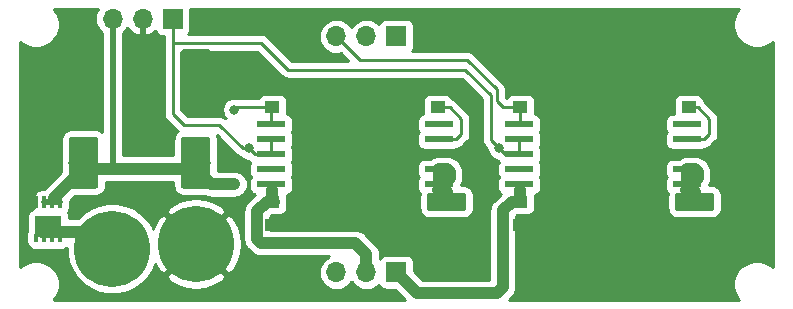
<source format=gtl>
G04 #@! TF.GenerationSoftware,KiCad,Pcbnew,5.1.4-e60b266~84~ubuntu18.04.1*
G04 #@! TF.CreationDate,2019-09-11T16:52:19+05:30*
G04 #@! TF.ProjectId,SenseCam_STCS2A_rev1,53656e73-6543-4616-9d5f-535443533241,rev?*
G04 #@! TF.SameCoordinates,Original*
G04 #@! TF.FileFunction,Copper,L1,Top*
G04 #@! TF.FilePolarity,Positive*
%FSLAX46Y46*%
G04 Gerber Fmt 4.6, Leading zero omitted, Abs format (unit mm)*
G04 Created by KiCad (PCBNEW 5.1.4-e60b266~84~ubuntu18.04.1) date 2019-09-11 16:52:19*
%MOMM*%
%LPD*%
G04 APERTURE LIST*
%ADD10C,0.100000*%
%ADD11C,2.500000*%
%ADD12R,9.000000X10.000000*%
%ADD13C,0.750000*%
%ADD14R,8.000000X10.000000*%
%ADD15R,2.450000X0.500000*%
%ADD16C,1.525000*%
%ADD17R,1.700000X1.700000*%
%ADD18O,1.700000X1.700000*%
%ADD19R,1.250000X1.000000*%
%ADD20C,6.451600*%
%ADD21R,0.405000X0.760000*%
%ADD22R,2.235000X1.725000*%
%ADD23R,0.405000X0.990000*%
%ADD24C,0.800000*%
%ADD25C,0.250000*%
%ADD26C,1.000000*%
%ADD27C,0.500000*%
%ADD28C,0.254000*%
G04 APERTURE END LIST*
D10*
G36*
X107024504Y-104101204D02*
G01*
X107048773Y-104104804D01*
X107072571Y-104110765D01*
X107095671Y-104119030D01*
X107117849Y-104129520D01*
X107138893Y-104142133D01*
X107158598Y-104156747D01*
X107176777Y-104173223D01*
X107193253Y-104191402D01*
X107207867Y-104211107D01*
X107220480Y-104232151D01*
X107230970Y-104254329D01*
X107239235Y-104277429D01*
X107245196Y-104301227D01*
X107248796Y-104325496D01*
X107250000Y-104350000D01*
X107250000Y-108250000D01*
X107248796Y-108274504D01*
X107245196Y-108298773D01*
X107239235Y-108322571D01*
X107230970Y-108345671D01*
X107220480Y-108367849D01*
X107207867Y-108388893D01*
X107193253Y-108408598D01*
X107176777Y-108426777D01*
X107158598Y-108443253D01*
X107138893Y-108457867D01*
X107117849Y-108470480D01*
X107095671Y-108480970D01*
X107072571Y-108489235D01*
X107048773Y-108495196D01*
X107024504Y-108498796D01*
X107000000Y-108500000D01*
X105000000Y-108500000D01*
X104975496Y-108498796D01*
X104951227Y-108495196D01*
X104927429Y-108489235D01*
X104904329Y-108480970D01*
X104882151Y-108470480D01*
X104861107Y-108457867D01*
X104841402Y-108443253D01*
X104823223Y-108426777D01*
X104806747Y-108408598D01*
X104792133Y-108388893D01*
X104779520Y-108367849D01*
X104769030Y-108345671D01*
X104760765Y-108322571D01*
X104754804Y-108298773D01*
X104751204Y-108274504D01*
X104750000Y-108250000D01*
X104750000Y-104350000D01*
X104751204Y-104325496D01*
X104754804Y-104301227D01*
X104760765Y-104277429D01*
X104769030Y-104254329D01*
X104779520Y-104232151D01*
X104792133Y-104211107D01*
X104806747Y-104191402D01*
X104823223Y-104173223D01*
X104841402Y-104156747D01*
X104861107Y-104142133D01*
X104882151Y-104129520D01*
X104904329Y-104119030D01*
X104927429Y-104110765D01*
X104951227Y-104104804D01*
X104975496Y-104101204D01*
X105000000Y-104100000D01*
X107000000Y-104100000D01*
X107024504Y-104101204D01*
X107024504Y-104101204D01*
G37*
D11*
X106000000Y-106300000D03*
D10*
G36*
X107024504Y-111501204D02*
G01*
X107048773Y-111504804D01*
X107072571Y-111510765D01*
X107095671Y-111519030D01*
X107117849Y-111529520D01*
X107138893Y-111542133D01*
X107158598Y-111556747D01*
X107176777Y-111573223D01*
X107193253Y-111591402D01*
X107207867Y-111611107D01*
X107220480Y-111632151D01*
X107230970Y-111654329D01*
X107239235Y-111677429D01*
X107245196Y-111701227D01*
X107248796Y-111725496D01*
X107250000Y-111750000D01*
X107250000Y-115650000D01*
X107248796Y-115674504D01*
X107245196Y-115698773D01*
X107239235Y-115722571D01*
X107230970Y-115745671D01*
X107220480Y-115767849D01*
X107207867Y-115788893D01*
X107193253Y-115808598D01*
X107176777Y-115826777D01*
X107158598Y-115843253D01*
X107138893Y-115857867D01*
X107117849Y-115870480D01*
X107095671Y-115880970D01*
X107072571Y-115889235D01*
X107048773Y-115895196D01*
X107024504Y-115898796D01*
X107000000Y-115900000D01*
X105000000Y-115900000D01*
X104975496Y-115898796D01*
X104951227Y-115895196D01*
X104927429Y-115889235D01*
X104904329Y-115880970D01*
X104882151Y-115870480D01*
X104861107Y-115857867D01*
X104841402Y-115843253D01*
X104823223Y-115826777D01*
X104806747Y-115808598D01*
X104792133Y-115788893D01*
X104779520Y-115767849D01*
X104769030Y-115745671D01*
X104760765Y-115722571D01*
X104754804Y-115698773D01*
X104751204Y-115674504D01*
X104750000Y-115650000D01*
X104750000Y-111750000D01*
X104751204Y-111725496D01*
X104754804Y-111701227D01*
X104760765Y-111677429D01*
X104769030Y-111654329D01*
X104779520Y-111632151D01*
X104792133Y-111611107D01*
X104806747Y-111591402D01*
X104823223Y-111573223D01*
X104841402Y-111556747D01*
X104861107Y-111542133D01*
X104882151Y-111529520D01*
X104904329Y-111519030D01*
X104927429Y-111510765D01*
X104951227Y-111504804D01*
X104975496Y-111501204D01*
X105000000Y-111500000D01*
X107000000Y-111500000D01*
X107024504Y-111501204D01*
X107024504Y-111501204D01*
G37*
D11*
X106000000Y-113700000D03*
D12*
X150000000Y-113000000D03*
D13*
X153000000Y-109000000D03*
X151000000Y-109000000D03*
X149000000Y-109000000D03*
X147000000Y-109000000D03*
X153000000Y-111000000D03*
X151000000Y-111000000D03*
X149000000Y-111000000D03*
X147000000Y-111000000D03*
X153000000Y-113000000D03*
X151000000Y-113000000D03*
X149000000Y-113000000D03*
X147000000Y-113000000D03*
X153000000Y-115000000D03*
X151000000Y-115000000D03*
X149000000Y-115000000D03*
X147000000Y-115000000D03*
X153000000Y-117000000D03*
X151000000Y-117000000D03*
X149000000Y-117000000D03*
X147000000Y-117000000D03*
X153000000Y-117000000D03*
X151000000Y-117000000D03*
X149000000Y-117000000D03*
X147000000Y-117000000D03*
X153000000Y-115000000D03*
X151000000Y-115000000D03*
X149000000Y-115000000D03*
X147000000Y-115000000D03*
X153000000Y-113000000D03*
X151000000Y-113000000D03*
X149000000Y-113000000D03*
X147000000Y-113000000D03*
X153000000Y-111000000D03*
X151000000Y-111000000D03*
X149000000Y-111000000D03*
X147000000Y-111000000D03*
X153000000Y-109000000D03*
X151000000Y-109000000D03*
X149000000Y-109000000D03*
X147000000Y-109000000D03*
D14*
X150000000Y-113000000D03*
D15*
X157100000Y-110460000D03*
X157100000Y-111730000D03*
X157100000Y-113000000D03*
X157100000Y-114270000D03*
X157100000Y-115540000D03*
X142900000Y-115540000D03*
X142900000Y-114270000D03*
X142900000Y-113000000D03*
X142900000Y-111730000D03*
X142900000Y-110460000D03*
D12*
X129000000Y-113000000D03*
D13*
X132000000Y-109000000D03*
X130000000Y-109000000D03*
X128000000Y-109000000D03*
X126000000Y-109000000D03*
X132000000Y-111000000D03*
X130000000Y-111000000D03*
X128000000Y-111000000D03*
X126000000Y-111000000D03*
X132000000Y-113000000D03*
X130000000Y-113000000D03*
X128000000Y-113000000D03*
X126000000Y-113000000D03*
X132000000Y-115000000D03*
X130000000Y-115000000D03*
X128000000Y-115000000D03*
X126000000Y-115000000D03*
X132000000Y-117000000D03*
X130000000Y-117000000D03*
X128000000Y-117000000D03*
X126000000Y-117000000D03*
X132000000Y-117000000D03*
X130000000Y-117000000D03*
X128000000Y-117000000D03*
X126000000Y-117000000D03*
X132000000Y-115000000D03*
X130000000Y-115000000D03*
X128000000Y-115000000D03*
X126000000Y-115000000D03*
X132000000Y-113000000D03*
X130000000Y-113000000D03*
X128000000Y-113000000D03*
X126000000Y-113000000D03*
X132000000Y-111000000D03*
X130000000Y-111000000D03*
X128000000Y-111000000D03*
X126000000Y-111000000D03*
X132000000Y-109000000D03*
X130000000Y-109000000D03*
X128000000Y-109000000D03*
X126000000Y-109000000D03*
D14*
X129000000Y-113000000D03*
D15*
X136100000Y-110460000D03*
X136100000Y-111730000D03*
X136100000Y-113000000D03*
X136100000Y-114270000D03*
X136100000Y-115540000D03*
X121900000Y-115540000D03*
X121900000Y-114270000D03*
X121900000Y-113000000D03*
X121900000Y-111730000D03*
X121900000Y-110460000D03*
D10*
G36*
X159199505Y-122226204D02*
G01*
X159223773Y-122229804D01*
X159247572Y-122235765D01*
X159270671Y-122244030D01*
X159292850Y-122254520D01*
X159313893Y-122267132D01*
X159333599Y-122281747D01*
X159351777Y-122298223D01*
X159368253Y-122316401D01*
X159382868Y-122336107D01*
X159395480Y-122357150D01*
X159405970Y-122379329D01*
X159414235Y-122402428D01*
X159420196Y-122426227D01*
X159423796Y-122450495D01*
X159425000Y-122474999D01*
X159425000Y-123500001D01*
X159423796Y-123524505D01*
X159420196Y-123548773D01*
X159414235Y-123572572D01*
X159405970Y-123595671D01*
X159395480Y-123617850D01*
X159382868Y-123638893D01*
X159368253Y-123658599D01*
X159351777Y-123676777D01*
X159333599Y-123693253D01*
X159313893Y-123707868D01*
X159292850Y-123720480D01*
X159270671Y-123730970D01*
X159247572Y-123739235D01*
X159223773Y-123745196D01*
X159199505Y-123748796D01*
X159175001Y-123750000D01*
X156324999Y-123750000D01*
X156300495Y-123748796D01*
X156276227Y-123745196D01*
X156252428Y-123739235D01*
X156229329Y-123730970D01*
X156207150Y-123720480D01*
X156186107Y-123707868D01*
X156166401Y-123693253D01*
X156148223Y-123676777D01*
X156131747Y-123658599D01*
X156117132Y-123638893D01*
X156104520Y-123617850D01*
X156094030Y-123595671D01*
X156085765Y-123572572D01*
X156079804Y-123548773D01*
X156076204Y-123524505D01*
X156075000Y-123500001D01*
X156075000Y-122474999D01*
X156076204Y-122450495D01*
X156079804Y-122426227D01*
X156085765Y-122402428D01*
X156094030Y-122379329D01*
X156104520Y-122357150D01*
X156117132Y-122336107D01*
X156131747Y-122316401D01*
X156148223Y-122298223D01*
X156166401Y-122281747D01*
X156186107Y-122267132D01*
X156207150Y-122254520D01*
X156229329Y-122244030D01*
X156252428Y-122235765D01*
X156276227Y-122229804D01*
X156300495Y-122226204D01*
X156324999Y-122225000D01*
X159175001Y-122225000D01*
X159199505Y-122226204D01*
X159199505Y-122226204D01*
G37*
D16*
X157750000Y-122987500D03*
D10*
G36*
X159199505Y-116251204D02*
G01*
X159223773Y-116254804D01*
X159247572Y-116260765D01*
X159270671Y-116269030D01*
X159292850Y-116279520D01*
X159313893Y-116292132D01*
X159333599Y-116306747D01*
X159351777Y-116323223D01*
X159368253Y-116341401D01*
X159382868Y-116361107D01*
X159395480Y-116382150D01*
X159405970Y-116404329D01*
X159414235Y-116427428D01*
X159420196Y-116451227D01*
X159423796Y-116475495D01*
X159425000Y-116499999D01*
X159425000Y-117525001D01*
X159423796Y-117549505D01*
X159420196Y-117573773D01*
X159414235Y-117597572D01*
X159405970Y-117620671D01*
X159395480Y-117642850D01*
X159382868Y-117663893D01*
X159368253Y-117683599D01*
X159351777Y-117701777D01*
X159333599Y-117718253D01*
X159313893Y-117732868D01*
X159292850Y-117745480D01*
X159270671Y-117755970D01*
X159247572Y-117764235D01*
X159223773Y-117770196D01*
X159199505Y-117773796D01*
X159175001Y-117775000D01*
X156324999Y-117775000D01*
X156300495Y-117773796D01*
X156276227Y-117770196D01*
X156252428Y-117764235D01*
X156229329Y-117755970D01*
X156207150Y-117745480D01*
X156186107Y-117732868D01*
X156166401Y-117718253D01*
X156148223Y-117701777D01*
X156131747Y-117683599D01*
X156117132Y-117663893D01*
X156104520Y-117642850D01*
X156094030Y-117620671D01*
X156085765Y-117597572D01*
X156079804Y-117573773D01*
X156076204Y-117549505D01*
X156075000Y-117525001D01*
X156075000Y-116499999D01*
X156076204Y-116475495D01*
X156079804Y-116451227D01*
X156085765Y-116427428D01*
X156094030Y-116404329D01*
X156104520Y-116382150D01*
X156117132Y-116361107D01*
X156131747Y-116341401D01*
X156148223Y-116323223D01*
X156166401Y-116306747D01*
X156186107Y-116292132D01*
X156207150Y-116279520D01*
X156229329Y-116269030D01*
X156252428Y-116260765D01*
X156276227Y-116254804D01*
X156300495Y-116251204D01*
X156324999Y-116250000D01*
X159175001Y-116250000D01*
X159199505Y-116251204D01*
X159199505Y-116251204D01*
G37*
D16*
X157750000Y-117012500D03*
D10*
G36*
X138199505Y-122226204D02*
G01*
X138223773Y-122229804D01*
X138247572Y-122235765D01*
X138270671Y-122244030D01*
X138292850Y-122254520D01*
X138313893Y-122267132D01*
X138333599Y-122281747D01*
X138351777Y-122298223D01*
X138368253Y-122316401D01*
X138382868Y-122336107D01*
X138395480Y-122357150D01*
X138405970Y-122379329D01*
X138414235Y-122402428D01*
X138420196Y-122426227D01*
X138423796Y-122450495D01*
X138425000Y-122474999D01*
X138425000Y-123500001D01*
X138423796Y-123524505D01*
X138420196Y-123548773D01*
X138414235Y-123572572D01*
X138405970Y-123595671D01*
X138395480Y-123617850D01*
X138382868Y-123638893D01*
X138368253Y-123658599D01*
X138351777Y-123676777D01*
X138333599Y-123693253D01*
X138313893Y-123707868D01*
X138292850Y-123720480D01*
X138270671Y-123730970D01*
X138247572Y-123739235D01*
X138223773Y-123745196D01*
X138199505Y-123748796D01*
X138175001Y-123750000D01*
X135324999Y-123750000D01*
X135300495Y-123748796D01*
X135276227Y-123745196D01*
X135252428Y-123739235D01*
X135229329Y-123730970D01*
X135207150Y-123720480D01*
X135186107Y-123707868D01*
X135166401Y-123693253D01*
X135148223Y-123676777D01*
X135131747Y-123658599D01*
X135117132Y-123638893D01*
X135104520Y-123617850D01*
X135094030Y-123595671D01*
X135085765Y-123572572D01*
X135079804Y-123548773D01*
X135076204Y-123524505D01*
X135075000Y-123500001D01*
X135075000Y-122474999D01*
X135076204Y-122450495D01*
X135079804Y-122426227D01*
X135085765Y-122402428D01*
X135094030Y-122379329D01*
X135104520Y-122357150D01*
X135117132Y-122336107D01*
X135131747Y-122316401D01*
X135148223Y-122298223D01*
X135166401Y-122281747D01*
X135186107Y-122267132D01*
X135207150Y-122254520D01*
X135229329Y-122244030D01*
X135252428Y-122235765D01*
X135276227Y-122229804D01*
X135300495Y-122226204D01*
X135324999Y-122225000D01*
X138175001Y-122225000D01*
X138199505Y-122226204D01*
X138199505Y-122226204D01*
G37*
D16*
X136750000Y-122987500D03*
D10*
G36*
X138199505Y-116251204D02*
G01*
X138223773Y-116254804D01*
X138247572Y-116260765D01*
X138270671Y-116269030D01*
X138292850Y-116279520D01*
X138313893Y-116292132D01*
X138333599Y-116306747D01*
X138351777Y-116323223D01*
X138368253Y-116341401D01*
X138382868Y-116361107D01*
X138395480Y-116382150D01*
X138405970Y-116404329D01*
X138414235Y-116427428D01*
X138420196Y-116451227D01*
X138423796Y-116475495D01*
X138425000Y-116499999D01*
X138425000Y-117525001D01*
X138423796Y-117549505D01*
X138420196Y-117573773D01*
X138414235Y-117597572D01*
X138405970Y-117620671D01*
X138395480Y-117642850D01*
X138382868Y-117663893D01*
X138368253Y-117683599D01*
X138351777Y-117701777D01*
X138333599Y-117718253D01*
X138313893Y-117732868D01*
X138292850Y-117745480D01*
X138270671Y-117755970D01*
X138247572Y-117764235D01*
X138223773Y-117770196D01*
X138199505Y-117773796D01*
X138175001Y-117775000D01*
X135324999Y-117775000D01*
X135300495Y-117773796D01*
X135276227Y-117770196D01*
X135252428Y-117764235D01*
X135229329Y-117755970D01*
X135207150Y-117745480D01*
X135186107Y-117732868D01*
X135166401Y-117718253D01*
X135148223Y-117701777D01*
X135131747Y-117683599D01*
X135117132Y-117663893D01*
X135104520Y-117642850D01*
X135094030Y-117620671D01*
X135085765Y-117597572D01*
X135079804Y-117573773D01*
X135076204Y-117549505D01*
X135075000Y-117525001D01*
X135075000Y-116499999D01*
X135076204Y-116475495D01*
X135079804Y-116451227D01*
X135085765Y-116427428D01*
X135094030Y-116404329D01*
X135104520Y-116382150D01*
X135117132Y-116361107D01*
X135131747Y-116341401D01*
X135148223Y-116323223D01*
X135166401Y-116306747D01*
X135186107Y-116292132D01*
X135207150Y-116279520D01*
X135229329Y-116269030D01*
X135252428Y-116260765D01*
X135276227Y-116254804D01*
X135300495Y-116251204D01*
X135324999Y-116250000D01*
X138175001Y-116250000D01*
X138199505Y-116251204D01*
X138199505Y-116251204D01*
G37*
D16*
X136750000Y-117012500D03*
D17*
X132500000Y-103000000D03*
D18*
X129960000Y-103000000D03*
X127420000Y-103000000D03*
X127420000Y-123000000D03*
X129960000Y-123000000D03*
D17*
X132500000Y-123000000D03*
D18*
X108460000Y-101500000D03*
X111000000Y-101500000D03*
D17*
X113540000Y-101500000D03*
D19*
X157250000Y-109000000D03*
X157250000Y-107000000D03*
X143000000Y-119000000D03*
X143000000Y-117000000D03*
X143000000Y-107000000D03*
X143000000Y-109000000D03*
X136000000Y-109000000D03*
X136000000Y-107000000D03*
X122000000Y-117000000D03*
X122000000Y-119000000D03*
X122000000Y-107000000D03*
X122000000Y-109000000D03*
D20*
X115540000Y-120575820D03*
X108428000Y-121000000D03*
D21*
X102010000Y-120050000D03*
X102670000Y-120050000D03*
X103330000Y-120050000D03*
D22*
X103000000Y-119060000D03*
D21*
X103990000Y-120050000D03*
D23*
X102010000Y-117065000D03*
X102670000Y-117065000D03*
X103330000Y-117065000D03*
X103990000Y-117065000D03*
D10*
G36*
X116524504Y-111501204D02*
G01*
X116548773Y-111504804D01*
X116572571Y-111510765D01*
X116595671Y-111519030D01*
X116617849Y-111529520D01*
X116638893Y-111542133D01*
X116658598Y-111556747D01*
X116676777Y-111573223D01*
X116693253Y-111591402D01*
X116707867Y-111611107D01*
X116720480Y-111632151D01*
X116730970Y-111654329D01*
X116739235Y-111677429D01*
X116745196Y-111701227D01*
X116748796Y-111725496D01*
X116750000Y-111750000D01*
X116750000Y-115650000D01*
X116748796Y-115674504D01*
X116745196Y-115698773D01*
X116739235Y-115722571D01*
X116730970Y-115745671D01*
X116720480Y-115767849D01*
X116707867Y-115788893D01*
X116693253Y-115808598D01*
X116676777Y-115826777D01*
X116658598Y-115843253D01*
X116638893Y-115857867D01*
X116617849Y-115870480D01*
X116595671Y-115880970D01*
X116572571Y-115889235D01*
X116548773Y-115895196D01*
X116524504Y-115898796D01*
X116500000Y-115900000D01*
X114500000Y-115900000D01*
X114475496Y-115898796D01*
X114451227Y-115895196D01*
X114427429Y-115889235D01*
X114404329Y-115880970D01*
X114382151Y-115870480D01*
X114361107Y-115857867D01*
X114341402Y-115843253D01*
X114323223Y-115826777D01*
X114306747Y-115808598D01*
X114292133Y-115788893D01*
X114279520Y-115767849D01*
X114269030Y-115745671D01*
X114260765Y-115722571D01*
X114254804Y-115698773D01*
X114251204Y-115674504D01*
X114250000Y-115650000D01*
X114250000Y-111750000D01*
X114251204Y-111725496D01*
X114254804Y-111701227D01*
X114260765Y-111677429D01*
X114269030Y-111654329D01*
X114279520Y-111632151D01*
X114292133Y-111611107D01*
X114306747Y-111591402D01*
X114323223Y-111573223D01*
X114341402Y-111556747D01*
X114361107Y-111542133D01*
X114382151Y-111529520D01*
X114404329Y-111519030D01*
X114427429Y-111510765D01*
X114451227Y-111504804D01*
X114475496Y-111501204D01*
X114500000Y-111500000D01*
X116500000Y-111500000D01*
X116524504Y-111501204D01*
X116524504Y-111501204D01*
G37*
D11*
X115500000Y-113700000D03*
D10*
G36*
X116524504Y-104101204D02*
G01*
X116548773Y-104104804D01*
X116572571Y-104110765D01*
X116595671Y-104119030D01*
X116617849Y-104129520D01*
X116638893Y-104142133D01*
X116658598Y-104156747D01*
X116676777Y-104173223D01*
X116693253Y-104191402D01*
X116707867Y-104211107D01*
X116720480Y-104232151D01*
X116730970Y-104254329D01*
X116739235Y-104277429D01*
X116745196Y-104301227D01*
X116748796Y-104325496D01*
X116750000Y-104350000D01*
X116750000Y-108250000D01*
X116748796Y-108274504D01*
X116745196Y-108298773D01*
X116739235Y-108322571D01*
X116730970Y-108345671D01*
X116720480Y-108367849D01*
X116707867Y-108388893D01*
X116693253Y-108408598D01*
X116676777Y-108426777D01*
X116658598Y-108443253D01*
X116638893Y-108457867D01*
X116617849Y-108470480D01*
X116595671Y-108480970D01*
X116572571Y-108489235D01*
X116548773Y-108495196D01*
X116524504Y-108498796D01*
X116500000Y-108500000D01*
X114500000Y-108500000D01*
X114475496Y-108498796D01*
X114451227Y-108495196D01*
X114427429Y-108489235D01*
X114404329Y-108480970D01*
X114382151Y-108470480D01*
X114361107Y-108457867D01*
X114341402Y-108443253D01*
X114323223Y-108426777D01*
X114306747Y-108408598D01*
X114292133Y-108388893D01*
X114279520Y-108367849D01*
X114269030Y-108345671D01*
X114260765Y-108322571D01*
X114254804Y-108298773D01*
X114251204Y-108274504D01*
X114250000Y-108250000D01*
X114250000Y-104350000D01*
X114251204Y-104325496D01*
X114254804Y-104301227D01*
X114260765Y-104277429D01*
X114269030Y-104254329D01*
X114279520Y-104232151D01*
X114292133Y-104211107D01*
X114306747Y-104191402D01*
X114323223Y-104173223D01*
X114341402Y-104156747D01*
X114361107Y-104142133D01*
X114382151Y-104129520D01*
X114404329Y-104119030D01*
X114427429Y-104110765D01*
X114451227Y-104104804D01*
X114475496Y-104101204D01*
X114500000Y-104100000D01*
X116500000Y-104100000D01*
X116524504Y-104101204D01*
X116524504Y-104101204D01*
G37*
D11*
X115500000Y-106300000D03*
D24*
X112000000Y-110000000D03*
X115500000Y-109500000D03*
X102500000Y-109000000D03*
X118770710Y-115520710D03*
X118770710Y-109229290D03*
X120000000Y-112500000D03*
X141225002Y-112500000D03*
D25*
X115500000Y-106800000D02*
X115500000Y-109500000D01*
D26*
X106988000Y-119560000D02*
X108428000Y-121000000D01*
X102500000Y-119560000D02*
X106988000Y-119560000D01*
X103490000Y-116710000D02*
X106000000Y-114200000D01*
X116820710Y-115520710D02*
X115500000Y-114200000D01*
X118770710Y-115520710D02*
X116820710Y-115520710D01*
D27*
X102670000Y-117065000D02*
X103330000Y-117065000D01*
X103330000Y-117065000D02*
X103990000Y-117065000D01*
D25*
X108460000Y-113960000D02*
X108700000Y-114200000D01*
D27*
X108460000Y-101500000D02*
X108460000Y-113960000D01*
D26*
X106000000Y-114200000D02*
X108700000Y-114200000D01*
X108700000Y-114200000D02*
X115500000Y-114200000D01*
D25*
X121900000Y-109100000D02*
X122000000Y-109000000D01*
X121900000Y-110460000D02*
X121900000Y-109100000D01*
X119000000Y-109000000D02*
X118770710Y-109229290D01*
X122000000Y-109000000D02*
X119000000Y-109000000D01*
X143000000Y-110360000D02*
X142900000Y-110460000D01*
X143000000Y-109000000D02*
X143000000Y-110360000D01*
X141500000Y-109000000D02*
X141000000Y-108500000D01*
X143000000Y-109000000D02*
X141500000Y-109000000D01*
X141000000Y-108500000D02*
X141000000Y-107500000D01*
X141000000Y-107500000D02*
X138500000Y-105000000D01*
X129420000Y-105000000D02*
X138500000Y-105000000D01*
X127420000Y-103000000D02*
X129420000Y-105000000D01*
D26*
X122125000Y-117000000D02*
X122000000Y-117000000D01*
X122000000Y-117000000D02*
X122000000Y-116000000D01*
X121500000Y-117000000D02*
X120674999Y-117825001D01*
X129960000Y-121460000D02*
X129960000Y-123000000D01*
X122000000Y-117000000D02*
X121500000Y-117000000D01*
X121000000Y-120500000D02*
X129000000Y-120500000D01*
X129000000Y-120500000D02*
X129960000Y-121460000D01*
X120674999Y-117825001D02*
X120674999Y-120174999D01*
X120674999Y-120174999D02*
X121000000Y-120500000D01*
D25*
X137575000Y-111730000D02*
X138000000Y-111305000D01*
X136100000Y-111730000D02*
X137575000Y-111730000D01*
X138000000Y-111305000D02*
X138000000Y-110000000D01*
X137000000Y-109000000D02*
X136000000Y-109000000D01*
X138000000Y-110000000D02*
X137000000Y-109000000D01*
X136000000Y-109000000D02*
X136500000Y-109000000D01*
D26*
X142250000Y-117000000D02*
X143000000Y-117000000D01*
X141000000Y-124750000D02*
X141500000Y-124250000D01*
X141500000Y-117750000D02*
X142250000Y-117000000D01*
X132500000Y-123000000D02*
X134250000Y-124750000D01*
X141500000Y-124250000D02*
X141500000Y-117750000D01*
X134250000Y-124750000D02*
X141000000Y-124750000D01*
X143000000Y-117000000D02*
X143000000Y-116000000D01*
D25*
X159000000Y-110000000D02*
X159000000Y-111305000D01*
X157250000Y-109000000D02*
X158000000Y-109000000D01*
X158575000Y-111730000D02*
X157100000Y-111730000D01*
X159000000Y-111305000D02*
X158575000Y-111730000D01*
X158000000Y-109000000D02*
X159000000Y-110000000D01*
X121900000Y-113000000D02*
X121900000Y-111730000D01*
X142900000Y-113000000D02*
X142900000Y-111730000D01*
X120500000Y-113000000D02*
X120000000Y-112500000D01*
X121900000Y-113000000D02*
X120500000Y-113000000D01*
X119500000Y-112500000D02*
X120000000Y-112500000D01*
X117500000Y-110500000D02*
X119500000Y-112500000D01*
X114500000Y-110500000D02*
X117500000Y-110500000D01*
X113540000Y-109540000D02*
X114500000Y-110500000D01*
X113540000Y-101500000D02*
X113540000Y-103540000D01*
X113540000Y-103540000D02*
X113540000Y-109540000D01*
X141725002Y-113000000D02*
X141225002Y-112500000D01*
X142900000Y-113000000D02*
X141725002Y-113000000D01*
X123325011Y-105825011D02*
X121040000Y-103540000D01*
X121040000Y-103540000D02*
X113540000Y-103540000D01*
X138325011Y-105825011D02*
X123325011Y-105825011D01*
X140500000Y-108000000D02*
X138325011Y-105825011D01*
X140500000Y-111774998D02*
X140500000Y-108000000D01*
X141225002Y-112500000D02*
X140500000Y-111774998D01*
D26*
X136750000Y-116150000D02*
X136600000Y-116000000D01*
X136750000Y-117012500D02*
X136750000Y-116150000D01*
X136600000Y-116000000D02*
X136000000Y-116000000D01*
X136100000Y-115540000D02*
X136100000Y-115400000D01*
X136100000Y-114270000D02*
X136100000Y-115400000D01*
X136100000Y-114270000D02*
X136770000Y-114270000D01*
X136770000Y-114270000D02*
X137000000Y-114500000D01*
X137000000Y-114500000D02*
X137000000Y-115000000D01*
X157750000Y-116150000D02*
X157600000Y-116000000D01*
X157750000Y-117012500D02*
X157750000Y-116150000D01*
X157600000Y-116000000D02*
X157000000Y-116000000D01*
X157100000Y-115540000D02*
X157100000Y-114270000D01*
X157100000Y-114270000D02*
X157770000Y-114270000D01*
X157770000Y-114270000D02*
X158000000Y-114500000D01*
X158000000Y-114500000D02*
X158000000Y-115000000D01*
D28*
G36*
X161458149Y-100734636D02*
G01*
X161240915Y-101059750D01*
X161091282Y-101420997D01*
X161015000Y-101804495D01*
X161015000Y-102195505D01*
X161091282Y-102579003D01*
X161240915Y-102940250D01*
X161458149Y-103265364D01*
X161734636Y-103541851D01*
X162059750Y-103759085D01*
X162420997Y-103908718D01*
X162804495Y-103985000D01*
X163195505Y-103985000D01*
X163579003Y-103908718D01*
X163940250Y-103759085D01*
X164265364Y-103541851D01*
X164340001Y-103467214D01*
X164340000Y-122532785D01*
X164265364Y-122458149D01*
X163940250Y-122240915D01*
X163579003Y-122091282D01*
X163195505Y-122015000D01*
X162804495Y-122015000D01*
X162420997Y-122091282D01*
X162059750Y-122240915D01*
X161734636Y-122458149D01*
X161458149Y-122734636D01*
X161240915Y-123059750D01*
X161091282Y-123420997D01*
X161015000Y-123804495D01*
X161015000Y-124195505D01*
X161091282Y-124579003D01*
X161240915Y-124940250D01*
X161458149Y-125265364D01*
X161532785Y-125340000D01*
X142015131Y-125340000D01*
X142263135Y-125091996D01*
X142306449Y-125056449D01*
X142448284Y-124883623D01*
X142553676Y-124686447D01*
X142618577Y-124472499D01*
X142635000Y-124305752D01*
X142635000Y-124305751D01*
X142640491Y-124250000D01*
X142635000Y-124194248D01*
X142635000Y-118220131D01*
X142717059Y-118138072D01*
X142975439Y-118138072D01*
X143000000Y-118140491D01*
X143024561Y-118138072D01*
X143625000Y-118138072D01*
X143749482Y-118125812D01*
X143869180Y-118089502D01*
X143979494Y-118030537D01*
X144076185Y-117951185D01*
X144155537Y-117854494D01*
X144214502Y-117744180D01*
X144231396Y-117688485D01*
X146491120Y-117688485D01*
X146510899Y-117889255D01*
X146693782Y-117967587D01*
X146888433Y-118008735D01*
X147087372Y-118011118D01*
X147282952Y-117974644D01*
X147467659Y-117900715D01*
X147489101Y-117889255D01*
X147508880Y-117688485D01*
X148491120Y-117688485D01*
X148510899Y-117889255D01*
X148693782Y-117967587D01*
X148888433Y-118008735D01*
X149087372Y-118011118D01*
X149282952Y-117974644D01*
X149467659Y-117900715D01*
X149489101Y-117889255D01*
X149508880Y-117688485D01*
X150491120Y-117688485D01*
X150510899Y-117889255D01*
X150693782Y-117967587D01*
X150888433Y-118008735D01*
X151087372Y-118011118D01*
X151282952Y-117974644D01*
X151467659Y-117900715D01*
X151489101Y-117889255D01*
X151508880Y-117688485D01*
X152491120Y-117688485D01*
X152510899Y-117889255D01*
X152693782Y-117967587D01*
X152888433Y-118008735D01*
X153087372Y-118011118D01*
X153282952Y-117974644D01*
X153467659Y-117900715D01*
X153489101Y-117889255D01*
X153508880Y-117688485D01*
X153000000Y-117179605D01*
X152491120Y-117688485D01*
X151508880Y-117688485D01*
X151000000Y-117179605D01*
X150491120Y-117688485D01*
X149508880Y-117688485D01*
X149000000Y-117179605D01*
X148491120Y-117688485D01*
X147508880Y-117688485D01*
X147000000Y-117179605D01*
X146491120Y-117688485D01*
X144231396Y-117688485D01*
X144250812Y-117624482D01*
X144263072Y-117500000D01*
X144263072Y-117087372D01*
X145988882Y-117087372D01*
X146025356Y-117282952D01*
X146099285Y-117467659D01*
X146110745Y-117489101D01*
X146311515Y-117508880D01*
X146820395Y-117000000D01*
X147179605Y-117000000D01*
X147688485Y-117508880D01*
X147889255Y-117489101D01*
X147967587Y-117306218D01*
X148000585Y-117150123D01*
X148025356Y-117282952D01*
X148099285Y-117467659D01*
X148110745Y-117489101D01*
X148311515Y-117508880D01*
X148820395Y-117000000D01*
X149179605Y-117000000D01*
X149688485Y-117508880D01*
X149889255Y-117489101D01*
X149967587Y-117306218D01*
X150000585Y-117150123D01*
X150025356Y-117282952D01*
X150099285Y-117467659D01*
X150110745Y-117489101D01*
X150311515Y-117508880D01*
X150820395Y-117000000D01*
X151179605Y-117000000D01*
X151688485Y-117508880D01*
X151889255Y-117489101D01*
X151967587Y-117306218D01*
X152000585Y-117150123D01*
X152025356Y-117282952D01*
X152099285Y-117467659D01*
X152110745Y-117489101D01*
X152311515Y-117508880D01*
X152820395Y-117000000D01*
X153179605Y-117000000D01*
X153688485Y-117508880D01*
X153889255Y-117489101D01*
X153967587Y-117306218D01*
X154008735Y-117111567D01*
X154011118Y-116912628D01*
X153974644Y-116717048D01*
X153900715Y-116532341D01*
X153889255Y-116510899D01*
X153688485Y-116491120D01*
X153179605Y-117000000D01*
X152820395Y-117000000D01*
X152311515Y-116491120D01*
X152110745Y-116510899D01*
X152032413Y-116693782D01*
X151999415Y-116849877D01*
X151974644Y-116717048D01*
X151900715Y-116532341D01*
X151889255Y-116510899D01*
X151688485Y-116491120D01*
X151179605Y-117000000D01*
X150820395Y-117000000D01*
X150311515Y-116491120D01*
X150110745Y-116510899D01*
X150032413Y-116693782D01*
X149999415Y-116849877D01*
X149974644Y-116717048D01*
X149900715Y-116532341D01*
X149889255Y-116510899D01*
X149688485Y-116491120D01*
X149179605Y-117000000D01*
X148820395Y-117000000D01*
X148311515Y-116491120D01*
X148110745Y-116510899D01*
X148032413Y-116693782D01*
X147999415Y-116849877D01*
X147974644Y-116717048D01*
X147900715Y-116532341D01*
X147889255Y-116510899D01*
X147688485Y-116491120D01*
X147179605Y-117000000D01*
X146820395Y-117000000D01*
X146311515Y-116491120D01*
X146110745Y-116510899D01*
X146032413Y-116693782D01*
X145991265Y-116888433D01*
X145988882Y-117087372D01*
X144263072Y-117087372D01*
X144263072Y-116500000D01*
X144254627Y-116414251D01*
X144369180Y-116379502D01*
X144479494Y-116320537D01*
X144576185Y-116241185D01*
X144655537Y-116144494D01*
X144714502Y-116034180D01*
X144750812Y-115914482D01*
X144763072Y-115790000D01*
X144763072Y-115688485D01*
X146491120Y-115688485D01*
X146510899Y-115889255D01*
X146693782Y-115967587D01*
X146849877Y-116000585D01*
X146717048Y-116025356D01*
X146532341Y-116099285D01*
X146510899Y-116110745D01*
X146491120Y-116311515D01*
X147000000Y-116820395D01*
X147508880Y-116311515D01*
X147489101Y-116110745D01*
X147306218Y-116032413D01*
X147150123Y-115999415D01*
X147282952Y-115974644D01*
X147467659Y-115900715D01*
X147489101Y-115889255D01*
X147508880Y-115688485D01*
X148491120Y-115688485D01*
X148510899Y-115889255D01*
X148693782Y-115967587D01*
X148849877Y-116000585D01*
X148717048Y-116025356D01*
X148532341Y-116099285D01*
X148510899Y-116110745D01*
X148491120Y-116311515D01*
X149000000Y-116820395D01*
X149508880Y-116311515D01*
X149489101Y-116110745D01*
X149306218Y-116032413D01*
X149150123Y-115999415D01*
X149282952Y-115974644D01*
X149467659Y-115900715D01*
X149489101Y-115889255D01*
X149508880Y-115688485D01*
X150491120Y-115688485D01*
X150510899Y-115889255D01*
X150693782Y-115967587D01*
X150849877Y-116000585D01*
X150717048Y-116025356D01*
X150532341Y-116099285D01*
X150510899Y-116110745D01*
X150491120Y-116311515D01*
X151000000Y-116820395D01*
X151508880Y-116311515D01*
X151489101Y-116110745D01*
X151306218Y-116032413D01*
X151150123Y-115999415D01*
X151282952Y-115974644D01*
X151467659Y-115900715D01*
X151489101Y-115889255D01*
X151508880Y-115688485D01*
X152491120Y-115688485D01*
X152510899Y-115889255D01*
X152693782Y-115967587D01*
X152849877Y-116000585D01*
X152717048Y-116025356D01*
X152532341Y-116099285D01*
X152510899Y-116110745D01*
X152491120Y-116311515D01*
X153000000Y-116820395D01*
X153508880Y-116311515D01*
X153489101Y-116110745D01*
X153306218Y-116032413D01*
X153150123Y-115999415D01*
X153282952Y-115974644D01*
X153467659Y-115900715D01*
X153489101Y-115889255D01*
X153508880Y-115688485D01*
X153000000Y-115179605D01*
X152491120Y-115688485D01*
X151508880Y-115688485D01*
X151000000Y-115179605D01*
X150491120Y-115688485D01*
X149508880Y-115688485D01*
X149000000Y-115179605D01*
X148491120Y-115688485D01*
X147508880Y-115688485D01*
X147000000Y-115179605D01*
X146491120Y-115688485D01*
X144763072Y-115688485D01*
X144763072Y-115290000D01*
X144750812Y-115165518D01*
X144727107Y-115087372D01*
X145988882Y-115087372D01*
X146025356Y-115282952D01*
X146099285Y-115467659D01*
X146110745Y-115489101D01*
X146311515Y-115508880D01*
X146820395Y-115000000D01*
X147179605Y-115000000D01*
X147688485Y-115508880D01*
X147889255Y-115489101D01*
X147967587Y-115306218D01*
X148000585Y-115150123D01*
X148025356Y-115282952D01*
X148099285Y-115467659D01*
X148110745Y-115489101D01*
X148311515Y-115508880D01*
X148820395Y-115000000D01*
X149179605Y-115000000D01*
X149688485Y-115508880D01*
X149889255Y-115489101D01*
X149967587Y-115306218D01*
X150000585Y-115150123D01*
X150025356Y-115282952D01*
X150099285Y-115467659D01*
X150110745Y-115489101D01*
X150311515Y-115508880D01*
X150820395Y-115000000D01*
X151179605Y-115000000D01*
X151688485Y-115508880D01*
X151889255Y-115489101D01*
X151967587Y-115306218D01*
X152000585Y-115150123D01*
X152025356Y-115282952D01*
X152099285Y-115467659D01*
X152110745Y-115489101D01*
X152311515Y-115508880D01*
X152820395Y-115000000D01*
X153179605Y-115000000D01*
X153688485Y-115508880D01*
X153889255Y-115489101D01*
X153967587Y-115306218D01*
X154008735Y-115111567D01*
X154011118Y-114912628D01*
X153974644Y-114717048D01*
X153900715Y-114532341D01*
X153889255Y-114510899D01*
X153688485Y-114491120D01*
X153179605Y-115000000D01*
X152820395Y-115000000D01*
X152311515Y-114491120D01*
X152110745Y-114510899D01*
X152032413Y-114693782D01*
X151999415Y-114849877D01*
X151974644Y-114717048D01*
X151900715Y-114532341D01*
X151889255Y-114510899D01*
X151688485Y-114491120D01*
X151179605Y-115000000D01*
X150820395Y-115000000D01*
X150311515Y-114491120D01*
X150110745Y-114510899D01*
X150032413Y-114693782D01*
X149999415Y-114849877D01*
X149974644Y-114717048D01*
X149900715Y-114532341D01*
X149889255Y-114510899D01*
X149688485Y-114491120D01*
X149179605Y-115000000D01*
X148820395Y-115000000D01*
X148311515Y-114491120D01*
X148110745Y-114510899D01*
X148032413Y-114693782D01*
X147999415Y-114849877D01*
X147974644Y-114717048D01*
X147900715Y-114532341D01*
X147889255Y-114510899D01*
X147688485Y-114491120D01*
X147179605Y-115000000D01*
X146820395Y-115000000D01*
X146311515Y-114491120D01*
X146110745Y-114510899D01*
X146032413Y-114693782D01*
X145991265Y-114888433D01*
X145988882Y-115087372D01*
X144727107Y-115087372D01*
X144714502Y-115045820D01*
X144655537Y-114935506D01*
X144630501Y-114905000D01*
X144655537Y-114874494D01*
X144714502Y-114764180D01*
X144750812Y-114644482D01*
X144763072Y-114520000D01*
X144763072Y-114020000D01*
X144750812Y-113895518D01*
X144714502Y-113775820D01*
X144667820Y-113688485D01*
X146491120Y-113688485D01*
X146510899Y-113889255D01*
X146693782Y-113967587D01*
X146849877Y-114000585D01*
X146717048Y-114025356D01*
X146532341Y-114099285D01*
X146510899Y-114110745D01*
X146491120Y-114311515D01*
X147000000Y-114820395D01*
X147508880Y-114311515D01*
X147489101Y-114110745D01*
X147306218Y-114032413D01*
X147150123Y-113999415D01*
X147282952Y-113974644D01*
X147467659Y-113900715D01*
X147489101Y-113889255D01*
X147508880Y-113688485D01*
X148491120Y-113688485D01*
X148510899Y-113889255D01*
X148693782Y-113967587D01*
X148849877Y-114000585D01*
X148717048Y-114025356D01*
X148532341Y-114099285D01*
X148510899Y-114110745D01*
X148491120Y-114311515D01*
X149000000Y-114820395D01*
X149508880Y-114311515D01*
X149489101Y-114110745D01*
X149306218Y-114032413D01*
X149150123Y-113999415D01*
X149282952Y-113974644D01*
X149467659Y-113900715D01*
X149489101Y-113889255D01*
X149508880Y-113688485D01*
X150491120Y-113688485D01*
X150510899Y-113889255D01*
X150693782Y-113967587D01*
X150849877Y-114000585D01*
X150717048Y-114025356D01*
X150532341Y-114099285D01*
X150510899Y-114110745D01*
X150491120Y-114311515D01*
X151000000Y-114820395D01*
X151508880Y-114311515D01*
X151489101Y-114110745D01*
X151306218Y-114032413D01*
X151150123Y-113999415D01*
X151282952Y-113974644D01*
X151467659Y-113900715D01*
X151489101Y-113889255D01*
X151508880Y-113688485D01*
X152491120Y-113688485D01*
X152510899Y-113889255D01*
X152693782Y-113967587D01*
X152849877Y-114000585D01*
X152717048Y-114025356D01*
X152532341Y-114099285D01*
X152510899Y-114110745D01*
X152491120Y-114311515D01*
X153000000Y-114820395D01*
X153508880Y-114311515D01*
X153489101Y-114110745D01*
X153306218Y-114032413D01*
X153247500Y-114020000D01*
X155236928Y-114020000D01*
X155236928Y-114520000D01*
X155249188Y-114644482D01*
X155285498Y-114764180D01*
X155344463Y-114874494D01*
X155369499Y-114905000D01*
X155344463Y-114935506D01*
X155285498Y-115045820D01*
X155249188Y-115165518D01*
X155236928Y-115290000D01*
X155236928Y-115790000D01*
X155249188Y-115914482D01*
X155285498Y-116034180D01*
X155344463Y-116144494D01*
X155423815Y-116241185D01*
X155468758Y-116278068D01*
X155453992Y-116326745D01*
X155436928Y-116499999D01*
X155436928Y-117525001D01*
X155453992Y-117698255D01*
X155504528Y-117864851D01*
X155586595Y-118018387D01*
X155697038Y-118152962D01*
X155831613Y-118263405D01*
X155985149Y-118345472D01*
X156151745Y-118396008D01*
X156324999Y-118413072D01*
X159175001Y-118413072D01*
X159348255Y-118396008D01*
X159514851Y-118345472D01*
X159668387Y-118263405D01*
X159802962Y-118152962D01*
X159913405Y-118018387D01*
X159995472Y-117864851D01*
X160046008Y-117698255D01*
X160063072Y-117525001D01*
X160063072Y-116499999D01*
X160046008Y-116326745D01*
X159995472Y-116160149D01*
X159913405Y-116006613D01*
X159802962Y-115872038D01*
X159668387Y-115761595D01*
X159514851Y-115679528D01*
X159348255Y-115628992D01*
X159175001Y-115611928D01*
X158963072Y-115611928D01*
X158963072Y-115605956D01*
X159053676Y-115436446D01*
X159118577Y-115222498D01*
X159135000Y-115055751D01*
X159135000Y-114555751D01*
X159140491Y-114499999D01*
X159118577Y-114277500D01*
X159106323Y-114237106D01*
X159053676Y-114063553D01*
X158948284Y-113866377D01*
X158938271Y-113854176D01*
X158914502Y-113775820D01*
X158855537Y-113665506D01*
X158776185Y-113568815D01*
X158679494Y-113489463D01*
X158569180Y-113430498D01*
X158516820Y-113414615D01*
X158403623Y-113321716D01*
X158206447Y-113216324D01*
X157992499Y-113151423D01*
X157825752Y-113135000D01*
X157825751Y-113135000D01*
X157770000Y-113129509D01*
X157714249Y-113135000D01*
X157155752Y-113135000D01*
X157100000Y-113129509D01*
X157044249Y-113135000D01*
X157044248Y-113135000D01*
X156877501Y-113151423D01*
X156663553Y-113216324D01*
X156466377Y-113321716D01*
X156393009Y-113381928D01*
X155875000Y-113381928D01*
X155750518Y-113394188D01*
X155630820Y-113430498D01*
X155520506Y-113489463D01*
X155423815Y-113568815D01*
X155344463Y-113665506D01*
X155285498Y-113775820D01*
X155249188Y-113895518D01*
X155236928Y-114020000D01*
X153247500Y-114020000D01*
X153150123Y-113999415D01*
X153282952Y-113974644D01*
X153467659Y-113900715D01*
X153489101Y-113889255D01*
X153508880Y-113688485D01*
X153000000Y-113179605D01*
X152491120Y-113688485D01*
X151508880Y-113688485D01*
X151000000Y-113179605D01*
X150491120Y-113688485D01*
X149508880Y-113688485D01*
X149000000Y-113179605D01*
X148491120Y-113688485D01*
X147508880Y-113688485D01*
X147000000Y-113179605D01*
X146491120Y-113688485D01*
X144667820Y-113688485D01*
X144655537Y-113665506D01*
X144630501Y-113635000D01*
X144655537Y-113604494D01*
X144714502Y-113494180D01*
X144750812Y-113374482D01*
X144763072Y-113250000D01*
X144763072Y-113087372D01*
X145988882Y-113087372D01*
X146025356Y-113282952D01*
X146099285Y-113467659D01*
X146110745Y-113489101D01*
X146311515Y-113508880D01*
X146820395Y-113000000D01*
X147179605Y-113000000D01*
X147688485Y-113508880D01*
X147889255Y-113489101D01*
X147967587Y-113306218D01*
X148000585Y-113150123D01*
X148025356Y-113282952D01*
X148099285Y-113467659D01*
X148110745Y-113489101D01*
X148311515Y-113508880D01*
X148820395Y-113000000D01*
X149179605Y-113000000D01*
X149688485Y-113508880D01*
X149889255Y-113489101D01*
X149967587Y-113306218D01*
X150000585Y-113150123D01*
X150025356Y-113282952D01*
X150099285Y-113467659D01*
X150110745Y-113489101D01*
X150311515Y-113508880D01*
X150820395Y-113000000D01*
X151179605Y-113000000D01*
X151688485Y-113508880D01*
X151889255Y-113489101D01*
X151967587Y-113306218D01*
X152000585Y-113150123D01*
X152025356Y-113282952D01*
X152099285Y-113467659D01*
X152110745Y-113489101D01*
X152311515Y-113508880D01*
X152820395Y-113000000D01*
X153179605Y-113000000D01*
X153688485Y-113508880D01*
X153889255Y-113489101D01*
X153967587Y-113306218D01*
X154008735Y-113111567D01*
X154011118Y-112912628D01*
X153974644Y-112717048D01*
X153900715Y-112532341D01*
X153889255Y-112510899D01*
X153688485Y-112491120D01*
X153179605Y-113000000D01*
X152820395Y-113000000D01*
X152311515Y-112491120D01*
X152110745Y-112510899D01*
X152032413Y-112693782D01*
X151999415Y-112849877D01*
X151974644Y-112717048D01*
X151900715Y-112532341D01*
X151889255Y-112510899D01*
X151688485Y-112491120D01*
X151179605Y-113000000D01*
X150820395Y-113000000D01*
X150311515Y-112491120D01*
X150110745Y-112510899D01*
X150032413Y-112693782D01*
X149999415Y-112849877D01*
X149974644Y-112717048D01*
X149900715Y-112532341D01*
X149889255Y-112510899D01*
X149688485Y-112491120D01*
X149179605Y-113000000D01*
X148820395Y-113000000D01*
X148311515Y-112491120D01*
X148110745Y-112510899D01*
X148032413Y-112693782D01*
X147999415Y-112849877D01*
X147974644Y-112717048D01*
X147900715Y-112532341D01*
X147889255Y-112510899D01*
X147688485Y-112491120D01*
X147179605Y-113000000D01*
X146820395Y-113000000D01*
X146311515Y-112491120D01*
X146110745Y-112510899D01*
X146032413Y-112693782D01*
X145991265Y-112888433D01*
X145988882Y-113087372D01*
X144763072Y-113087372D01*
X144763072Y-112750000D01*
X144750812Y-112625518D01*
X144714502Y-112505820D01*
X144655537Y-112395506D01*
X144630501Y-112365000D01*
X144655537Y-112334494D01*
X144714502Y-112224180D01*
X144750812Y-112104482D01*
X144763072Y-111980000D01*
X144763072Y-111688485D01*
X146491120Y-111688485D01*
X146510899Y-111889255D01*
X146693782Y-111967587D01*
X146849877Y-112000585D01*
X146717048Y-112025356D01*
X146532341Y-112099285D01*
X146510899Y-112110745D01*
X146491120Y-112311515D01*
X147000000Y-112820395D01*
X147508880Y-112311515D01*
X147489101Y-112110745D01*
X147306218Y-112032413D01*
X147150123Y-111999415D01*
X147282952Y-111974644D01*
X147467659Y-111900715D01*
X147489101Y-111889255D01*
X147508880Y-111688485D01*
X148491120Y-111688485D01*
X148510899Y-111889255D01*
X148693782Y-111967587D01*
X148849877Y-112000585D01*
X148717048Y-112025356D01*
X148532341Y-112099285D01*
X148510899Y-112110745D01*
X148491120Y-112311515D01*
X149000000Y-112820395D01*
X149508880Y-112311515D01*
X149489101Y-112110745D01*
X149306218Y-112032413D01*
X149150123Y-111999415D01*
X149282952Y-111974644D01*
X149467659Y-111900715D01*
X149489101Y-111889255D01*
X149508880Y-111688485D01*
X150491120Y-111688485D01*
X150510899Y-111889255D01*
X150693782Y-111967587D01*
X150849877Y-112000585D01*
X150717048Y-112025356D01*
X150532341Y-112099285D01*
X150510899Y-112110745D01*
X150491120Y-112311515D01*
X151000000Y-112820395D01*
X151508880Y-112311515D01*
X151489101Y-112110745D01*
X151306218Y-112032413D01*
X151150123Y-111999415D01*
X151282952Y-111974644D01*
X151467659Y-111900715D01*
X151489101Y-111889255D01*
X151508880Y-111688485D01*
X152491120Y-111688485D01*
X152510899Y-111889255D01*
X152693782Y-111967587D01*
X152849877Y-112000585D01*
X152717048Y-112025356D01*
X152532341Y-112099285D01*
X152510899Y-112110745D01*
X152491120Y-112311515D01*
X153000000Y-112820395D01*
X153508880Y-112311515D01*
X153489101Y-112110745D01*
X153306218Y-112032413D01*
X153150123Y-111999415D01*
X153282952Y-111974644D01*
X153467659Y-111900715D01*
X153489101Y-111889255D01*
X153508880Y-111688485D01*
X153000000Y-111179605D01*
X152491120Y-111688485D01*
X151508880Y-111688485D01*
X151000000Y-111179605D01*
X150491120Y-111688485D01*
X149508880Y-111688485D01*
X149000000Y-111179605D01*
X148491120Y-111688485D01*
X147508880Y-111688485D01*
X147000000Y-111179605D01*
X146491120Y-111688485D01*
X144763072Y-111688485D01*
X144763072Y-111480000D01*
X144750812Y-111355518D01*
X144714502Y-111235820D01*
X144655537Y-111125506D01*
X144630501Y-111095000D01*
X144636761Y-111087372D01*
X145988882Y-111087372D01*
X146025356Y-111282952D01*
X146099285Y-111467659D01*
X146110745Y-111489101D01*
X146311515Y-111508880D01*
X146820395Y-111000000D01*
X147179605Y-111000000D01*
X147688485Y-111508880D01*
X147889255Y-111489101D01*
X147967587Y-111306218D01*
X148000585Y-111150123D01*
X148025356Y-111282952D01*
X148099285Y-111467659D01*
X148110745Y-111489101D01*
X148311515Y-111508880D01*
X148820395Y-111000000D01*
X149179605Y-111000000D01*
X149688485Y-111508880D01*
X149889255Y-111489101D01*
X149967587Y-111306218D01*
X150000585Y-111150123D01*
X150025356Y-111282952D01*
X150099285Y-111467659D01*
X150110745Y-111489101D01*
X150311515Y-111508880D01*
X150820395Y-111000000D01*
X151179605Y-111000000D01*
X151688485Y-111508880D01*
X151889255Y-111489101D01*
X151967587Y-111306218D01*
X152000585Y-111150123D01*
X152025356Y-111282952D01*
X152099285Y-111467659D01*
X152110745Y-111489101D01*
X152311515Y-111508880D01*
X152820395Y-111000000D01*
X153179605Y-111000000D01*
X153688485Y-111508880D01*
X153889255Y-111489101D01*
X153967587Y-111306218D01*
X154008735Y-111111567D01*
X154011118Y-110912628D01*
X153974644Y-110717048D01*
X153900715Y-110532341D01*
X153889255Y-110510899D01*
X153688485Y-110491120D01*
X153179605Y-111000000D01*
X152820395Y-111000000D01*
X152311515Y-110491120D01*
X152110745Y-110510899D01*
X152032413Y-110693782D01*
X151999415Y-110849877D01*
X151974644Y-110717048D01*
X151900715Y-110532341D01*
X151889255Y-110510899D01*
X151688485Y-110491120D01*
X151179605Y-111000000D01*
X150820395Y-111000000D01*
X150311515Y-110491120D01*
X150110745Y-110510899D01*
X150032413Y-110693782D01*
X149999415Y-110849877D01*
X149974644Y-110717048D01*
X149900715Y-110532341D01*
X149889255Y-110510899D01*
X149688485Y-110491120D01*
X149179605Y-111000000D01*
X148820395Y-111000000D01*
X148311515Y-110491120D01*
X148110745Y-110510899D01*
X148032413Y-110693782D01*
X147999415Y-110849877D01*
X147974644Y-110717048D01*
X147900715Y-110532341D01*
X147889255Y-110510899D01*
X147688485Y-110491120D01*
X147179605Y-111000000D01*
X146820395Y-111000000D01*
X146311515Y-110491120D01*
X146110745Y-110510899D01*
X146032413Y-110693782D01*
X145991265Y-110888433D01*
X145988882Y-111087372D01*
X144636761Y-111087372D01*
X144655537Y-111064494D01*
X144714502Y-110954180D01*
X144750812Y-110834482D01*
X144763072Y-110710000D01*
X144763072Y-110210000D01*
X144750812Y-110085518D01*
X144714502Y-109965820D01*
X144655537Y-109855506D01*
X144576185Y-109758815D01*
X144490488Y-109688485D01*
X146491120Y-109688485D01*
X146510899Y-109889255D01*
X146693782Y-109967587D01*
X146849877Y-110000585D01*
X146717048Y-110025356D01*
X146532341Y-110099285D01*
X146510899Y-110110745D01*
X146491120Y-110311515D01*
X147000000Y-110820395D01*
X147508880Y-110311515D01*
X147489101Y-110110745D01*
X147306218Y-110032413D01*
X147150123Y-109999415D01*
X147282952Y-109974644D01*
X147467659Y-109900715D01*
X147489101Y-109889255D01*
X147508880Y-109688485D01*
X148491120Y-109688485D01*
X148510899Y-109889255D01*
X148693782Y-109967587D01*
X148849877Y-110000585D01*
X148717048Y-110025356D01*
X148532341Y-110099285D01*
X148510899Y-110110745D01*
X148491120Y-110311515D01*
X149000000Y-110820395D01*
X149508880Y-110311515D01*
X149489101Y-110110745D01*
X149306218Y-110032413D01*
X149150123Y-109999415D01*
X149282952Y-109974644D01*
X149467659Y-109900715D01*
X149489101Y-109889255D01*
X149508880Y-109688485D01*
X150491120Y-109688485D01*
X150510899Y-109889255D01*
X150693782Y-109967587D01*
X150849877Y-110000585D01*
X150717048Y-110025356D01*
X150532341Y-110099285D01*
X150510899Y-110110745D01*
X150491120Y-110311515D01*
X151000000Y-110820395D01*
X151508880Y-110311515D01*
X151489101Y-110110745D01*
X151306218Y-110032413D01*
X151150123Y-109999415D01*
X151282952Y-109974644D01*
X151467659Y-109900715D01*
X151489101Y-109889255D01*
X151508880Y-109688485D01*
X152491120Y-109688485D01*
X152510899Y-109889255D01*
X152693782Y-109967587D01*
X152849877Y-110000585D01*
X152717048Y-110025356D01*
X152532341Y-110099285D01*
X152510899Y-110110745D01*
X152491120Y-110311515D01*
X153000000Y-110820395D01*
X153508880Y-110311515D01*
X153498880Y-110210000D01*
X155236928Y-110210000D01*
X155236928Y-110710000D01*
X155249188Y-110834482D01*
X155285498Y-110954180D01*
X155344463Y-111064494D01*
X155369499Y-111095000D01*
X155344463Y-111125506D01*
X155285498Y-111235820D01*
X155249188Y-111355518D01*
X155236928Y-111480000D01*
X155236928Y-111980000D01*
X155249188Y-112104482D01*
X155285498Y-112224180D01*
X155344463Y-112334494D01*
X155423815Y-112431185D01*
X155520506Y-112510537D01*
X155630820Y-112569502D01*
X155750518Y-112605812D01*
X155875000Y-112618072D01*
X158325000Y-112618072D01*
X158449482Y-112605812D01*
X158569180Y-112569502D01*
X158679494Y-112510537D01*
X158717091Y-112479682D01*
X158723986Y-112479003D01*
X158867247Y-112435546D01*
X158999276Y-112364974D01*
X159115001Y-112270001D01*
X159138804Y-112240997D01*
X159510997Y-111868804D01*
X159540001Y-111845001D01*
X159634974Y-111729276D01*
X159705546Y-111597247D01*
X159749003Y-111453986D01*
X159760000Y-111342333D01*
X159760000Y-111342325D01*
X159763676Y-111305000D01*
X159760000Y-111267675D01*
X159760000Y-110037333D01*
X159763677Y-110000000D01*
X159749003Y-109851014D01*
X159705546Y-109707753D01*
X159634974Y-109575724D01*
X159563799Y-109488997D01*
X159540001Y-109459999D01*
X159511004Y-109436202D01*
X158563804Y-108489002D01*
X158540001Y-108459999D01*
X158506418Y-108432438D01*
X158500812Y-108375518D01*
X158464502Y-108255820D01*
X158405537Y-108145506D01*
X158326185Y-108048815D01*
X158229494Y-107969463D01*
X158119180Y-107910498D01*
X157999482Y-107874188D01*
X157875000Y-107861928D01*
X156625000Y-107861928D01*
X156500518Y-107874188D01*
X156380820Y-107910498D01*
X156270506Y-107969463D01*
X156173815Y-108048815D01*
X156094463Y-108145506D01*
X156035498Y-108255820D01*
X155999188Y-108375518D01*
X155986928Y-108500000D01*
X155986928Y-109500000D01*
X155994012Y-109571928D01*
X155875000Y-109571928D01*
X155750518Y-109584188D01*
X155630820Y-109620498D01*
X155520506Y-109679463D01*
X155423815Y-109758815D01*
X155344463Y-109855506D01*
X155285498Y-109965820D01*
X155249188Y-110085518D01*
X155236928Y-110210000D01*
X153498880Y-110210000D01*
X153489101Y-110110745D01*
X153306218Y-110032413D01*
X153150123Y-109999415D01*
X153282952Y-109974644D01*
X153467659Y-109900715D01*
X153489101Y-109889255D01*
X153508880Y-109688485D01*
X153000000Y-109179605D01*
X152491120Y-109688485D01*
X151508880Y-109688485D01*
X151000000Y-109179605D01*
X150491120Y-109688485D01*
X149508880Y-109688485D01*
X149000000Y-109179605D01*
X148491120Y-109688485D01*
X147508880Y-109688485D01*
X147000000Y-109179605D01*
X146491120Y-109688485D01*
X144490488Y-109688485D01*
X144479494Y-109679463D01*
X144369180Y-109620498D01*
X144254627Y-109585749D01*
X144263072Y-109500000D01*
X144263072Y-109087372D01*
X145988882Y-109087372D01*
X146025356Y-109282952D01*
X146099285Y-109467659D01*
X146110745Y-109489101D01*
X146311515Y-109508880D01*
X146820395Y-109000000D01*
X147179605Y-109000000D01*
X147688485Y-109508880D01*
X147889255Y-109489101D01*
X147967587Y-109306218D01*
X148000585Y-109150123D01*
X148025356Y-109282952D01*
X148099285Y-109467659D01*
X148110745Y-109489101D01*
X148311515Y-109508880D01*
X148820395Y-109000000D01*
X149179605Y-109000000D01*
X149688485Y-109508880D01*
X149889255Y-109489101D01*
X149967587Y-109306218D01*
X150000585Y-109150123D01*
X150025356Y-109282952D01*
X150099285Y-109467659D01*
X150110745Y-109489101D01*
X150311515Y-109508880D01*
X150820395Y-109000000D01*
X151179605Y-109000000D01*
X151688485Y-109508880D01*
X151889255Y-109489101D01*
X151967587Y-109306218D01*
X152000585Y-109150123D01*
X152025356Y-109282952D01*
X152099285Y-109467659D01*
X152110745Y-109489101D01*
X152311515Y-109508880D01*
X152820395Y-109000000D01*
X153179605Y-109000000D01*
X153688485Y-109508880D01*
X153889255Y-109489101D01*
X153967587Y-109306218D01*
X154008735Y-109111567D01*
X154011118Y-108912628D01*
X153974644Y-108717048D01*
X153900715Y-108532341D01*
X153889255Y-108510899D01*
X153688485Y-108491120D01*
X153179605Y-109000000D01*
X152820395Y-109000000D01*
X152311515Y-108491120D01*
X152110745Y-108510899D01*
X152032413Y-108693782D01*
X151999415Y-108849877D01*
X151974644Y-108717048D01*
X151900715Y-108532341D01*
X151889255Y-108510899D01*
X151688485Y-108491120D01*
X151179605Y-109000000D01*
X150820395Y-109000000D01*
X150311515Y-108491120D01*
X150110745Y-108510899D01*
X150032413Y-108693782D01*
X149999415Y-108849877D01*
X149974644Y-108717048D01*
X149900715Y-108532341D01*
X149889255Y-108510899D01*
X149688485Y-108491120D01*
X149179605Y-109000000D01*
X148820395Y-109000000D01*
X148311515Y-108491120D01*
X148110745Y-108510899D01*
X148032413Y-108693782D01*
X147999415Y-108849877D01*
X147974644Y-108717048D01*
X147900715Y-108532341D01*
X147889255Y-108510899D01*
X147688485Y-108491120D01*
X147179605Y-109000000D01*
X146820395Y-109000000D01*
X146311515Y-108491120D01*
X146110745Y-108510899D01*
X146032413Y-108693782D01*
X145991265Y-108888433D01*
X145988882Y-109087372D01*
X144263072Y-109087372D01*
X144263072Y-108500000D01*
X144250812Y-108375518D01*
X144231397Y-108311515D01*
X146491120Y-108311515D01*
X147000000Y-108820395D01*
X147508880Y-108311515D01*
X148491120Y-108311515D01*
X149000000Y-108820395D01*
X149508880Y-108311515D01*
X150491120Y-108311515D01*
X151000000Y-108820395D01*
X151508880Y-108311515D01*
X152491120Y-108311515D01*
X153000000Y-108820395D01*
X153508880Y-108311515D01*
X153489101Y-108110745D01*
X153306218Y-108032413D01*
X153111567Y-107991265D01*
X152912628Y-107988882D01*
X152717048Y-108025356D01*
X152532341Y-108099285D01*
X152510899Y-108110745D01*
X152491120Y-108311515D01*
X151508880Y-108311515D01*
X151489101Y-108110745D01*
X151306218Y-108032413D01*
X151111567Y-107991265D01*
X150912628Y-107988882D01*
X150717048Y-108025356D01*
X150532341Y-108099285D01*
X150510899Y-108110745D01*
X150491120Y-108311515D01*
X149508880Y-108311515D01*
X149489101Y-108110745D01*
X149306218Y-108032413D01*
X149111567Y-107991265D01*
X148912628Y-107988882D01*
X148717048Y-108025356D01*
X148532341Y-108099285D01*
X148510899Y-108110745D01*
X148491120Y-108311515D01*
X147508880Y-108311515D01*
X147489101Y-108110745D01*
X147306218Y-108032413D01*
X147111567Y-107991265D01*
X146912628Y-107988882D01*
X146717048Y-108025356D01*
X146532341Y-108099285D01*
X146510899Y-108110745D01*
X146491120Y-108311515D01*
X144231397Y-108311515D01*
X144214502Y-108255820D01*
X144155537Y-108145506D01*
X144076185Y-108048815D01*
X143979494Y-107969463D01*
X143869180Y-107910498D01*
X143749482Y-107874188D01*
X143625000Y-107861928D01*
X142375000Y-107861928D01*
X142250518Y-107874188D01*
X142130820Y-107910498D01*
X142020506Y-107969463D01*
X141923815Y-108048815D01*
X141844463Y-108145506D01*
X141801216Y-108226415D01*
X141760000Y-108185199D01*
X141760000Y-107537323D01*
X141763676Y-107500000D01*
X141760000Y-107462677D01*
X141760000Y-107462667D01*
X141749003Y-107351014D01*
X141705546Y-107207753D01*
X141634974Y-107075723D01*
X141563799Y-106988997D01*
X141540001Y-106959999D01*
X141511003Y-106936201D01*
X139063804Y-104489003D01*
X139040001Y-104459999D01*
X138924276Y-104365026D01*
X138792247Y-104294454D01*
X138648986Y-104250997D01*
X138537333Y-104240000D01*
X138537322Y-104240000D01*
X138500000Y-104236324D01*
X138462678Y-104240000D01*
X133851398Y-104240000D01*
X133880537Y-104204494D01*
X133939502Y-104094180D01*
X133975812Y-103974482D01*
X133988072Y-103850000D01*
X133988072Y-102150000D01*
X133975812Y-102025518D01*
X133939502Y-101905820D01*
X133880537Y-101795506D01*
X133801185Y-101698815D01*
X133704494Y-101619463D01*
X133594180Y-101560498D01*
X133474482Y-101524188D01*
X133350000Y-101511928D01*
X131650000Y-101511928D01*
X131525518Y-101524188D01*
X131405820Y-101560498D01*
X131295506Y-101619463D01*
X131198815Y-101698815D01*
X131119463Y-101795506D01*
X131060498Y-101905820D01*
X131039607Y-101974687D01*
X131015134Y-101944866D01*
X130789014Y-101759294D01*
X130531034Y-101621401D01*
X130251111Y-101536487D01*
X130032950Y-101515000D01*
X129887050Y-101515000D01*
X129668889Y-101536487D01*
X129388966Y-101621401D01*
X129130986Y-101759294D01*
X128904866Y-101944866D01*
X128719294Y-102170986D01*
X128690000Y-102225791D01*
X128660706Y-102170986D01*
X128475134Y-101944866D01*
X128249014Y-101759294D01*
X127991034Y-101621401D01*
X127711111Y-101536487D01*
X127492950Y-101515000D01*
X127347050Y-101515000D01*
X127128889Y-101536487D01*
X126848966Y-101621401D01*
X126590986Y-101759294D01*
X126364866Y-101944866D01*
X126179294Y-102170986D01*
X126041401Y-102428966D01*
X125956487Y-102708889D01*
X125927815Y-103000000D01*
X125956487Y-103291111D01*
X126041401Y-103571034D01*
X126179294Y-103829014D01*
X126364866Y-104055134D01*
X126590986Y-104240706D01*
X126848966Y-104378599D01*
X127128889Y-104463513D01*
X127347050Y-104485000D01*
X127492950Y-104485000D01*
X127711111Y-104463513D01*
X127785996Y-104440797D01*
X128410209Y-105065011D01*
X123639813Y-105065011D01*
X121603804Y-103029003D01*
X121580001Y-102999999D01*
X121464276Y-102905026D01*
X121332247Y-102834454D01*
X121188986Y-102790997D01*
X121077333Y-102780000D01*
X121077322Y-102780000D01*
X121040000Y-102776324D01*
X121002678Y-102780000D01*
X114858571Y-102780000D01*
X114920537Y-102704494D01*
X114979502Y-102594180D01*
X115015812Y-102474482D01*
X115028072Y-102350000D01*
X115028072Y-100660000D01*
X161532785Y-100660000D01*
X161458149Y-100734636D01*
X161458149Y-100734636D01*
G37*
X161458149Y-100734636D02*
X161240915Y-101059750D01*
X161091282Y-101420997D01*
X161015000Y-101804495D01*
X161015000Y-102195505D01*
X161091282Y-102579003D01*
X161240915Y-102940250D01*
X161458149Y-103265364D01*
X161734636Y-103541851D01*
X162059750Y-103759085D01*
X162420997Y-103908718D01*
X162804495Y-103985000D01*
X163195505Y-103985000D01*
X163579003Y-103908718D01*
X163940250Y-103759085D01*
X164265364Y-103541851D01*
X164340001Y-103467214D01*
X164340000Y-122532785D01*
X164265364Y-122458149D01*
X163940250Y-122240915D01*
X163579003Y-122091282D01*
X163195505Y-122015000D01*
X162804495Y-122015000D01*
X162420997Y-122091282D01*
X162059750Y-122240915D01*
X161734636Y-122458149D01*
X161458149Y-122734636D01*
X161240915Y-123059750D01*
X161091282Y-123420997D01*
X161015000Y-123804495D01*
X161015000Y-124195505D01*
X161091282Y-124579003D01*
X161240915Y-124940250D01*
X161458149Y-125265364D01*
X161532785Y-125340000D01*
X142015131Y-125340000D01*
X142263135Y-125091996D01*
X142306449Y-125056449D01*
X142448284Y-124883623D01*
X142553676Y-124686447D01*
X142618577Y-124472499D01*
X142635000Y-124305752D01*
X142635000Y-124305751D01*
X142640491Y-124250000D01*
X142635000Y-124194248D01*
X142635000Y-118220131D01*
X142717059Y-118138072D01*
X142975439Y-118138072D01*
X143000000Y-118140491D01*
X143024561Y-118138072D01*
X143625000Y-118138072D01*
X143749482Y-118125812D01*
X143869180Y-118089502D01*
X143979494Y-118030537D01*
X144076185Y-117951185D01*
X144155537Y-117854494D01*
X144214502Y-117744180D01*
X144231396Y-117688485D01*
X146491120Y-117688485D01*
X146510899Y-117889255D01*
X146693782Y-117967587D01*
X146888433Y-118008735D01*
X147087372Y-118011118D01*
X147282952Y-117974644D01*
X147467659Y-117900715D01*
X147489101Y-117889255D01*
X147508880Y-117688485D01*
X148491120Y-117688485D01*
X148510899Y-117889255D01*
X148693782Y-117967587D01*
X148888433Y-118008735D01*
X149087372Y-118011118D01*
X149282952Y-117974644D01*
X149467659Y-117900715D01*
X149489101Y-117889255D01*
X149508880Y-117688485D01*
X150491120Y-117688485D01*
X150510899Y-117889255D01*
X150693782Y-117967587D01*
X150888433Y-118008735D01*
X151087372Y-118011118D01*
X151282952Y-117974644D01*
X151467659Y-117900715D01*
X151489101Y-117889255D01*
X151508880Y-117688485D01*
X152491120Y-117688485D01*
X152510899Y-117889255D01*
X152693782Y-117967587D01*
X152888433Y-118008735D01*
X153087372Y-118011118D01*
X153282952Y-117974644D01*
X153467659Y-117900715D01*
X153489101Y-117889255D01*
X153508880Y-117688485D01*
X153000000Y-117179605D01*
X152491120Y-117688485D01*
X151508880Y-117688485D01*
X151000000Y-117179605D01*
X150491120Y-117688485D01*
X149508880Y-117688485D01*
X149000000Y-117179605D01*
X148491120Y-117688485D01*
X147508880Y-117688485D01*
X147000000Y-117179605D01*
X146491120Y-117688485D01*
X144231396Y-117688485D01*
X144250812Y-117624482D01*
X144263072Y-117500000D01*
X144263072Y-117087372D01*
X145988882Y-117087372D01*
X146025356Y-117282952D01*
X146099285Y-117467659D01*
X146110745Y-117489101D01*
X146311515Y-117508880D01*
X146820395Y-117000000D01*
X147179605Y-117000000D01*
X147688485Y-117508880D01*
X147889255Y-117489101D01*
X147967587Y-117306218D01*
X148000585Y-117150123D01*
X148025356Y-117282952D01*
X148099285Y-117467659D01*
X148110745Y-117489101D01*
X148311515Y-117508880D01*
X148820395Y-117000000D01*
X149179605Y-117000000D01*
X149688485Y-117508880D01*
X149889255Y-117489101D01*
X149967587Y-117306218D01*
X150000585Y-117150123D01*
X150025356Y-117282952D01*
X150099285Y-117467659D01*
X150110745Y-117489101D01*
X150311515Y-117508880D01*
X150820395Y-117000000D01*
X151179605Y-117000000D01*
X151688485Y-117508880D01*
X151889255Y-117489101D01*
X151967587Y-117306218D01*
X152000585Y-117150123D01*
X152025356Y-117282952D01*
X152099285Y-117467659D01*
X152110745Y-117489101D01*
X152311515Y-117508880D01*
X152820395Y-117000000D01*
X153179605Y-117000000D01*
X153688485Y-117508880D01*
X153889255Y-117489101D01*
X153967587Y-117306218D01*
X154008735Y-117111567D01*
X154011118Y-116912628D01*
X153974644Y-116717048D01*
X153900715Y-116532341D01*
X153889255Y-116510899D01*
X153688485Y-116491120D01*
X153179605Y-117000000D01*
X152820395Y-117000000D01*
X152311515Y-116491120D01*
X152110745Y-116510899D01*
X152032413Y-116693782D01*
X151999415Y-116849877D01*
X151974644Y-116717048D01*
X151900715Y-116532341D01*
X151889255Y-116510899D01*
X151688485Y-116491120D01*
X151179605Y-117000000D01*
X150820395Y-117000000D01*
X150311515Y-116491120D01*
X150110745Y-116510899D01*
X150032413Y-116693782D01*
X149999415Y-116849877D01*
X149974644Y-116717048D01*
X149900715Y-116532341D01*
X149889255Y-116510899D01*
X149688485Y-116491120D01*
X149179605Y-117000000D01*
X148820395Y-117000000D01*
X148311515Y-116491120D01*
X148110745Y-116510899D01*
X148032413Y-116693782D01*
X147999415Y-116849877D01*
X147974644Y-116717048D01*
X147900715Y-116532341D01*
X147889255Y-116510899D01*
X147688485Y-116491120D01*
X147179605Y-117000000D01*
X146820395Y-117000000D01*
X146311515Y-116491120D01*
X146110745Y-116510899D01*
X146032413Y-116693782D01*
X145991265Y-116888433D01*
X145988882Y-117087372D01*
X144263072Y-117087372D01*
X144263072Y-116500000D01*
X144254627Y-116414251D01*
X144369180Y-116379502D01*
X144479494Y-116320537D01*
X144576185Y-116241185D01*
X144655537Y-116144494D01*
X144714502Y-116034180D01*
X144750812Y-115914482D01*
X144763072Y-115790000D01*
X144763072Y-115688485D01*
X146491120Y-115688485D01*
X146510899Y-115889255D01*
X146693782Y-115967587D01*
X146849877Y-116000585D01*
X146717048Y-116025356D01*
X146532341Y-116099285D01*
X146510899Y-116110745D01*
X146491120Y-116311515D01*
X147000000Y-116820395D01*
X147508880Y-116311515D01*
X147489101Y-116110745D01*
X147306218Y-116032413D01*
X147150123Y-115999415D01*
X147282952Y-115974644D01*
X147467659Y-115900715D01*
X147489101Y-115889255D01*
X147508880Y-115688485D01*
X148491120Y-115688485D01*
X148510899Y-115889255D01*
X148693782Y-115967587D01*
X148849877Y-116000585D01*
X148717048Y-116025356D01*
X148532341Y-116099285D01*
X148510899Y-116110745D01*
X148491120Y-116311515D01*
X149000000Y-116820395D01*
X149508880Y-116311515D01*
X149489101Y-116110745D01*
X149306218Y-116032413D01*
X149150123Y-115999415D01*
X149282952Y-115974644D01*
X149467659Y-115900715D01*
X149489101Y-115889255D01*
X149508880Y-115688485D01*
X150491120Y-115688485D01*
X150510899Y-115889255D01*
X150693782Y-115967587D01*
X150849877Y-116000585D01*
X150717048Y-116025356D01*
X150532341Y-116099285D01*
X150510899Y-116110745D01*
X150491120Y-116311515D01*
X151000000Y-116820395D01*
X151508880Y-116311515D01*
X151489101Y-116110745D01*
X151306218Y-116032413D01*
X151150123Y-115999415D01*
X151282952Y-115974644D01*
X151467659Y-115900715D01*
X151489101Y-115889255D01*
X151508880Y-115688485D01*
X152491120Y-115688485D01*
X152510899Y-115889255D01*
X152693782Y-115967587D01*
X152849877Y-116000585D01*
X152717048Y-116025356D01*
X152532341Y-116099285D01*
X152510899Y-116110745D01*
X152491120Y-116311515D01*
X153000000Y-116820395D01*
X153508880Y-116311515D01*
X153489101Y-116110745D01*
X153306218Y-116032413D01*
X153150123Y-115999415D01*
X153282952Y-115974644D01*
X153467659Y-115900715D01*
X153489101Y-115889255D01*
X153508880Y-115688485D01*
X153000000Y-115179605D01*
X152491120Y-115688485D01*
X151508880Y-115688485D01*
X151000000Y-115179605D01*
X150491120Y-115688485D01*
X149508880Y-115688485D01*
X149000000Y-115179605D01*
X148491120Y-115688485D01*
X147508880Y-115688485D01*
X147000000Y-115179605D01*
X146491120Y-115688485D01*
X144763072Y-115688485D01*
X144763072Y-115290000D01*
X144750812Y-115165518D01*
X144727107Y-115087372D01*
X145988882Y-115087372D01*
X146025356Y-115282952D01*
X146099285Y-115467659D01*
X146110745Y-115489101D01*
X146311515Y-115508880D01*
X146820395Y-115000000D01*
X147179605Y-115000000D01*
X147688485Y-115508880D01*
X147889255Y-115489101D01*
X147967587Y-115306218D01*
X148000585Y-115150123D01*
X148025356Y-115282952D01*
X148099285Y-115467659D01*
X148110745Y-115489101D01*
X148311515Y-115508880D01*
X148820395Y-115000000D01*
X149179605Y-115000000D01*
X149688485Y-115508880D01*
X149889255Y-115489101D01*
X149967587Y-115306218D01*
X150000585Y-115150123D01*
X150025356Y-115282952D01*
X150099285Y-115467659D01*
X150110745Y-115489101D01*
X150311515Y-115508880D01*
X150820395Y-115000000D01*
X151179605Y-115000000D01*
X151688485Y-115508880D01*
X151889255Y-115489101D01*
X151967587Y-115306218D01*
X152000585Y-115150123D01*
X152025356Y-115282952D01*
X152099285Y-115467659D01*
X152110745Y-115489101D01*
X152311515Y-115508880D01*
X152820395Y-115000000D01*
X153179605Y-115000000D01*
X153688485Y-115508880D01*
X153889255Y-115489101D01*
X153967587Y-115306218D01*
X154008735Y-115111567D01*
X154011118Y-114912628D01*
X153974644Y-114717048D01*
X153900715Y-114532341D01*
X153889255Y-114510899D01*
X153688485Y-114491120D01*
X153179605Y-115000000D01*
X152820395Y-115000000D01*
X152311515Y-114491120D01*
X152110745Y-114510899D01*
X152032413Y-114693782D01*
X151999415Y-114849877D01*
X151974644Y-114717048D01*
X151900715Y-114532341D01*
X151889255Y-114510899D01*
X151688485Y-114491120D01*
X151179605Y-115000000D01*
X150820395Y-115000000D01*
X150311515Y-114491120D01*
X150110745Y-114510899D01*
X150032413Y-114693782D01*
X149999415Y-114849877D01*
X149974644Y-114717048D01*
X149900715Y-114532341D01*
X149889255Y-114510899D01*
X149688485Y-114491120D01*
X149179605Y-115000000D01*
X148820395Y-115000000D01*
X148311515Y-114491120D01*
X148110745Y-114510899D01*
X148032413Y-114693782D01*
X147999415Y-114849877D01*
X147974644Y-114717048D01*
X147900715Y-114532341D01*
X147889255Y-114510899D01*
X147688485Y-114491120D01*
X147179605Y-115000000D01*
X146820395Y-115000000D01*
X146311515Y-114491120D01*
X146110745Y-114510899D01*
X146032413Y-114693782D01*
X145991265Y-114888433D01*
X145988882Y-115087372D01*
X144727107Y-115087372D01*
X144714502Y-115045820D01*
X144655537Y-114935506D01*
X144630501Y-114905000D01*
X144655537Y-114874494D01*
X144714502Y-114764180D01*
X144750812Y-114644482D01*
X144763072Y-114520000D01*
X144763072Y-114020000D01*
X144750812Y-113895518D01*
X144714502Y-113775820D01*
X144667820Y-113688485D01*
X146491120Y-113688485D01*
X146510899Y-113889255D01*
X146693782Y-113967587D01*
X146849877Y-114000585D01*
X146717048Y-114025356D01*
X146532341Y-114099285D01*
X146510899Y-114110745D01*
X146491120Y-114311515D01*
X147000000Y-114820395D01*
X147508880Y-114311515D01*
X147489101Y-114110745D01*
X147306218Y-114032413D01*
X147150123Y-113999415D01*
X147282952Y-113974644D01*
X147467659Y-113900715D01*
X147489101Y-113889255D01*
X147508880Y-113688485D01*
X148491120Y-113688485D01*
X148510899Y-113889255D01*
X148693782Y-113967587D01*
X148849877Y-114000585D01*
X148717048Y-114025356D01*
X148532341Y-114099285D01*
X148510899Y-114110745D01*
X148491120Y-114311515D01*
X149000000Y-114820395D01*
X149508880Y-114311515D01*
X149489101Y-114110745D01*
X149306218Y-114032413D01*
X149150123Y-113999415D01*
X149282952Y-113974644D01*
X149467659Y-113900715D01*
X149489101Y-113889255D01*
X149508880Y-113688485D01*
X150491120Y-113688485D01*
X150510899Y-113889255D01*
X150693782Y-113967587D01*
X150849877Y-114000585D01*
X150717048Y-114025356D01*
X150532341Y-114099285D01*
X150510899Y-114110745D01*
X150491120Y-114311515D01*
X151000000Y-114820395D01*
X151508880Y-114311515D01*
X151489101Y-114110745D01*
X151306218Y-114032413D01*
X151150123Y-113999415D01*
X151282952Y-113974644D01*
X151467659Y-113900715D01*
X151489101Y-113889255D01*
X151508880Y-113688485D01*
X152491120Y-113688485D01*
X152510899Y-113889255D01*
X152693782Y-113967587D01*
X152849877Y-114000585D01*
X152717048Y-114025356D01*
X152532341Y-114099285D01*
X152510899Y-114110745D01*
X152491120Y-114311515D01*
X153000000Y-114820395D01*
X153508880Y-114311515D01*
X153489101Y-114110745D01*
X153306218Y-114032413D01*
X153247500Y-114020000D01*
X155236928Y-114020000D01*
X155236928Y-114520000D01*
X155249188Y-114644482D01*
X155285498Y-114764180D01*
X155344463Y-114874494D01*
X155369499Y-114905000D01*
X155344463Y-114935506D01*
X155285498Y-115045820D01*
X155249188Y-115165518D01*
X155236928Y-115290000D01*
X155236928Y-115790000D01*
X155249188Y-115914482D01*
X155285498Y-116034180D01*
X155344463Y-116144494D01*
X155423815Y-116241185D01*
X155468758Y-116278068D01*
X155453992Y-116326745D01*
X155436928Y-116499999D01*
X155436928Y-117525001D01*
X155453992Y-117698255D01*
X155504528Y-117864851D01*
X155586595Y-118018387D01*
X155697038Y-118152962D01*
X155831613Y-118263405D01*
X155985149Y-118345472D01*
X156151745Y-118396008D01*
X156324999Y-118413072D01*
X159175001Y-118413072D01*
X159348255Y-118396008D01*
X159514851Y-118345472D01*
X159668387Y-118263405D01*
X159802962Y-118152962D01*
X159913405Y-118018387D01*
X159995472Y-117864851D01*
X160046008Y-117698255D01*
X160063072Y-117525001D01*
X160063072Y-116499999D01*
X160046008Y-116326745D01*
X159995472Y-116160149D01*
X159913405Y-116006613D01*
X159802962Y-115872038D01*
X159668387Y-115761595D01*
X159514851Y-115679528D01*
X159348255Y-115628992D01*
X159175001Y-115611928D01*
X158963072Y-115611928D01*
X158963072Y-115605956D01*
X159053676Y-115436446D01*
X159118577Y-115222498D01*
X159135000Y-115055751D01*
X159135000Y-114555751D01*
X159140491Y-114499999D01*
X159118577Y-114277500D01*
X159106323Y-114237106D01*
X159053676Y-114063553D01*
X158948284Y-113866377D01*
X158938271Y-113854176D01*
X158914502Y-113775820D01*
X158855537Y-113665506D01*
X158776185Y-113568815D01*
X158679494Y-113489463D01*
X158569180Y-113430498D01*
X158516820Y-113414615D01*
X158403623Y-113321716D01*
X158206447Y-113216324D01*
X157992499Y-113151423D01*
X157825752Y-113135000D01*
X157825751Y-113135000D01*
X157770000Y-113129509D01*
X157714249Y-113135000D01*
X157155752Y-113135000D01*
X157100000Y-113129509D01*
X157044249Y-113135000D01*
X157044248Y-113135000D01*
X156877501Y-113151423D01*
X156663553Y-113216324D01*
X156466377Y-113321716D01*
X156393009Y-113381928D01*
X155875000Y-113381928D01*
X155750518Y-113394188D01*
X155630820Y-113430498D01*
X155520506Y-113489463D01*
X155423815Y-113568815D01*
X155344463Y-113665506D01*
X155285498Y-113775820D01*
X155249188Y-113895518D01*
X155236928Y-114020000D01*
X153247500Y-114020000D01*
X153150123Y-113999415D01*
X153282952Y-113974644D01*
X153467659Y-113900715D01*
X153489101Y-113889255D01*
X153508880Y-113688485D01*
X153000000Y-113179605D01*
X152491120Y-113688485D01*
X151508880Y-113688485D01*
X151000000Y-113179605D01*
X150491120Y-113688485D01*
X149508880Y-113688485D01*
X149000000Y-113179605D01*
X148491120Y-113688485D01*
X147508880Y-113688485D01*
X147000000Y-113179605D01*
X146491120Y-113688485D01*
X144667820Y-113688485D01*
X144655537Y-113665506D01*
X144630501Y-113635000D01*
X144655537Y-113604494D01*
X144714502Y-113494180D01*
X144750812Y-113374482D01*
X144763072Y-113250000D01*
X144763072Y-113087372D01*
X145988882Y-113087372D01*
X146025356Y-113282952D01*
X146099285Y-113467659D01*
X146110745Y-113489101D01*
X146311515Y-113508880D01*
X146820395Y-113000000D01*
X147179605Y-113000000D01*
X147688485Y-113508880D01*
X147889255Y-113489101D01*
X147967587Y-113306218D01*
X148000585Y-113150123D01*
X148025356Y-113282952D01*
X148099285Y-113467659D01*
X148110745Y-113489101D01*
X148311515Y-113508880D01*
X148820395Y-113000000D01*
X149179605Y-113000000D01*
X149688485Y-113508880D01*
X149889255Y-113489101D01*
X149967587Y-113306218D01*
X150000585Y-113150123D01*
X150025356Y-113282952D01*
X150099285Y-113467659D01*
X150110745Y-113489101D01*
X150311515Y-113508880D01*
X150820395Y-113000000D01*
X151179605Y-113000000D01*
X151688485Y-113508880D01*
X151889255Y-113489101D01*
X151967587Y-113306218D01*
X152000585Y-113150123D01*
X152025356Y-113282952D01*
X152099285Y-113467659D01*
X152110745Y-113489101D01*
X152311515Y-113508880D01*
X152820395Y-113000000D01*
X153179605Y-113000000D01*
X153688485Y-113508880D01*
X153889255Y-113489101D01*
X153967587Y-113306218D01*
X154008735Y-113111567D01*
X154011118Y-112912628D01*
X153974644Y-112717048D01*
X153900715Y-112532341D01*
X153889255Y-112510899D01*
X153688485Y-112491120D01*
X153179605Y-113000000D01*
X152820395Y-113000000D01*
X152311515Y-112491120D01*
X152110745Y-112510899D01*
X152032413Y-112693782D01*
X151999415Y-112849877D01*
X151974644Y-112717048D01*
X151900715Y-112532341D01*
X151889255Y-112510899D01*
X151688485Y-112491120D01*
X151179605Y-113000000D01*
X150820395Y-113000000D01*
X150311515Y-112491120D01*
X150110745Y-112510899D01*
X150032413Y-112693782D01*
X149999415Y-112849877D01*
X149974644Y-112717048D01*
X149900715Y-112532341D01*
X149889255Y-112510899D01*
X149688485Y-112491120D01*
X149179605Y-113000000D01*
X148820395Y-113000000D01*
X148311515Y-112491120D01*
X148110745Y-112510899D01*
X148032413Y-112693782D01*
X147999415Y-112849877D01*
X147974644Y-112717048D01*
X147900715Y-112532341D01*
X147889255Y-112510899D01*
X147688485Y-112491120D01*
X147179605Y-113000000D01*
X146820395Y-113000000D01*
X146311515Y-112491120D01*
X146110745Y-112510899D01*
X146032413Y-112693782D01*
X145991265Y-112888433D01*
X145988882Y-113087372D01*
X144763072Y-113087372D01*
X144763072Y-112750000D01*
X144750812Y-112625518D01*
X144714502Y-112505820D01*
X144655537Y-112395506D01*
X144630501Y-112365000D01*
X144655537Y-112334494D01*
X144714502Y-112224180D01*
X144750812Y-112104482D01*
X144763072Y-111980000D01*
X144763072Y-111688485D01*
X146491120Y-111688485D01*
X146510899Y-111889255D01*
X146693782Y-111967587D01*
X146849877Y-112000585D01*
X146717048Y-112025356D01*
X146532341Y-112099285D01*
X146510899Y-112110745D01*
X146491120Y-112311515D01*
X147000000Y-112820395D01*
X147508880Y-112311515D01*
X147489101Y-112110745D01*
X147306218Y-112032413D01*
X147150123Y-111999415D01*
X147282952Y-111974644D01*
X147467659Y-111900715D01*
X147489101Y-111889255D01*
X147508880Y-111688485D01*
X148491120Y-111688485D01*
X148510899Y-111889255D01*
X148693782Y-111967587D01*
X148849877Y-112000585D01*
X148717048Y-112025356D01*
X148532341Y-112099285D01*
X148510899Y-112110745D01*
X148491120Y-112311515D01*
X149000000Y-112820395D01*
X149508880Y-112311515D01*
X149489101Y-112110745D01*
X149306218Y-112032413D01*
X149150123Y-111999415D01*
X149282952Y-111974644D01*
X149467659Y-111900715D01*
X149489101Y-111889255D01*
X149508880Y-111688485D01*
X150491120Y-111688485D01*
X150510899Y-111889255D01*
X150693782Y-111967587D01*
X150849877Y-112000585D01*
X150717048Y-112025356D01*
X150532341Y-112099285D01*
X150510899Y-112110745D01*
X150491120Y-112311515D01*
X151000000Y-112820395D01*
X151508880Y-112311515D01*
X151489101Y-112110745D01*
X151306218Y-112032413D01*
X151150123Y-111999415D01*
X151282952Y-111974644D01*
X151467659Y-111900715D01*
X151489101Y-111889255D01*
X151508880Y-111688485D01*
X152491120Y-111688485D01*
X152510899Y-111889255D01*
X152693782Y-111967587D01*
X152849877Y-112000585D01*
X152717048Y-112025356D01*
X152532341Y-112099285D01*
X152510899Y-112110745D01*
X152491120Y-112311515D01*
X153000000Y-112820395D01*
X153508880Y-112311515D01*
X153489101Y-112110745D01*
X153306218Y-112032413D01*
X153150123Y-111999415D01*
X153282952Y-111974644D01*
X153467659Y-111900715D01*
X153489101Y-111889255D01*
X153508880Y-111688485D01*
X153000000Y-111179605D01*
X152491120Y-111688485D01*
X151508880Y-111688485D01*
X151000000Y-111179605D01*
X150491120Y-111688485D01*
X149508880Y-111688485D01*
X149000000Y-111179605D01*
X148491120Y-111688485D01*
X147508880Y-111688485D01*
X147000000Y-111179605D01*
X146491120Y-111688485D01*
X144763072Y-111688485D01*
X144763072Y-111480000D01*
X144750812Y-111355518D01*
X144714502Y-111235820D01*
X144655537Y-111125506D01*
X144630501Y-111095000D01*
X144636761Y-111087372D01*
X145988882Y-111087372D01*
X146025356Y-111282952D01*
X146099285Y-111467659D01*
X146110745Y-111489101D01*
X146311515Y-111508880D01*
X146820395Y-111000000D01*
X147179605Y-111000000D01*
X147688485Y-111508880D01*
X147889255Y-111489101D01*
X147967587Y-111306218D01*
X148000585Y-111150123D01*
X148025356Y-111282952D01*
X148099285Y-111467659D01*
X148110745Y-111489101D01*
X148311515Y-111508880D01*
X148820395Y-111000000D01*
X149179605Y-111000000D01*
X149688485Y-111508880D01*
X149889255Y-111489101D01*
X149967587Y-111306218D01*
X150000585Y-111150123D01*
X150025356Y-111282952D01*
X150099285Y-111467659D01*
X150110745Y-111489101D01*
X150311515Y-111508880D01*
X150820395Y-111000000D01*
X151179605Y-111000000D01*
X151688485Y-111508880D01*
X151889255Y-111489101D01*
X151967587Y-111306218D01*
X152000585Y-111150123D01*
X152025356Y-111282952D01*
X152099285Y-111467659D01*
X152110745Y-111489101D01*
X152311515Y-111508880D01*
X152820395Y-111000000D01*
X153179605Y-111000000D01*
X153688485Y-111508880D01*
X153889255Y-111489101D01*
X153967587Y-111306218D01*
X154008735Y-111111567D01*
X154011118Y-110912628D01*
X153974644Y-110717048D01*
X153900715Y-110532341D01*
X153889255Y-110510899D01*
X153688485Y-110491120D01*
X153179605Y-111000000D01*
X152820395Y-111000000D01*
X152311515Y-110491120D01*
X152110745Y-110510899D01*
X152032413Y-110693782D01*
X151999415Y-110849877D01*
X151974644Y-110717048D01*
X151900715Y-110532341D01*
X151889255Y-110510899D01*
X151688485Y-110491120D01*
X151179605Y-111000000D01*
X150820395Y-111000000D01*
X150311515Y-110491120D01*
X150110745Y-110510899D01*
X150032413Y-110693782D01*
X149999415Y-110849877D01*
X149974644Y-110717048D01*
X149900715Y-110532341D01*
X149889255Y-110510899D01*
X149688485Y-110491120D01*
X149179605Y-111000000D01*
X148820395Y-111000000D01*
X148311515Y-110491120D01*
X148110745Y-110510899D01*
X148032413Y-110693782D01*
X147999415Y-110849877D01*
X147974644Y-110717048D01*
X147900715Y-110532341D01*
X147889255Y-110510899D01*
X147688485Y-110491120D01*
X147179605Y-111000000D01*
X146820395Y-111000000D01*
X146311515Y-110491120D01*
X146110745Y-110510899D01*
X146032413Y-110693782D01*
X145991265Y-110888433D01*
X145988882Y-111087372D01*
X144636761Y-111087372D01*
X144655537Y-111064494D01*
X144714502Y-110954180D01*
X144750812Y-110834482D01*
X144763072Y-110710000D01*
X144763072Y-110210000D01*
X144750812Y-110085518D01*
X144714502Y-109965820D01*
X144655537Y-109855506D01*
X144576185Y-109758815D01*
X144490488Y-109688485D01*
X146491120Y-109688485D01*
X146510899Y-109889255D01*
X146693782Y-109967587D01*
X146849877Y-110000585D01*
X146717048Y-110025356D01*
X146532341Y-110099285D01*
X146510899Y-110110745D01*
X146491120Y-110311515D01*
X147000000Y-110820395D01*
X147508880Y-110311515D01*
X147489101Y-110110745D01*
X147306218Y-110032413D01*
X147150123Y-109999415D01*
X147282952Y-109974644D01*
X147467659Y-109900715D01*
X147489101Y-109889255D01*
X147508880Y-109688485D01*
X148491120Y-109688485D01*
X148510899Y-109889255D01*
X148693782Y-109967587D01*
X148849877Y-110000585D01*
X148717048Y-110025356D01*
X148532341Y-110099285D01*
X148510899Y-110110745D01*
X148491120Y-110311515D01*
X149000000Y-110820395D01*
X149508880Y-110311515D01*
X149489101Y-110110745D01*
X149306218Y-110032413D01*
X149150123Y-109999415D01*
X149282952Y-109974644D01*
X149467659Y-109900715D01*
X149489101Y-109889255D01*
X149508880Y-109688485D01*
X150491120Y-109688485D01*
X150510899Y-109889255D01*
X150693782Y-109967587D01*
X150849877Y-110000585D01*
X150717048Y-110025356D01*
X150532341Y-110099285D01*
X150510899Y-110110745D01*
X150491120Y-110311515D01*
X151000000Y-110820395D01*
X151508880Y-110311515D01*
X151489101Y-110110745D01*
X151306218Y-110032413D01*
X151150123Y-109999415D01*
X151282952Y-109974644D01*
X151467659Y-109900715D01*
X151489101Y-109889255D01*
X151508880Y-109688485D01*
X152491120Y-109688485D01*
X152510899Y-109889255D01*
X152693782Y-109967587D01*
X152849877Y-110000585D01*
X152717048Y-110025356D01*
X152532341Y-110099285D01*
X152510899Y-110110745D01*
X152491120Y-110311515D01*
X153000000Y-110820395D01*
X153508880Y-110311515D01*
X153498880Y-110210000D01*
X155236928Y-110210000D01*
X155236928Y-110710000D01*
X155249188Y-110834482D01*
X155285498Y-110954180D01*
X155344463Y-111064494D01*
X155369499Y-111095000D01*
X155344463Y-111125506D01*
X155285498Y-111235820D01*
X155249188Y-111355518D01*
X155236928Y-111480000D01*
X155236928Y-111980000D01*
X155249188Y-112104482D01*
X155285498Y-112224180D01*
X155344463Y-112334494D01*
X155423815Y-112431185D01*
X155520506Y-112510537D01*
X155630820Y-112569502D01*
X155750518Y-112605812D01*
X155875000Y-112618072D01*
X158325000Y-112618072D01*
X158449482Y-112605812D01*
X158569180Y-112569502D01*
X158679494Y-112510537D01*
X158717091Y-112479682D01*
X158723986Y-112479003D01*
X158867247Y-112435546D01*
X158999276Y-112364974D01*
X159115001Y-112270001D01*
X159138804Y-112240997D01*
X159510997Y-111868804D01*
X159540001Y-111845001D01*
X159634974Y-111729276D01*
X159705546Y-111597247D01*
X159749003Y-111453986D01*
X159760000Y-111342333D01*
X159760000Y-111342325D01*
X159763676Y-111305000D01*
X159760000Y-111267675D01*
X159760000Y-110037333D01*
X159763677Y-110000000D01*
X159749003Y-109851014D01*
X159705546Y-109707753D01*
X159634974Y-109575724D01*
X159563799Y-109488997D01*
X159540001Y-109459999D01*
X159511004Y-109436202D01*
X158563804Y-108489002D01*
X158540001Y-108459999D01*
X158506418Y-108432438D01*
X158500812Y-108375518D01*
X158464502Y-108255820D01*
X158405537Y-108145506D01*
X158326185Y-108048815D01*
X158229494Y-107969463D01*
X158119180Y-107910498D01*
X157999482Y-107874188D01*
X157875000Y-107861928D01*
X156625000Y-107861928D01*
X156500518Y-107874188D01*
X156380820Y-107910498D01*
X156270506Y-107969463D01*
X156173815Y-108048815D01*
X156094463Y-108145506D01*
X156035498Y-108255820D01*
X155999188Y-108375518D01*
X155986928Y-108500000D01*
X155986928Y-109500000D01*
X155994012Y-109571928D01*
X155875000Y-109571928D01*
X155750518Y-109584188D01*
X155630820Y-109620498D01*
X155520506Y-109679463D01*
X155423815Y-109758815D01*
X155344463Y-109855506D01*
X155285498Y-109965820D01*
X155249188Y-110085518D01*
X155236928Y-110210000D01*
X153498880Y-110210000D01*
X153489101Y-110110745D01*
X153306218Y-110032413D01*
X153150123Y-109999415D01*
X153282952Y-109974644D01*
X153467659Y-109900715D01*
X153489101Y-109889255D01*
X153508880Y-109688485D01*
X153000000Y-109179605D01*
X152491120Y-109688485D01*
X151508880Y-109688485D01*
X151000000Y-109179605D01*
X150491120Y-109688485D01*
X149508880Y-109688485D01*
X149000000Y-109179605D01*
X148491120Y-109688485D01*
X147508880Y-109688485D01*
X147000000Y-109179605D01*
X146491120Y-109688485D01*
X144490488Y-109688485D01*
X144479494Y-109679463D01*
X144369180Y-109620498D01*
X144254627Y-109585749D01*
X144263072Y-109500000D01*
X144263072Y-109087372D01*
X145988882Y-109087372D01*
X146025356Y-109282952D01*
X146099285Y-109467659D01*
X146110745Y-109489101D01*
X146311515Y-109508880D01*
X146820395Y-109000000D01*
X147179605Y-109000000D01*
X147688485Y-109508880D01*
X147889255Y-109489101D01*
X147967587Y-109306218D01*
X148000585Y-109150123D01*
X148025356Y-109282952D01*
X148099285Y-109467659D01*
X148110745Y-109489101D01*
X148311515Y-109508880D01*
X148820395Y-109000000D01*
X149179605Y-109000000D01*
X149688485Y-109508880D01*
X149889255Y-109489101D01*
X149967587Y-109306218D01*
X150000585Y-109150123D01*
X150025356Y-109282952D01*
X150099285Y-109467659D01*
X150110745Y-109489101D01*
X150311515Y-109508880D01*
X150820395Y-109000000D01*
X151179605Y-109000000D01*
X151688485Y-109508880D01*
X151889255Y-109489101D01*
X151967587Y-109306218D01*
X152000585Y-109150123D01*
X152025356Y-109282952D01*
X152099285Y-109467659D01*
X152110745Y-109489101D01*
X152311515Y-109508880D01*
X152820395Y-109000000D01*
X153179605Y-109000000D01*
X153688485Y-109508880D01*
X153889255Y-109489101D01*
X153967587Y-109306218D01*
X154008735Y-109111567D01*
X154011118Y-108912628D01*
X153974644Y-108717048D01*
X153900715Y-108532341D01*
X153889255Y-108510899D01*
X153688485Y-108491120D01*
X153179605Y-109000000D01*
X152820395Y-109000000D01*
X152311515Y-108491120D01*
X152110745Y-108510899D01*
X152032413Y-108693782D01*
X151999415Y-108849877D01*
X151974644Y-108717048D01*
X151900715Y-108532341D01*
X151889255Y-108510899D01*
X151688485Y-108491120D01*
X151179605Y-109000000D01*
X150820395Y-109000000D01*
X150311515Y-108491120D01*
X150110745Y-108510899D01*
X150032413Y-108693782D01*
X149999415Y-108849877D01*
X149974644Y-108717048D01*
X149900715Y-108532341D01*
X149889255Y-108510899D01*
X149688485Y-108491120D01*
X149179605Y-109000000D01*
X148820395Y-109000000D01*
X148311515Y-108491120D01*
X148110745Y-108510899D01*
X148032413Y-108693782D01*
X147999415Y-108849877D01*
X147974644Y-108717048D01*
X147900715Y-108532341D01*
X147889255Y-108510899D01*
X147688485Y-108491120D01*
X147179605Y-109000000D01*
X146820395Y-109000000D01*
X146311515Y-108491120D01*
X146110745Y-108510899D01*
X146032413Y-108693782D01*
X145991265Y-108888433D01*
X145988882Y-109087372D01*
X144263072Y-109087372D01*
X144263072Y-108500000D01*
X144250812Y-108375518D01*
X144231397Y-108311515D01*
X146491120Y-108311515D01*
X147000000Y-108820395D01*
X147508880Y-108311515D01*
X148491120Y-108311515D01*
X149000000Y-108820395D01*
X149508880Y-108311515D01*
X150491120Y-108311515D01*
X151000000Y-108820395D01*
X151508880Y-108311515D01*
X152491120Y-108311515D01*
X153000000Y-108820395D01*
X153508880Y-108311515D01*
X153489101Y-108110745D01*
X153306218Y-108032413D01*
X153111567Y-107991265D01*
X152912628Y-107988882D01*
X152717048Y-108025356D01*
X152532341Y-108099285D01*
X152510899Y-108110745D01*
X152491120Y-108311515D01*
X151508880Y-108311515D01*
X151489101Y-108110745D01*
X151306218Y-108032413D01*
X151111567Y-107991265D01*
X150912628Y-107988882D01*
X150717048Y-108025356D01*
X150532341Y-108099285D01*
X150510899Y-108110745D01*
X150491120Y-108311515D01*
X149508880Y-108311515D01*
X149489101Y-108110745D01*
X149306218Y-108032413D01*
X149111567Y-107991265D01*
X148912628Y-107988882D01*
X148717048Y-108025356D01*
X148532341Y-108099285D01*
X148510899Y-108110745D01*
X148491120Y-108311515D01*
X147508880Y-108311515D01*
X147489101Y-108110745D01*
X147306218Y-108032413D01*
X147111567Y-107991265D01*
X146912628Y-107988882D01*
X146717048Y-108025356D01*
X146532341Y-108099285D01*
X146510899Y-108110745D01*
X146491120Y-108311515D01*
X144231397Y-108311515D01*
X144214502Y-108255820D01*
X144155537Y-108145506D01*
X144076185Y-108048815D01*
X143979494Y-107969463D01*
X143869180Y-107910498D01*
X143749482Y-107874188D01*
X143625000Y-107861928D01*
X142375000Y-107861928D01*
X142250518Y-107874188D01*
X142130820Y-107910498D01*
X142020506Y-107969463D01*
X141923815Y-108048815D01*
X141844463Y-108145506D01*
X141801216Y-108226415D01*
X141760000Y-108185199D01*
X141760000Y-107537323D01*
X141763676Y-107500000D01*
X141760000Y-107462677D01*
X141760000Y-107462667D01*
X141749003Y-107351014D01*
X141705546Y-107207753D01*
X141634974Y-107075723D01*
X141563799Y-106988997D01*
X141540001Y-106959999D01*
X141511003Y-106936201D01*
X139063804Y-104489003D01*
X139040001Y-104459999D01*
X138924276Y-104365026D01*
X138792247Y-104294454D01*
X138648986Y-104250997D01*
X138537333Y-104240000D01*
X138537322Y-104240000D01*
X138500000Y-104236324D01*
X138462678Y-104240000D01*
X133851398Y-104240000D01*
X133880537Y-104204494D01*
X133939502Y-104094180D01*
X133975812Y-103974482D01*
X133988072Y-103850000D01*
X133988072Y-102150000D01*
X133975812Y-102025518D01*
X133939502Y-101905820D01*
X133880537Y-101795506D01*
X133801185Y-101698815D01*
X133704494Y-101619463D01*
X133594180Y-101560498D01*
X133474482Y-101524188D01*
X133350000Y-101511928D01*
X131650000Y-101511928D01*
X131525518Y-101524188D01*
X131405820Y-101560498D01*
X131295506Y-101619463D01*
X131198815Y-101698815D01*
X131119463Y-101795506D01*
X131060498Y-101905820D01*
X131039607Y-101974687D01*
X131015134Y-101944866D01*
X130789014Y-101759294D01*
X130531034Y-101621401D01*
X130251111Y-101536487D01*
X130032950Y-101515000D01*
X129887050Y-101515000D01*
X129668889Y-101536487D01*
X129388966Y-101621401D01*
X129130986Y-101759294D01*
X128904866Y-101944866D01*
X128719294Y-102170986D01*
X128690000Y-102225791D01*
X128660706Y-102170986D01*
X128475134Y-101944866D01*
X128249014Y-101759294D01*
X127991034Y-101621401D01*
X127711111Y-101536487D01*
X127492950Y-101515000D01*
X127347050Y-101515000D01*
X127128889Y-101536487D01*
X126848966Y-101621401D01*
X126590986Y-101759294D01*
X126364866Y-101944866D01*
X126179294Y-102170986D01*
X126041401Y-102428966D01*
X125956487Y-102708889D01*
X125927815Y-103000000D01*
X125956487Y-103291111D01*
X126041401Y-103571034D01*
X126179294Y-103829014D01*
X126364866Y-104055134D01*
X126590986Y-104240706D01*
X126848966Y-104378599D01*
X127128889Y-104463513D01*
X127347050Y-104485000D01*
X127492950Y-104485000D01*
X127711111Y-104463513D01*
X127785996Y-104440797D01*
X128410209Y-105065011D01*
X123639813Y-105065011D01*
X121603804Y-103029003D01*
X121580001Y-102999999D01*
X121464276Y-102905026D01*
X121332247Y-102834454D01*
X121188986Y-102790997D01*
X121077333Y-102780000D01*
X121077322Y-102780000D01*
X121040000Y-102776324D01*
X121002678Y-102780000D01*
X114858571Y-102780000D01*
X114920537Y-102704494D01*
X114979502Y-102594180D01*
X115015812Y-102474482D01*
X115028072Y-102350000D01*
X115028072Y-100660000D01*
X161532785Y-100660000D01*
X161458149Y-100734636D01*
G36*
X107219294Y-100670986D02*
G01*
X107081401Y-100928966D01*
X106996487Y-101208889D01*
X106967815Y-101500000D01*
X106996487Y-101791111D01*
X107081401Y-102071034D01*
X107219294Y-102329014D01*
X107404866Y-102555134D01*
X107575000Y-102694760D01*
X107575001Y-111078574D01*
X107493386Y-111011595D01*
X107339850Y-110929528D01*
X107173254Y-110878992D01*
X107000000Y-110861928D01*
X105000000Y-110861928D01*
X104826746Y-110878992D01*
X104660150Y-110929528D01*
X104506614Y-111011595D01*
X104372038Y-111122038D01*
X104261595Y-111256614D01*
X104179528Y-111410150D01*
X104128992Y-111576746D01*
X104111928Y-111750000D01*
X104111928Y-114482940D01*
X102662941Y-115931928D01*
X102467500Y-115931928D01*
X102343018Y-115944188D01*
X102223320Y-115980498D01*
X102113006Y-116039463D01*
X102016315Y-116118815D01*
X101936963Y-116215506D01*
X101877998Y-116325820D01*
X101841688Y-116445518D01*
X101829428Y-116570000D01*
X101829428Y-116787265D01*
X101797805Y-116891510D01*
X101780718Y-117065000D01*
X101797805Y-117238490D01*
X101829428Y-117342735D01*
X101829428Y-117560000D01*
X101829882Y-117564610D01*
X101758018Y-117571688D01*
X101638320Y-117607998D01*
X101528006Y-117666963D01*
X101431315Y-117746315D01*
X101351963Y-117843006D01*
X101292998Y-117953320D01*
X101256688Y-118073018D01*
X101244428Y-118197500D01*
X101244428Y-119376374D01*
X101217998Y-119425820D01*
X101181688Y-119545518D01*
X101169428Y-119670000D01*
X101169428Y-120430000D01*
X101181688Y-120554482D01*
X101217998Y-120674180D01*
X101276963Y-120784494D01*
X101356315Y-120881185D01*
X101453006Y-120960537D01*
X101563320Y-121019502D01*
X101683018Y-121055812D01*
X101807500Y-121068072D01*
X102212500Y-121068072D01*
X102336982Y-121055812D01*
X102340000Y-121054896D01*
X102343018Y-121055812D01*
X102467500Y-121068072D01*
X102872500Y-121068072D01*
X102996982Y-121055812D01*
X103000000Y-121054896D01*
X103003018Y-121055812D01*
X103127500Y-121068072D01*
X103532500Y-121068072D01*
X103656982Y-121055812D01*
X103660000Y-121054896D01*
X103663018Y-121055812D01*
X103787500Y-121068072D01*
X104192500Y-121068072D01*
X104316982Y-121055812D01*
X104436680Y-121019502D01*
X104546994Y-120960537D01*
X104567200Y-120943954D01*
X104567200Y-121380256D01*
X104715568Y-122126154D01*
X105006603Y-122828775D01*
X105429121Y-123461117D01*
X105966883Y-123998879D01*
X106599225Y-124421397D01*
X107301846Y-124712432D01*
X108047744Y-124860800D01*
X108808256Y-124860800D01*
X109554154Y-124712432D01*
X110256775Y-124421397D01*
X110889117Y-123998879D01*
X111426879Y-123461117D01*
X111537845Y-123295044D01*
X113000381Y-123295044D01*
X113363665Y-123787353D01*
X114032023Y-124150226D01*
X114758330Y-124375737D01*
X115514677Y-124455219D01*
X116271996Y-124385617D01*
X117001186Y-124169607D01*
X117674223Y-123815491D01*
X117716335Y-123787353D01*
X118079619Y-123295044D01*
X115540000Y-120755425D01*
X113000381Y-123295044D01*
X111537845Y-123295044D01*
X111849397Y-122828775D01*
X112075543Y-122282811D01*
X112300329Y-122710043D01*
X112328467Y-122752155D01*
X112820776Y-123115439D01*
X115360395Y-120575820D01*
X115719605Y-120575820D01*
X118259224Y-123115439D01*
X118751533Y-122752155D01*
X119114406Y-122083797D01*
X119339917Y-121357490D01*
X119419399Y-120601143D01*
X119349797Y-119843824D01*
X119133787Y-119114634D01*
X118779671Y-118441597D01*
X118751533Y-118399485D01*
X118259224Y-118036201D01*
X115719605Y-120575820D01*
X115360395Y-120575820D01*
X112820776Y-118036201D01*
X112328467Y-118399485D01*
X111965594Y-119067843D01*
X111897464Y-119287270D01*
X111849397Y-119171225D01*
X111426879Y-118538883D01*
X110889117Y-118001121D01*
X110672821Y-117856596D01*
X113000381Y-117856596D01*
X115540000Y-120396215D01*
X118079619Y-117856596D01*
X117716335Y-117364287D01*
X117047977Y-117001414D01*
X116321670Y-116775903D01*
X115565323Y-116696421D01*
X114808004Y-116766023D01*
X114078814Y-116982033D01*
X113405777Y-117336149D01*
X113363665Y-117364287D01*
X113000381Y-117856596D01*
X110672821Y-117856596D01*
X110256775Y-117578603D01*
X109554154Y-117287568D01*
X108808256Y-117139200D01*
X108047744Y-117139200D01*
X107301846Y-117287568D01*
X106599225Y-117578603D01*
X105966883Y-118001121D01*
X105543004Y-118425000D01*
X104755572Y-118425000D01*
X104755572Y-118197500D01*
X104743312Y-118073018D01*
X104707002Y-117953320D01*
X104700759Y-117941640D01*
X104723037Y-117914494D01*
X104782002Y-117804180D01*
X104818312Y-117684482D01*
X104830572Y-117560000D01*
X104830572Y-117342735D01*
X104862195Y-117238490D01*
X104879282Y-117065000D01*
X104866806Y-116938325D01*
X105267059Y-116538072D01*
X107000000Y-116538072D01*
X107173254Y-116521008D01*
X107339850Y-116470472D01*
X107493386Y-116388405D01*
X107627962Y-116277962D01*
X107738405Y-116143386D01*
X107820472Y-115989850D01*
X107871008Y-115823254D01*
X107888072Y-115650000D01*
X107888072Y-115335000D01*
X113611928Y-115335000D01*
X113611928Y-115650000D01*
X113628992Y-115823254D01*
X113679528Y-115989850D01*
X113761595Y-116143386D01*
X113872038Y-116277962D01*
X114006614Y-116388405D01*
X114160150Y-116470472D01*
X114326746Y-116521008D01*
X114500000Y-116538072D01*
X116316324Y-116538072D01*
X116363996Y-116563553D01*
X116384263Y-116574386D01*
X116598211Y-116639287D01*
X116820710Y-116661201D01*
X116876461Y-116655710D01*
X118826462Y-116655710D01*
X118993209Y-116639287D01*
X119207157Y-116574386D01*
X119404333Y-116468994D01*
X119577159Y-116327159D01*
X119718994Y-116154333D01*
X119824386Y-115957157D01*
X119889287Y-115743209D01*
X119911201Y-115520710D01*
X119889287Y-115298211D01*
X119824386Y-115084263D01*
X119718994Y-114887087D01*
X119577159Y-114714261D01*
X119404333Y-114572426D01*
X119207157Y-114467034D01*
X118993209Y-114402133D01*
X118826462Y-114385710D01*
X117388072Y-114385710D01*
X117388072Y-111750000D01*
X117371008Y-111576746D01*
X117320472Y-111410150D01*
X117303389Y-111378190D01*
X118936200Y-113011002D01*
X118959999Y-113040001D01*
X118988997Y-113063799D01*
X119075723Y-113134974D01*
X119190500Y-113196324D01*
X119207753Y-113205546D01*
X119256675Y-113220386D01*
X119340226Y-113303937D01*
X119509744Y-113417205D01*
X119698102Y-113495226D01*
X119898061Y-113535000D01*
X119955895Y-113535000D01*
X119959999Y-113540001D01*
X120075724Y-113634974D01*
X120141881Y-113670336D01*
X120085498Y-113775820D01*
X120049188Y-113895518D01*
X120036928Y-114020000D01*
X120036928Y-114520000D01*
X120049188Y-114644482D01*
X120085498Y-114764180D01*
X120144463Y-114874494D01*
X120169499Y-114905000D01*
X120144463Y-114935506D01*
X120085498Y-115045820D01*
X120049188Y-115165518D01*
X120036928Y-115290000D01*
X120036928Y-115790000D01*
X120049188Y-115914482D01*
X120085498Y-116034180D01*
X120144463Y-116144494D01*
X120223815Y-116241185D01*
X120320506Y-116320537D01*
X120430820Y-116379502D01*
X120495688Y-116399180D01*
X119911863Y-116983006D01*
X119868550Y-117018552D01*
X119726715Y-117191378D01*
X119621324Y-117388554D01*
X119621323Y-117388555D01*
X119556422Y-117602503D01*
X119534508Y-117825001D01*
X119539999Y-117880753D01*
X119540000Y-120119238D01*
X119534508Y-120174999D01*
X119556422Y-120397497D01*
X119621323Y-120611445D01*
X119625759Y-120619744D01*
X119726716Y-120808622D01*
X119868551Y-120981448D01*
X119911859Y-121016990D01*
X120158004Y-121263135D01*
X120193551Y-121306449D01*
X120366377Y-121448284D01*
X120563553Y-121553676D01*
X120777501Y-121618577D01*
X121000000Y-121640491D01*
X121055752Y-121635000D01*
X126823524Y-121635000D01*
X126590986Y-121759294D01*
X126364866Y-121944866D01*
X126179294Y-122170986D01*
X126041401Y-122428966D01*
X125956487Y-122708889D01*
X125927815Y-123000000D01*
X125956487Y-123291111D01*
X126041401Y-123571034D01*
X126179294Y-123829014D01*
X126364866Y-124055134D01*
X126590986Y-124240706D01*
X126848966Y-124378599D01*
X127128889Y-124463513D01*
X127347050Y-124485000D01*
X127492950Y-124485000D01*
X127711111Y-124463513D01*
X127991034Y-124378599D01*
X128249014Y-124240706D01*
X128475134Y-124055134D01*
X128660706Y-123829014D01*
X128690000Y-123774209D01*
X128719294Y-123829014D01*
X128904866Y-124055134D01*
X129130986Y-124240706D01*
X129388966Y-124378599D01*
X129668889Y-124463513D01*
X129887050Y-124485000D01*
X130032950Y-124485000D01*
X130251111Y-124463513D01*
X130531034Y-124378599D01*
X130789014Y-124240706D01*
X131015134Y-124055134D01*
X131039607Y-124025313D01*
X131060498Y-124094180D01*
X131119463Y-124204494D01*
X131198815Y-124301185D01*
X131295506Y-124380537D01*
X131405820Y-124439502D01*
X131525518Y-124475812D01*
X131650000Y-124488072D01*
X132382940Y-124488072D01*
X133234867Y-125340000D01*
X103467215Y-125340000D01*
X103541851Y-125265364D01*
X103759085Y-124940250D01*
X103908718Y-124579003D01*
X103985000Y-124195505D01*
X103985000Y-123804495D01*
X103908718Y-123420997D01*
X103759085Y-123059750D01*
X103541851Y-122734636D01*
X103265364Y-122458149D01*
X102940250Y-122240915D01*
X102579003Y-122091282D01*
X102195505Y-122015000D01*
X101804495Y-122015000D01*
X101420997Y-122091282D01*
X101059750Y-122240915D01*
X100734636Y-122458149D01*
X100660000Y-122532785D01*
X100660000Y-103467215D01*
X100734636Y-103541851D01*
X101059750Y-103759085D01*
X101420997Y-103908718D01*
X101804495Y-103985000D01*
X102195505Y-103985000D01*
X102579003Y-103908718D01*
X102940250Y-103759085D01*
X103265364Y-103541851D01*
X103541851Y-103265364D01*
X103759085Y-102940250D01*
X103908718Y-102579003D01*
X103985000Y-102195505D01*
X103985000Y-101804495D01*
X103908718Y-101420997D01*
X103759085Y-101059750D01*
X103541851Y-100734636D01*
X103467215Y-100660000D01*
X107228310Y-100660000D01*
X107219294Y-100670986D01*
X107219294Y-100670986D01*
G37*
X107219294Y-100670986D02*
X107081401Y-100928966D01*
X106996487Y-101208889D01*
X106967815Y-101500000D01*
X106996487Y-101791111D01*
X107081401Y-102071034D01*
X107219294Y-102329014D01*
X107404866Y-102555134D01*
X107575000Y-102694760D01*
X107575001Y-111078574D01*
X107493386Y-111011595D01*
X107339850Y-110929528D01*
X107173254Y-110878992D01*
X107000000Y-110861928D01*
X105000000Y-110861928D01*
X104826746Y-110878992D01*
X104660150Y-110929528D01*
X104506614Y-111011595D01*
X104372038Y-111122038D01*
X104261595Y-111256614D01*
X104179528Y-111410150D01*
X104128992Y-111576746D01*
X104111928Y-111750000D01*
X104111928Y-114482940D01*
X102662941Y-115931928D01*
X102467500Y-115931928D01*
X102343018Y-115944188D01*
X102223320Y-115980498D01*
X102113006Y-116039463D01*
X102016315Y-116118815D01*
X101936963Y-116215506D01*
X101877998Y-116325820D01*
X101841688Y-116445518D01*
X101829428Y-116570000D01*
X101829428Y-116787265D01*
X101797805Y-116891510D01*
X101780718Y-117065000D01*
X101797805Y-117238490D01*
X101829428Y-117342735D01*
X101829428Y-117560000D01*
X101829882Y-117564610D01*
X101758018Y-117571688D01*
X101638320Y-117607998D01*
X101528006Y-117666963D01*
X101431315Y-117746315D01*
X101351963Y-117843006D01*
X101292998Y-117953320D01*
X101256688Y-118073018D01*
X101244428Y-118197500D01*
X101244428Y-119376374D01*
X101217998Y-119425820D01*
X101181688Y-119545518D01*
X101169428Y-119670000D01*
X101169428Y-120430000D01*
X101181688Y-120554482D01*
X101217998Y-120674180D01*
X101276963Y-120784494D01*
X101356315Y-120881185D01*
X101453006Y-120960537D01*
X101563320Y-121019502D01*
X101683018Y-121055812D01*
X101807500Y-121068072D01*
X102212500Y-121068072D01*
X102336982Y-121055812D01*
X102340000Y-121054896D01*
X102343018Y-121055812D01*
X102467500Y-121068072D01*
X102872500Y-121068072D01*
X102996982Y-121055812D01*
X103000000Y-121054896D01*
X103003018Y-121055812D01*
X103127500Y-121068072D01*
X103532500Y-121068072D01*
X103656982Y-121055812D01*
X103660000Y-121054896D01*
X103663018Y-121055812D01*
X103787500Y-121068072D01*
X104192500Y-121068072D01*
X104316982Y-121055812D01*
X104436680Y-121019502D01*
X104546994Y-120960537D01*
X104567200Y-120943954D01*
X104567200Y-121380256D01*
X104715568Y-122126154D01*
X105006603Y-122828775D01*
X105429121Y-123461117D01*
X105966883Y-123998879D01*
X106599225Y-124421397D01*
X107301846Y-124712432D01*
X108047744Y-124860800D01*
X108808256Y-124860800D01*
X109554154Y-124712432D01*
X110256775Y-124421397D01*
X110889117Y-123998879D01*
X111426879Y-123461117D01*
X111537845Y-123295044D01*
X113000381Y-123295044D01*
X113363665Y-123787353D01*
X114032023Y-124150226D01*
X114758330Y-124375737D01*
X115514677Y-124455219D01*
X116271996Y-124385617D01*
X117001186Y-124169607D01*
X117674223Y-123815491D01*
X117716335Y-123787353D01*
X118079619Y-123295044D01*
X115540000Y-120755425D01*
X113000381Y-123295044D01*
X111537845Y-123295044D01*
X111849397Y-122828775D01*
X112075543Y-122282811D01*
X112300329Y-122710043D01*
X112328467Y-122752155D01*
X112820776Y-123115439D01*
X115360395Y-120575820D01*
X115719605Y-120575820D01*
X118259224Y-123115439D01*
X118751533Y-122752155D01*
X119114406Y-122083797D01*
X119339917Y-121357490D01*
X119419399Y-120601143D01*
X119349797Y-119843824D01*
X119133787Y-119114634D01*
X118779671Y-118441597D01*
X118751533Y-118399485D01*
X118259224Y-118036201D01*
X115719605Y-120575820D01*
X115360395Y-120575820D01*
X112820776Y-118036201D01*
X112328467Y-118399485D01*
X111965594Y-119067843D01*
X111897464Y-119287270D01*
X111849397Y-119171225D01*
X111426879Y-118538883D01*
X110889117Y-118001121D01*
X110672821Y-117856596D01*
X113000381Y-117856596D01*
X115540000Y-120396215D01*
X118079619Y-117856596D01*
X117716335Y-117364287D01*
X117047977Y-117001414D01*
X116321670Y-116775903D01*
X115565323Y-116696421D01*
X114808004Y-116766023D01*
X114078814Y-116982033D01*
X113405777Y-117336149D01*
X113363665Y-117364287D01*
X113000381Y-117856596D01*
X110672821Y-117856596D01*
X110256775Y-117578603D01*
X109554154Y-117287568D01*
X108808256Y-117139200D01*
X108047744Y-117139200D01*
X107301846Y-117287568D01*
X106599225Y-117578603D01*
X105966883Y-118001121D01*
X105543004Y-118425000D01*
X104755572Y-118425000D01*
X104755572Y-118197500D01*
X104743312Y-118073018D01*
X104707002Y-117953320D01*
X104700759Y-117941640D01*
X104723037Y-117914494D01*
X104782002Y-117804180D01*
X104818312Y-117684482D01*
X104830572Y-117560000D01*
X104830572Y-117342735D01*
X104862195Y-117238490D01*
X104879282Y-117065000D01*
X104866806Y-116938325D01*
X105267059Y-116538072D01*
X107000000Y-116538072D01*
X107173254Y-116521008D01*
X107339850Y-116470472D01*
X107493386Y-116388405D01*
X107627962Y-116277962D01*
X107738405Y-116143386D01*
X107820472Y-115989850D01*
X107871008Y-115823254D01*
X107888072Y-115650000D01*
X107888072Y-115335000D01*
X113611928Y-115335000D01*
X113611928Y-115650000D01*
X113628992Y-115823254D01*
X113679528Y-115989850D01*
X113761595Y-116143386D01*
X113872038Y-116277962D01*
X114006614Y-116388405D01*
X114160150Y-116470472D01*
X114326746Y-116521008D01*
X114500000Y-116538072D01*
X116316324Y-116538072D01*
X116363996Y-116563553D01*
X116384263Y-116574386D01*
X116598211Y-116639287D01*
X116820710Y-116661201D01*
X116876461Y-116655710D01*
X118826462Y-116655710D01*
X118993209Y-116639287D01*
X119207157Y-116574386D01*
X119404333Y-116468994D01*
X119577159Y-116327159D01*
X119718994Y-116154333D01*
X119824386Y-115957157D01*
X119889287Y-115743209D01*
X119911201Y-115520710D01*
X119889287Y-115298211D01*
X119824386Y-115084263D01*
X119718994Y-114887087D01*
X119577159Y-114714261D01*
X119404333Y-114572426D01*
X119207157Y-114467034D01*
X118993209Y-114402133D01*
X118826462Y-114385710D01*
X117388072Y-114385710D01*
X117388072Y-111750000D01*
X117371008Y-111576746D01*
X117320472Y-111410150D01*
X117303389Y-111378190D01*
X118936200Y-113011002D01*
X118959999Y-113040001D01*
X118988997Y-113063799D01*
X119075723Y-113134974D01*
X119190500Y-113196324D01*
X119207753Y-113205546D01*
X119256675Y-113220386D01*
X119340226Y-113303937D01*
X119509744Y-113417205D01*
X119698102Y-113495226D01*
X119898061Y-113535000D01*
X119955895Y-113535000D01*
X119959999Y-113540001D01*
X120075724Y-113634974D01*
X120141881Y-113670336D01*
X120085498Y-113775820D01*
X120049188Y-113895518D01*
X120036928Y-114020000D01*
X120036928Y-114520000D01*
X120049188Y-114644482D01*
X120085498Y-114764180D01*
X120144463Y-114874494D01*
X120169499Y-114905000D01*
X120144463Y-114935506D01*
X120085498Y-115045820D01*
X120049188Y-115165518D01*
X120036928Y-115290000D01*
X120036928Y-115790000D01*
X120049188Y-115914482D01*
X120085498Y-116034180D01*
X120144463Y-116144494D01*
X120223815Y-116241185D01*
X120320506Y-116320537D01*
X120430820Y-116379502D01*
X120495688Y-116399180D01*
X119911863Y-116983006D01*
X119868550Y-117018552D01*
X119726715Y-117191378D01*
X119621324Y-117388554D01*
X119621323Y-117388555D01*
X119556422Y-117602503D01*
X119534508Y-117825001D01*
X119539999Y-117880753D01*
X119540000Y-120119238D01*
X119534508Y-120174999D01*
X119556422Y-120397497D01*
X119621323Y-120611445D01*
X119625759Y-120619744D01*
X119726716Y-120808622D01*
X119868551Y-120981448D01*
X119911859Y-121016990D01*
X120158004Y-121263135D01*
X120193551Y-121306449D01*
X120366377Y-121448284D01*
X120563553Y-121553676D01*
X120777501Y-121618577D01*
X121000000Y-121640491D01*
X121055752Y-121635000D01*
X126823524Y-121635000D01*
X126590986Y-121759294D01*
X126364866Y-121944866D01*
X126179294Y-122170986D01*
X126041401Y-122428966D01*
X125956487Y-122708889D01*
X125927815Y-123000000D01*
X125956487Y-123291111D01*
X126041401Y-123571034D01*
X126179294Y-123829014D01*
X126364866Y-124055134D01*
X126590986Y-124240706D01*
X126848966Y-124378599D01*
X127128889Y-124463513D01*
X127347050Y-124485000D01*
X127492950Y-124485000D01*
X127711111Y-124463513D01*
X127991034Y-124378599D01*
X128249014Y-124240706D01*
X128475134Y-124055134D01*
X128660706Y-123829014D01*
X128690000Y-123774209D01*
X128719294Y-123829014D01*
X128904866Y-124055134D01*
X129130986Y-124240706D01*
X129388966Y-124378599D01*
X129668889Y-124463513D01*
X129887050Y-124485000D01*
X130032950Y-124485000D01*
X130251111Y-124463513D01*
X130531034Y-124378599D01*
X130789014Y-124240706D01*
X131015134Y-124055134D01*
X131039607Y-124025313D01*
X131060498Y-124094180D01*
X131119463Y-124204494D01*
X131198815Y-124301185D01*
X131295506Y-124380537D01*
X131405820Y-124439502D01*
X131525518Y-124475812D01*
X131650000Y-124488072D01*
X132382940Y-124488072D01*
X133234867Y-125340000D01*
X103467215Y-125340000D01*
X103541851Y-125265364D01*
X103759085Y-124940250D01*
X103908718Y-124579003D01*
X103985000Y-124195505D01*
X103985000Y-123804495D01*
X103908718Y-123420997D01*
X103759085Y-123059750D01*
X103541851Y-122734636D01*
X103265364Y-122458149D01*
X102940250Y-122240915D01*
X102579003Y-122091282D01*
X102195505Y-122015000D01*
X101804495Y-122015000D01*
X101420997Y-122091282D01*
X101059750Y-122240915D01*
X100734636Y-122458149D01*
X100660000Y-122532785D01*
X100660000Y-103467215D01*
X100734636Y-103541851D01*
X101059750Y-103759085D01*
X101420997Y-103908718D01*
X101804495Y-103985000D01*
X102195505Y-103985000D01*
X102579003Y-103908718D01*
X102940250Y-103759085D01*
X103265364Y-103541851D01*
X103541851Y-103265364D01*
X103759085Y-102940250D01*
X103908718Y-102579003D01*
X103985000Y-102195505D01*
X103985000Y-101804495D01*
X103908718Y-101420997D01*
X103759085Y-101059750D01*
X103541851Y-100734636D01*
X103467215Y-100660000D01*
X107228310Y-100660000D01*
X107219294Y-100670986D01*
G36*
X122761211Y-106336013D02*
G01*
X122785010Y-106365012D01*
X122814008Y-106388810D01*
X122900735Y-106459985D01*
X123032764Y-106530557D01*
X123176025Y-106574014D01*
X123325011Y-106588688D01*
X123362344Y-106585011D01*
X138010210Y-106585011D01*
X139740001Y-108314803D01*
X139740000Y-111737675D01*
X139736324Y-111774998D01*
X139740000Y-111812320D01*
X139740000Y-111812330D01*
X139750997Y-111923983D01*
X139794454Y-112067244D01*
X139865026Y-112199274D01*
X139881595Y-112219463D01*
X139959999Y-112314999D01*
X139989002Y-112338801D01*
X140190002Y-112539801D01*
X140190002Y-112601939D01*
X140229776Y-112801898D01*
X140307797Y-112990256D01*
X140421065Y-113159774D01*
X140565228Y-113303937D01*
X140734746Y-113417205D01*
X140923104Y-113495226D01*
X141105444Y-113531495D01*
X141144463Y-113604494D01*
X141169499Y-113635000D01*
X141144463Y-113665506D01*
X141085498Y-113775820D01*
X141049188Y-113895518D01*
X141036928Y-114020000D01*
X141036928Y-114520000D01*
X141049188Y-114644482D01*
X141085498Y-114764180D01*
X141144463Y-114874494D01*
X141169499Y-114905000D01*
X141144463Y-114935506D01*
X141085498Y-115045820D01*
X141049188Y-115165518D01*
X141036928Y-115290000D01*
X141036928Y-115790000D01*
X141049188Y-115914482D01*
X141085498Y-116034180D01*
X141144463Y-116144494D01*
X141223815Y-116241185D01*
X141320506Y-116320537D01*
X141322999Y-116321870D01*
X140736860Y-116908009D01*
X140693552Y-116943551D01*
X140551717Y-117116377D01*
X140511628Y-117191379D01*
X140446324Y-117313554D01*
X140381423Y-117527502D01*
X140359509Y-117750000D01*
X140365001Y-117805761D01*
X140365000Y-123615000D01*
X134720133Y-123615000D01*
X133988072Y-122882940D01*
X133988072Y-122150000D01*
X133975812Y-122025518D01*
X133939502Y-121905820D01*
X133880537Y-121795506D01*
X133801185Y-121698815D01*
X133704494Y-121619463D01*
X133594180Y-121560498D01*
X133474482Y-121524188D01*
X133350000Y-121511928D01*
X131650000Y-121511928D01*
X131525518Y-121524188D01*
X131405820Y-121560498D01*
X131295506Y-121619463D01*
X131198815Y-121698815D01*
X131119463Y-121795506D01*
X131095000Y-121841272D01*
X131095000Y-121515751D01*
X131100491Y-121459999D01*
X131078577Y-121237501D01*
X131013676Y-121023553D01*
X131001087Y-121000000D01*
X130908284Y-120826377D01*
X130766449Y-120653551D01*
X130723140Y-120618008D01*
X129841996Y-119736864D01*
X129806449Y-119693551D01*
X129633623Y-119551716D01*
X129436447Y-119446324D01*
X129222499Y-119381423D01*
X129055752Y-119365000D01*
X129055751Y-119365000D01*
X129000000Y-119359509D01*
X128944249Y-119365000D01*
X121809999Y-119365000D01*
X121809999Y-118295133D01*
X121967060Y-118138072D01*
X121975439Y-118138072D01*
X122000000Y-118140491D01*
X122024561Y-118138072D01*
X122625000Y-118138072D01*
X122749482Y-118125812D01*
X122869180Y-118089502D01*
X122979494Y-118030537D01*
X123076185Y-117951185D01*
X123155537Y-117854494D01*
X123214502Y-117744180D01*
X123231396Y-117688485D01*
X125491120Y-117688485D01*
X125510899Y-117889255D01*
X125693782Y-117967587D01*
X125888433Y-118008735D01*
X126087372Y-118011118D01*
X126282952Y-117974644D01*
X126467659Y-117900715D01*
X126489101Y-117889255D01*
X126508880Y-117688485D01*
X127491120Y-117688485D01*
X127510899Y-117889255D01*
X127693782Y-117967587D01*
X127888433Y-118008735D01*
X128087372Y-118011118D01*
X128282952Y-117974644D01*
X128467659Y-117900715D01*
X128489101Y-117889255D01*
X128508880Y-117688485D01*
X129491120Y-117688485D01*
X129510899Y-117889255D01*
X129693782Y-117967587D01*
X129888433Y-118008735D01*
X130087372Y-118011118D01*
X130282952Y-117974644D01*
X130467659Y-117900715D01*
X130489101Y-117889255D01*
X130508880Y-117688485D01*
X131491120Y-117688485D01*
X131510899Y-117889255D01*
X131693782Y-117967587D01*
X131888433Y-118008735D01*
X132087372Y-118011118D01*
X132282952Y-117974644D01*
X132467659Y-117900715D01*
X132489101Y-117889255D01*
X132508880Y-117688485D01*
X132000000Y-117179605D01*
X131491120Y-117688485D01*
X130508880Y-117688485D01*
X130000000Y-117179605D01*
X129491120Y-117688485D01*
X128508880Y-117688485D01*
X128000000Y-117179605D01*
X127491120Y-117688485D01*
X126508880Y-117688485D01*
X126000000Y-117179605D01*
X125491120Y-117688485D01*
X123231396Y-117688485D01*
X123250812Y-117624482D01*
X123263072Y-117500000D01*
X123263072Y-117087372D01*
X124988882Y-117087372D01*
X125025356Y-117282952D01*
X125099285Y-117467659D01*
X125110745Y-117489101D01*
X125311515Y-117508880D01*
X125820395Y-117000000D01*
X126179605Y-117000000D01*
X126688485Y-117508880D01*
X126889255Y-117489101D01*
X126967587Y-117306218D01*
X127000585Y-117150123D01*
X127025356Y-117282952D01*
X127099285Y-117467659D01*
X127110745Y-117489101D01*
X127311515Y-117508880D01*
X127820395Y-117000000D01*
X128179605Y-117000000D01*
X128688485Y-117508880D01*
X128889255Y-117489101D01*
X128967587Y-117306218D01*
X129000585Y-117150123D01*
X129025356Y-117282952D01*
X129099285Y-117467659D01*
X129110745Y-117489101D01*
X129311515Y-117508880D01*
X129820395Y-117000000D01*
X130179605Y-117000000D01*
X130688485Y-117508880D01*
X130889255Y-117489101D01*
X130967587Y-117306218D01*
X131000585Y-117150123D01*
X131025356Y-117282952D01*
X131099285Y-117467659D01*
X131110745Y-117489101D01*
X131311515Y-117508880D01*
X131820395Y-117000000D01*
X132179605Y-117000000D01*
X132688485Y-117508880D01*
X132889255Y-117489101D01*
X132967587Y-117306218D01*
X133008735Y-117111567D01*
X133011118Y-116912628D01*
X132974644Y-116717048D01*
X132900715Y-116532341D01*
X132889255Y-116510899D01*
X132688485Y-116491120D01*
X132179605Y-117000000D01*
X131820395Y-117000000D01*
X131311515Y-116491120D01*
X131110745Y-116510899D01*
X131032413Y-116693782D01*
X130999415Y-116849877D01*
X130974644Y-116717048D01*
X130900715Y-116532341D01*
X130889255Y-116510899D01*
X130688485Y-116491120D01*
X130179605Y-117000000D01*
X129820395Y-117000000D01*
X129311515Y-116491120D01*
X129110745Y-116510899D01*
X129032413Y-116693782D01*
X128999415Y-116849877D01*
X128974644Y-116717048D01*
X128900715Y-116532341D01*
X128889255Y-116510899D01*
X128688485Y-116491120D01*
X128179605Y-117000000D01*
X127820395Y-117000000D01*
X127311515Y-116491120D01*
X127110745Y-116510899D01*
X127032413Y-116693782D01*
X126999415Y-116849877D01*
X126974644Y-116717048D01*
X126900715Y-116532341D01*
X126889255Y-116510899D01*
X126688485Y-116491120D01*
X126179605Y-117000000D01*
X125820395Y-117000000D01*
X125311515Y-116491120D01*
X125110745Y-116510899D01*
X125032413Y-116693782D01*
X124991265Y-116888433D01*
X124988882Y-117087372D01*
X123263072Y-117087372D01*
X123263072Y-117024561D01*
X123265491Y-117000000D01*
X123263072Y-116975439D01*
X123263072Y-116500000D01*
X123254627Y-116414251D01*
X123369180Y-116379502D01*
X123479494Y-116320537D01*
X123576185Y-116241185D01*
X123655537Y-116144494D01*
X123714502Y-116034180D01*
X123750812Y-115914482D01*
X123763072Y-115790000D01*
X123763072Y-115688485D01*
X125491120Y-115688485D01*
X125510899Y-115889255D01*
X125693782Y-115967587D01*
X125849877Y-116000585D01*
X125717048Y-116025356D01*
X125532341Y-116099285D01*
X125510899Y-116110745D01*
X125491120Y-116311515D01*
X126000000Y-116820395D01*
X126508880Y-116311515D01*
X126489101Y-116110745D01*
X126306218Y-116032413D01*
X126150123Y-115999415D01*
X126282952Y-115974644D01*
X126467659Y-115900715D01*
X126489101Y-115889255D01*
X126508880Y-115688485D01*
X127491120Y-115688485D01*
X127510899Y-115889255D01*
X127693782Y-115967587D01*
X127849877Y-116000585D01*
X127717048Y-116025356D01*
X127532341Y-116099285D01*
X127510899Y-116110745D01*
X127491120Y-116311515D01*
X128000000Y-116820395D01*
X128508880Y-116311515D01*
X128489101Y-116110745D01*
X128306218Y-116032413D01*
X128150123Y-115999415D01*
X128282952Y-115974644D01*
X128467659Y-115900715D01*
X128489101Y-115889255D01*
X128508880Y-115688485D01*
X129491120Y-115688485D01*
X129510899Y-115889255D01*
X129693782Y-115967587D01*
X129849877Y-116000585D01*
X129717048Y-116025356D01*
X129532341Y-116099285D01*
X129510899Y-116110745D01*
X129491120Y-116311515D01*
X130000000Y-116820395D01*
X130508880Y-116311515D01*
X130489101Y-116110745D01*
X130306218Y-116032413D01*
X130150123Y-115999415D01*
X130282952Y-115974644D01*
X130467659Y-115900715D01*
X130489101Y-115889255D01*
X130508880Y-115688485D01*
X131491120Y-115688485D01*
X131510899Y-115889255D01*
X131693782Y-115967587D01*
X131849877Y-116000585D01*
X131717048Y-116025356D01*
X131532341Y-116099285D01*
X131510899Y-116110745D01*
X131491120Y-116311515D01*
X132000000Y-116820395D01*
X132508880Y-116311515D01*
X132489101Y-116110745D01*
X132306218Y-116032413D01*
X132150123Y-115999415D01*
X132282952Y-115974644D01*
X132467659Y-115900715D01*
X132489101Y-115889255D01*
X132508880Y-115688485D01*
X132000000Y-115179605D01*
X131491120Y-115688485D01*
X130508880Y-115688485D01*
X130000000Y-115179605D01*
X129491120Y-115688485D01*
X128508880Y-115688485D01*
X128000000Y-115179605D01*
X127491120Y-115688485D01*
X126508880Y-115688485D01*
X126000000Y-115179605D01*
X125491120Y-115688485D01*
X123763072Y-115688485D01*
X123763072Y-115290000D01*
X123750812Y-115165518D01*
X123727107Y-115087372D01*
X124988882Y-115087372D01*
X125025356Y-115282952D01*
X125099285Y-115467659D01*
X125110745Y-115489101D01*
X125311515Y-115508880D01*
X125820395Y-115000000D01*
X126179605Y-115000000D01*
X126688485Y-115508880D01*
X126889255Y-115489101D01*
X126967587Y-115306218D01*
X127000585Y-115150123D01*
X127025356Y-115282952D01*
X127099285Y-115467659D01*
X127110745Y-115489101D01*
X127311515Y-115508880D01*
X127820395Y-115000000D01*
X128179605Y-115000000D01*
X128688485Y-115508880D01*
X128889255Y-115489101D01*
X128967587Y-115306218D01*
X129000585Y-115150123D01*
X129025356Y-115282952D01*
X129099285Y-115467659D01*
X129110745Y-115489101D01*
X129311515Y-115508880D01*
X129820395Y-115000000D01*
X130179605Y-115000000D01*
X130688485Y-115508880D01*
X130889255Y-115489101D01*
X130967587Y-115306218D01*
X131000585Y-115150123D01*
X131025356Y-115282952D01*
X131099285Y-115467659D01*
X131110745Y-115489101D01*
X131311515Y-115508880D01*
X131820395Y-115000000D01*
X132179605Y-115000000D01*
X132688485Y-115508880D01*
X132889255Y-115489101D01*
X132967587Y-115306218D01*
X133008735Y-115111567D01*
X133011118Y-114912628D01*
X132974644Y-114717048D01*
X132900715Y-114532341D01*
X132889255Y-114510899D01*
X132688485Y-114491120D01*
X132179605Y-115000000D01*
X131820395Y-115000000D01*
X131311515Y-114491120D01*
X131110745Y-114510899D01*
X131032413Y-114693782D01*
X130999415Y-114849877D01*
X130974644Y-114717048D01*
X130900715Y-114532341D01*
X130889255Y-114510899D01*
X130688485Y-114491120D01*
X130179605Y-115000000D01*
X129820395Y-115000000D01*
X129311515Y-114491120D01*
X129110745Y-114510899D01*
X129032413Y-114693782D01*
X128999415Y-114849877D01*
X128974644Y-114717048D01*
X128900715Y-114532341D01*
X128889255Y-114510899D01*
X128688485Y-114491120D01*
X128179605Y-115000000D01*
X127820395Y-115000000D01*
X127311515Y-114491120D01*
X127110745Y-114510899D01*
X127032413Y-114693782D01*
X126999415Y-114849877D01*
X126974644Y-114717048D01*
X126900715Y-114532341D01*
X126889255Y-114510899D01*
X126688485Y-114491120D01*
X126179605Y-115000000D01*
X125820395Y-115000000D01*
X125311515Y-114491120D01*
X125110745Y-114510899D01*
X125032413Y-114693782D01*
X124991265Y-114888433D01*
X124988882Y-115087372D01*
X123727107Y-115087372D01*
X123714502Y-115045820D01*
X123655537Y-114935506D01*
X123630501Y-114905000D01*
X123655537Y-114874494D01*
X123714502Y-114764180D01*
X123750812Y-114644482D01*
X123763072Y-114520000D01*
X123763072Y-114020000D01*
X123750812Y-113895518D01*
X123714502Y-113775820D01*
X123667820Y-113688485D01*
X125491120Y-113688485D01*
X125510899Y-113889255D01*
X125693782Y-113967587D01*
X125849877Y-114000585D01*
X125717048Y-114025356D01*
X125532341Y-114099285D01*
X125510899Y-114110745D01*
X125491120Y-114311515D01*
X126000000Y-114820395D01*
X126508880Y-114311515D01*
X126489101Y-114110745D01*
X126306218Y-114032413D01*
X126150123Y-113999415D01*
X126282952Y-113974644D01*
X126467659Y-113900715D01*
X126489101Y-113889255D01*
X126508880Y-113688485D01*
X127491120Y-113688485D01*
X127510899Y-113889255D01*
X127693782Y-113967587D01*
X127849877Y-114000585D01*
X127717048Y-114025356D01*
X127532341Y-114099285D01*
X127510899Y-114110745D01*
X127491120Y-114311515D01*
X128000000Y-114820395D01*
X128508880Y-114311515D01*
X128489101Y-114110745D01*
X128306218Y-114032413D01*
X128150123Y-113999415D01*
X128282952Y-113974644D01*
X128467659Y-113900715D01*
X128489101Y-113889255D01*
X128508880Y-113688485D01*
X129491120Y-113688485D01*
X129510899Y-113889255D01*
X129693782Y-113967587D01*
X129849877Y-114000585D01*
X129717048Y-114025356D01*
X129532341Y-114099285D01*
X129510899Y-114110745D01*
X129491120Y-114311515D01*
X130000000Y-114820395D01*
X130508880Y-114311515D01*
X130489101Y-114110745D01*
X130306218Y-114032413D01*
X130150123Y-113999415D01*
X130282952Y-113974644D01*
X130467659Y-113900715D01*
X130489101Y-113889255D01*
X130508880Y-113688485D01*
X131491120Y-113688485D01*
X131510899Y-113889255D01*
X131693782Y-113967587D01*
X131849877Y-114000585D01*
X131717048Y-114025356D01*
X131532341Y-114099285D01*
X131510899Y-114110745D01*
X131491120Y-114311515D01*
X132000000Y-114820395D01*
X132508880Y-114311515D01*
X132489101Y-114110745D01*
X132306218Y-114032413D01*
X132247500Y-114020000D01*
X134236928Y-114020000D01*
X134236928Y-114520000D01*
X134249188Y-114644482D01*
X134285498Y-114764180D01*
X134344463Y-114874494D01*
X134369499Y-114905000D01*
X134344463Y-114935506D01*
X134285498Y-115045820D01*
X134249188Y-115165518D01*
X134236928Y-115290000D01*
X134236928Y-115790000D01*
X134249188Y-115914482D01*
X134285498Y-116034180D01*
X134344463Y-116144494D01*
X134423815Y-116241185D01*
X134468758Y-116278068D01*
X134453992Y-116326745D01*
X134436928Y-116499999D01*
X134436928Y-117525001D01*
X134453992Y-117698255D01*
X134504528Y-117864851D01*
X134586595Y-118018387D01*
X134697038Y-118152962D01*
X134831613Y-118263405D01*
X134985149Y-118345472D01*
X135151745Y-118396008D01*
X135324999Y-118413072D01*
X138175001Y-118413072D01*
X138348255Y-118396008D01*
X138514851Y-118345472D01*
X138668387Y-118263405D01*
X138802962Y-118152962D01*
X138913405Y-118018387D01*
X138995472Y-117864851D01*
X139046008Y-117698255D01*
X139063072Y-117525001D01*
X139063072Y-116499999D01*
X139046008Y-116326745D01*
X138995472Y-116160149D01*
X138913405Y-116006613D01*
X138802962Y-115872038D01*
X138668387Y-115761595D01*
X138514851Y-115679528D01*
X138348255Y-115628992D01*
X138175001Y-115611928D01*
X137963072Y-115611928D01*
X137963072Y-115605956D01*
X138053676Y-115436446D01*
X138118577Y-115222498D01*
X138135000Y-115055751D01*
X138135000Y-114555751D01*
X138140491Y-114499999D01*
X138118577Y-114277500D01*
X138106323Y-114237106D01*
X138053676Y-114063553D01*
X137948284Y-113866377D01*
X137938271Y-113854176D01*
X137914502Y-113775820D01*
X137855537Y-113665506D01*
X137776185Y-113568815D01*
X137679494Y-113489463D01*
X137569180Y-113430498D01*
X137516820Y-113414615D01*
X137403623Y-113321716D01*
X137206447Y-113216324D01*
X136992499Y-113151423D01*
X136825752Y-113135000D01*
X136825751Y-113135000D01*
X136770000Y-113129509D01*
X136714249Y-113135000D01*
X136155751Y-113135000D01*
X136100000Y-113129509D01*
X136044248Y-113135000D01*
X135877501Y-113151423D01*
X135663553Y-113216324D01*
X135466377Y-113321716D01*
X135393009Y-113381928D01*
X134875000Y-113381928D01*
X134750518Y-113394188D01*
X134630820Y-113430498D01*
X134520506Y-113489463D01*
X134423815Y-113568815D01*
X134344463Y-113665506D01*
X134285498Y-113775820D01*
X134249188Y-113895518D01*
X134236928Y-114020000D01*
X132247500Y-114020000D01*
X132150123Y-113999415D01*
X132282952Y-113974644D01*
X132467659Y-113900715D01*
X132489101Y-113889255D01*
X132508880Y-113688485D01*
X132000000Y-113179605D01*
X131491120Y-113688485D01*
X130508880Y-113688485D01*
X130000000Y-113179605D01*
X129491120Y-113688485D01*
X128508880Y-113688485D01*
X128000000Y-113179605D01*
X127491120Y-113688485D01*
X126508880Y-113688485D01*
X126000000Y-113179605D01*
X125491120Y-113688485D01*
X123667820Y-113688485D01*
X123655537Y-113665506D01*
X123630501Y-113635000D01*
X123655537Y-113604494D01*
X123714502Y-113494180D01*
X123750812Y-113374482D01*
X123763072Y-113250000D01*
X123763072Y-113087372D01*
X124988882Y-113087372D01*
X125025356Y-113282952D01*
X125099285Y-113467659D01*
X125110745Y-113489101D01*
X125311515Y-113508880D01*
X125820395Y-113000000D01*
X126179605Y-113000000D01*
X126688485Y-113508880D01*
X126889255Y-113489101D01*
X126967587Y-113306218D01*
X127000585Y-113150123D01*
X127025356Y-113282952D01*
X127099285Y-113467659D01*
X127110745Y-113489101D01*
X127311515Y-113508880D01*
X127820395Y-113000000D01*
X128179605Y-113000000D01*
X128688485Y-113508880D01*
X128889255Y-113489101D01*
X128967587Y-113306218D01*
X129000585Y-113150123D01*
X129025356Y-113282952D01*
X129099285Y-113467659D01*
X129110745Y-113489101D01*
X129311515Y-113508880D01*
X129820395Y-113000000D01*
X130179605Y-113000000D01*
X130688485Y-113508880D01*
X130889255Y-113489101D01*
X130967587Y-113306218D01*
X131000585Y-113150123D01*
X131025356Y-113282952D01*
X131099285Y-113467659D01*
X131110745Y-113489101D01*
X131311515Y-113508880D01*
X131820395Y-113000000D01*
X132179605Y-113000000D01*
X132688485Y-113508880D01*
X132889255Y-113489101D01*
X132967587Y-113306218D01*
X133008735Y-113111567D01*
X133011118Y-112912628D01*
X132974644Y-112717048D01*
X132900715Y-112532341D01*
X132889255Y-112510899D01*
X132688485Y-112491120D01*
X132179605Y-113000000D01*
X131820395Y-113000000D01*
X131311515Y-112491120D01*
X131110745Y-112510899D01*
X131032413Y-112693782D01*
X130999415Y-112849877D01*
X130974644Y-112717048D01*
X130900715Y-112532341D01*
X130889255Y-112510899D01*
X130688485Y-112491120D01*
X130179605Y-113000000D01*
X129820395Y-113000000D01*
X129311515Y-112491120D01*
X129110745Y-112510899D01*
X129032413Y-112693782D01*
X128999415Y-112849877D01*
X128974644Y-112717048D01*
X128900715Y-112532341D01*
X128889255Y-112510899D01*
X128688485Y-112491120D01*
X128179605Y-113000000D01*
X127820395Y-113000000D01*
X127311515Y-112491120D01*
X127110745Y-112510899D01*
X127032413Y-112693782D01*
X126999415Y-112849877D01*
X126974644Y-112717048D01*
X126900715Y-112532341D01*
X126889255Y-112510899D01*
X126688485Y-112491120D01*
X126179605Y-113000000D01*
X125820395Y-113000000D01*
X125311515Y-112491120D01*
X125110745Y-112510899D01*
X125032413Y-112693782D01*
X124991265Y-112888433D01*
X124988882Y-113087372D01*
X123763072Y-113087372D01*
X123763072Y-112750000D01*
X123750812Y-112625518D01*
X123714502Y-112505820D01*
X123655537Y-112395506D01*
X123630501Y-112365000D01*
X123655537Y-112334494D01*
X123714502Y-112224180D01*
X123750812Y-112104482D01*
X123763072Y-111980000D01*
X123763072Y-111688485D01*
X125491120Y-111688485D01*
X125510899Y-111889255D01*
X125693782Y-111967587D01*
X125849877Y-112000585D01*
X125717048Y-112025356D01*
X125532341Y-112099285D01*
X125510899Y-112110745D01*
X125491120Y-112311515D01*
X126000000Y-112820395D01*
X126508880Y-112311515D01*
X126489101Y-112110745D01*
X126306218Y-112032413D01*
X126150123Y-111999415D01*
X126282952Y-111974644D01*
X126467659Y-111900715D01*
X126489101Y-111889255D01*
X126508880Y-111688485D01*
X127491120Y-111688485D01*
X127510899Y-111889255D01*
X127693782Y-111967587D01*
X127849877Y-112000585D01*
X127717048Y-112025356D01*
X127532341Y-112099285D01*
X127510899Y-112110745D01*
X127491120Y-112311515D01*
X128000000Y-112820395D01*
X128508880Y-112311515D01*
X128489101Y-112110745D01*
X128306218Y-112032413D01*
X128150123Y-111999415D01*
X128282952Y-111974644D01*
X128467659Y-111900715D01*
X128489101Y-111889255D01*
X128508880Y-111688485D01*
X129491120Y-111688485D01*
X129510899Y-111889255D01*
X129693782Y-111967587D01*
X129849877Y-112000585D01*
X129717048Y-112025356D01*
X129532341Y-112099285D01*
X129510899Y-112110745D01*
X129491120Y-112311515D01*
X130000000Y-112820395D01*
X130508880Y-112311515D01*
X130489101Y-112110745D01*
X130306218Y-112032413D01*
X130150123Y-111999415D01*
X130282952Y-111974644D01*
X130467659Y-111900715D01*
X130489101Y-111889255D01*
X130508880Y-111688485D01*
X131491120Y-111688485D01*
X131510899Y-111889255D01*
X131693782Y-111967587D01*
X131849877Y-112000585D01*
X131717048Y-112025356D01*
X131532341Y-112099285D01*
X131510899Y-112110745D01*
X131491120Y-112311515D01*
X132000000Y-112820395D01*
X132508880Y-112311515D01*
X132489101Y-112110745D01*
X132306218Y-112032413D01*
X132150123Y-111999415D01*
X132282952Y-111974644D01*
X132467659Y-111900715D01*
X132489101Y-111889255D01*
X132508880Y-111688485D01*
X132000000Y-111179605D01*
X131491120Y-111688485D01*
X130508880Y-111688485D01*
X130000000Y-111179605D01*
X129491120Y-111688485D01*
X128508880Y-111688485D01*
X128000000Y-111179605D01*
X127491120Y-111688485D01*
X126508880Y-111688485D01*
X126000000Y-111179605D01*
X125491120Y-111688485D01*
X123763072Y-111688485D01*
X123763072Y-111480000D01*
X123750812Y-111355518D01*
X123714502Y-111235820D01*
X123655537Y-111125506D01*
X123630501Y-111095000D01*
X123636761Y-111087372D01*
X124988882Y-111087372D01*
X125025356Y-111282952D01*
X125099285Y-111467659D01*
X125110745Y-111489101D01*
X125311515Y-111508880D01*
X125820395Y-111000000D01*
X126179605Y-111000000D01*
X126688485Y-111508880D01*
X126889255Y-111489101D01*
X126967587Y-111306218D01*
X127000585Y-111150123D01*
X127025356Y-111282952D01*
X127099285Y-111467659D01*
X127110745Y-111489101D01*
X127311515Y-111508880D01*
X127820395Y-111000000D01*
X128179605Y-111000000D01*
X128688485Y-111508880D01*
X128889255Y-111489101D01*
X128967587Y-111306218D01*
X129000585Y-111150123D01*
X129025356Y-111282952D01*
X129099285Y-111467659D01*
X129110745Y-111489101D01*
X129311515Y-111508880D01*
X129820395Y-111000000D01*
X130179605Y-111000000D01*
X130688485Y-111508880D01*
X130889255Y-111489101D01*
X130967587Y-111306218D01*
X131000585Y-111150123D01*
X131025356Y-111282952D01*
X131099285Y-111467659D01*
X131110745Y-111489101D01*
X131311515Y-111508880D01*
X131820395Y-111000000D01*
X132179605Y-111000000D01*
X132688485Y-111508880D01*
X132889255Y-111489101D01*
X132967587Y-111306218D01*
X133008735Y-111111567D01*
X133011118Y-110912628D01*
X132974644Y-110717048D01*
X132900715Y-110532341D01*
X132889255Y-110510899D01*
X132688485Y-110491120D01*
X132179605Y-111000000D01*
X131820395Y-111000000D01*
X131311515Y-110491120D01*
X131110745Y-110510899D01*
X131032413Y-110693782D01*
X130999415Y-110849877D01*
X130974644Y-110717048D01*
X130900715Y-110532341D01*
X130889255Y-110510899D01*
X130688485Y-110491120D01*
X130179605Y-111000000D01*
X129820395Y-111000000D01*
X129311515Y-110491120D01*
X129110745Y-110510899D01*
X129032413Y-110693782D01*
X128999415Y-110849877D01*
X128974644Y-110717048D01*
X128900715Y-110532341D01*
X128889255Y-110510899D01*
X128688485Y-110491120D01*
X128179605Y-111000000D01*
X127820395Y-111000000D01*
X127311515Y-110491120D01*
X127110745Y-110510899D01*
X127032413Y-110693782D01*
X126999415Y-110849877D01*
X126974644Y-110717048D01*
X126900715Y-110532341D01*
X126889255Y-110510899D01*
X126688485Y-110491120D01*
X126179605Y-111000000D01*
X125820395Y-111000000D01*
X125311515Y-110491120D01*
X125110745Y-110510899D01*
X125032413Y-110693782D01*
X124991265Y-110888433D01*
X124988882Y-111087372D01*
X123636761Y-111087372D01*
X123655537Y-111064494D01*
X123714502Y-110954180D01*
X123750812Y-110834482D01*
X123763072Y-110710000D01*
X123763072Y-110210000D01*
X123750812Y-110085518D01*
X123714502Y-109965820D01*
X123655537Y-109855506D01*
X123576185Y-109758815D01*
X123490488Y-109688485D01*
X125491120Y-109688485D01*
X125510899Y-109889255D01*
X125693782Y-109967587D01*
X125849877Y-110000585D01*
X125717048Y-110025356D01*
X125532341Y-110099285D01*
X125510899Y-110110745D01*
X125491120Y-110311515D01*
X126000000Y-110820395D01*
X126508880Y-110311515D01*
X126489101Y-110110745D01*
X126306218Y-110032413D01*
X126150123Y-109999415D01*
X126282952Y-109974644D01*
X126467659Y-109900715D01*
X126489101Y-109889255D01*
X126508880Y-109688485D01*
X127491120Y-109688485D01*
X127510899Y-109889255D01*
X127693782Y-109967587D01*
X127849877Y-110000585D01*
X127717048Y-110025356D01*
X127532341Y-110099285D01*
X127510899Y-110110745D01*
X127491120Y-110311515D01*
X128000000Y-110820395D01*
X128508880Y-110311515D01*
X128489101Y-110110745D01*
X128306218Y-110032413D01*
X128150123Y-109999415D01*
X128282952Y-109974644D01*
X128467659Y-109900715D01*
X128489101Y-109889255D01*
X128508880Y-109688485D01*
X129491120Y-109688485D01*
X129510899Y-109889255D01*
X129693782Y-109967587D01*
X129849877Y-110000585D01*
X129717048Y-110025356D01*
X129532341Y-110099285D01*
X129510899Y-110110745D01*
X129491120Y-110311515D01*
X130000000Y-110820395D01*
X130508880Y-110311515D01*
X130489101Y-110110745D01*
X130306218Y-110032413D01*
X130150123Y-109999415D01*
X130282952Y-109974644D01*
X130467659Y-109900715D01*
X130489101Y-109889255D01*
X130508880Y-109688485D01*
X131491120Y-109688485D01*
X131510899Y-109889255D01*
X131693782Y-109967587D01*
X131849877Y-110000585D01*
X131717048Y-110025356D01*
X131532341Y-110099285D01*
X131510899Y-110110745D01*
X131491120Y-110311515D01*
X132000000Y-110820395D01*
X132508880Y-110311515D01*
X132498880Y-110210000D01*
X134236928Y-110210000D01*
X134236928Y-110710000D01*
X134249188Y-110834482D01*
X134285498Y-110954180D01*
X134344463Y-111064494D01*
X134369499Y-111095000D01*
X134344463Y-111125506D01*
X134285498Y-111235820D01*
X134249188Y-111355518D01*
X134236928Y-111480000D01*
X134236928Y-111980000D01*
X134249188Y-112104482D01*
X134285498Y-112224180D01*
X134344463Y-112334494D01*
X134423815Y-112431185D01*
X134520506Y-112510537D01*
X134630820Y-112569502D01*
X134750518Y-112605812D01*
X134875000Y-112618072D01*
X137325000Y-112618072D01*
X137449482Y-112605812D01*
X137569180Y-112569502D01*
X137679494Y-112510537D01*
X137717091Y-112479682D01*
X137723986Y-112479003D01*
X137867247Y-112435546D01*
X137999276Y-112364974D01*
X138115001Y-112270001D01*
X138138804Y-112240997D01*
X138510998Y-111868803D01*
X138540001Y-111845001D01*
X138634974Y-111729276D01*
X138705546Y-111597247D01*
X138749003Y-111453986D01*
X138760000Y-111342333D01*
X138760000Y-111342325D01*
X138763676Y-111305000D01*
X138760000Y-111267675D01*
X138760000Y-110037333D01*
X138763677Y-110000000D01*
X138749003Y-109851014D01*
X138705546Y-109707753D01*
X138634974Y-109575724D01*
X138563799Y-109488997D01*
X138540001Y-109459999D01*
X138511003Y-109436201D01*
X137563804Y-108489002D01*
X137540001Y-108459999D01*
X137424276Y-108365026D01*
X137292247Y-108294454D01*
X137219530Y-108272396D01*
X137214502Y-108255820D01*
X137155537Y-108145506D01*
X137076185Y-108048815D01*
X136979494Y-107969463D01*
X136869180Y-107910498D01*
X136749482Y-107874188D01*
X136625000Y-107861928D01*
X135375000Y-107861928D01*
X135250518Y-107874188D01*
X135130820Y-107910498D01*
X135020506Y-107969463D01*
X134923815Y-108048815D01*
X134844463Y-108145506D01*
X134785498Y-108255820D01*
X134749188Y-108375518D01*
X134736928Y-108500000D01*
X134736928Y-109500000D01*
X134745373Y-109585749D01*
X134630820Y-109620498D01*
X134520506Y-109679463D01*
X134423815Y-109758815D01*
X134344463Y-109855506D01*
X134285498Y-109965820D01*
X134249188Y-110085518D01*
X134236928Y-110210000D01*
X132498880Y-110210000D01*
X132489101Y-110110745D01*
X132306218Y-110032413D01*
X132150123Y-109999415D01*
X132282952Y-109974644D01*
X132467659Y-109900715D01*
X132489101Y-109889255D01*
X132508880Y-109688485D01*
X132000000Y-109179605D01*
X131491120Y-109688485D01*
X130508880Y-109688485D01*
X130000000Y-109179605D01*
X129491120Y-109688485D01*
X128508880Y-109688485D01*
X128000000Y-109179605D01*
X127491120Y-109688485D01*
X126508880Y-109688485D01*
X126000000Y-109179605D01*
X125491120Y-109688485D01*
X123490488Y-109688485D01*
X123479494Y-109679463D01*
X123369180Y-109620498D01*
X123254627Y-109585749D01*
X123263072Y-109500000D01*
X123263072Y-109087372D01*
X124988882Y-109087372D01*
X125025356Y-109282952D01*
X125099285Y-109467659D01*
X125110745Y-109489101D01*
X125311515Y-109508880D01*
X125820395Y-109000000D01*
X126179605Y-109000000D01*
X126688485Y-109508880D01*
X126889255Y-109489101D01*
X126967587Y-109306218D01*
X127000585Y-109150123D01*
X127025356Y-109282952D01*
X127099285Y-109467659D01*
X127110745Y-109489101D01*
X127311515Y-109508880D01*
X127820395Y-109000000D01*
X128179605Y-109000000D01*
X128688485Y-109508880D01*
X128889255Y-109489101D01*
X128967587Y-109306218D01*
X129000585Y-109150123D01*
X129025356Y-109282952D01*
X129099285Y-109467659D01*
X129110745Y-109489101D01*
X129311515Y-109508880D01*
X129820395Y-109000000D01*
X130179605Y-109000000D01*
X130688485Y-109508880D01*
X130889255Y-109489101D01*
X130967587Y-109306218D01*
X131000585Y-109150123D01*
X131025356Y-109282952D01*
X131099285Y-109467659D01*
X131110745Y-109489101D01*
X131311515Y-109508880D01*
X131820395Y-109000000D01*
X132179605Y-109000000D01*
X132688485Y-109508880D01*
X132889255Y-109489101D01*
X132967587Y-109306218D01*
X133008735Y-109111567D01*
X133011118Y-108912628D01*
X132974644Y-108717048D01*
X132900715Y-108532341D01*
X132889255Y-108510899D01*
X132688485Y-108491120D01*
X132179605Y-109000000D01*
X131820395Y-109000000D01*
X131311515Y-108491120D01*
X131110745Y-108510899D01*
X131032413Y-108693782D01*
X130999415Y-108849877D01*
X130974644Y-108717048D01*
X130900715Y-108532341D01*
X130889255Y-108510899D01*
X130688485Y-108491120D01*
X130179605Y-109000000D01*
X129820395Y-109000000D01*
X129311515Y-108491120D01*
X129110745Y-108510899D01*
X129032413Y-108693782D01*
X128999415Y-108849877D01*
X128974644Y-108717048D01*
X128900715Y-108532341D01*
X128889255Y-108510899D01*
X128688485Y-108491120D01*
X128179605Y-109000000D01*
X127820395Y-109000000D01*
X127311515Y-108491120D01*
X127110745Y-108510899D01*
X127032413Y-108693782D01*
X126999415Y-108849877D01*
X126974644Y-108717048D01*
X126900715Y-108532341D01*
X126889255Y-108510899D01*
X126688485Y-108491120D01*
X126179605Y-109000000D01*
X125820395Y-109000000D01*
X125311515Y-108491120D01*
X125110745Y-108510899D01*
X125032413Y-108693782D01*
X124991265Y-108888433D01*
X124988882Y-109087372D01*
X123263072Y-109087372D01*
X123263072Y-108500000D01*
X123250812Y-108375518D01*
X123231397Y-108311515D01*
X125491120Y-108311515D01*
X126000000Y-108820395D01*
X126508880Y-108311515D01*
X127491120Y-108311515D01*
X128000000Y-108820395D01*
X128508880Y-108311515D01*
X129491120Y-108311515D01*
X130000000Y-108820395D01*
X130508880Y-108311515D01*
X131491120Y-108311515D01*
X132000000Y-108820395D01*
X132508880Y-108311515D01*
X132489101Y-108110745D01*
X132306218Y-108032413D01*
X132111567Y-107991265D01*
X131912628Y-107988882D01*
X131717048Y-108025356D01*
X131532341Y-108099285D01*
X131510899Y-108110745D01*
X131491120Y-108311515D01*
X130508880Y-108311515D01*
X130489101Y-108110745D01*
X130306218Y-108032413D01*
X130111567Y-107991265D01*
X129912628Y-107988882D01*
X129717048Y-108025356D01*
X129532341Y-108099285D01*
X129510899Y-108110745D01*
X129491120Y-108311515D01*
X128508880Y-108311515D01*
X128489101Y-108110745D01*
X128306218Y-108032413D01*
X128111567Y-107991265D01*
X127912628Y-107988882D01*
X127717048Y-108025356D01*
X127532341Y-108099285D01*
X127510899Y-108110745D01*
X127491120Y-108311515D01*
X126508880Y-108311515D01*
X126489101Y-108110745D01*
X126306218Y-108032413D01*
X126111567Y-107991265D01*
X125912628Y-107988882D01*
X125717048Y-108025356D01*
X125532341Y-108099285D01*
X125510899Y-108110745D01*
X125491120Y-108311515D01*
X123231397Y-108311515D01*
X123214502Y-108255820D01*
X123155537Y-108145506D01*
X123076185Y-108048815D01*
X122979494Y-107969463D01*
X122869180Y-107910498D01*
X122749482Y-107874188D01*
X122625000Y-107861928D01*
X121375000Y-107861928D01*
X121250518Y-107874188D01*
X121130820Y-107910498D01*
X121020506Y-107969463D01*
X120923815Y-108048815D01*
X120844463Y-108145506D01*
X120793954Y-108240000D01*
X119086939Y-108240000D01*
X119072608Y-108234064D01*
X118872649Y-108194290D01*
X118668771Y-108194290D01*
X118468812Y-108234064D01*
X118280454Y-108312085D01*
X118110936Y-108425353D01*
X117966773Y-108569516D01*
X117853505Y-108739034D01*
X117775484Y-108927392D01*
X117735710Y-109127351D01*
X117735710Y-109331229D01*
X117775484Y-109531188D01*
X117853505Y-109719546D01*
X117966773Y-109889064D01*
X118027214Y-109949505D01*
X117924276Y-109865026D01*
X117792247Y-109794454D01*
X117648986Y-109750997D01*
X117537333Y-109740000D01*
X117537322Y-109740000D01*
X117500000Y-109736324D01*
X117462678Y-109740000D01*
X114814802Y-109740000D01*
X114300000Y-109225199D01*
X114300000Y-104300000D01*
X120725199Y-104300000D01*
X122761211Y-106336013D01*
X122761211Y-106336013D01*
G37*
X122761211Y-106336013D02*
X122785010Y-106365012D01*
X122814008Y-106388810D01*
X122900735Y-106459985D01*
X123032764Y-106530557D01*
X123176025Y-106574014D01*
X123325011Y-106588688D01*
X123362344Y-106585011D01*
X138010210Y-106585011D01*
X139740001Y-108314803D01*
X139740000Y-111737675D01*
X139736324Y-111774998D01*
X139740000Y-111812320D01*
X139740000Y-111812330D01*
X139750997Y-111923983D01*
X139794454Y-112067244D01*
X139865026Y-112199274D01*
X139881595Y-112219463D01*
X139959999Y-112314999D01*
X139989002Y-112338801D01*
X140190002Y-112539801D01*
X140190002Y-112601939D01*
X140229776Y-112801898D01*
X140307797Y-112990256D01*
X140421065Y-113159774D01*
X140565228Y-113303937D01*
X140734746Y-113417205D01*
X140923104Y-113495226D01*
X141105444Y-113531495D01*
X141144463Y-113604494D01*
X141169499Y-113635000D01*
X141144463Y-113665506D01*
X141085498Y-113775820D01*
X141049188Y-113895518D01*
X141036928Y-114020000D01*
X141036928Y-114520000D01*
X141049188Y-114644482D01*
X141085498Y-114764180D01*
X141144463Y-114874494D01*
X141169499Y-114905000D01*
X141144463Y-114935506D01*
X141085498Y-115045820D01*
X141049188Y-115165518D01*
X141036928Y-115290000D01*
X141036928Y-115790000D01*
X141049188Y-115914482D01*
X141085498Y-116034180D01*
X141144463Y-116144494D01*
X141223815Y-116241185D01*
X141320506Y-116320537D01*
X141322999Y-116321870D01*
X140736860Y-116908009D01*
X140693552Y-116943551D01*
X140551717Y-117116377D01*
X140511628Y-117191379D01*
X140446324Y-117313554D01*
X140381423Y-117527502D01*
X140359509Y-117750000D01*
X140365001Y-117805761D01*
X140365000Y-123615000D01*
X134720133Y-123615000D01*
X133988072Y-122882940D01*
X133988072Y-122150000D01*
X133975812Y-122025518D01*
X133939502Y-121905820D01*
X133880537Y-121795506D01*
X133801185Y-121698815D01*
X133704494Y-121619463D01*
X133594180Y-121560498D01*
X133474482Y-121524188D01*
X133350000Y-121511928D01*
X131650000Y-121511928D01*
X131525518Y-121524188D01*
X131405820Y-121560498D01*
X131295506Y-121619463D01*
X131198815Y-121698815D01*
X131119463Y-121795506D01*
X131095000Y-121841272D01*
X131095000Y-121515751D01*
X131100491Y-121459999D01*
X131078577Y-121237501D01*
X131013676Y-121023553D01*
X131001087Y-121000000D01*
X130908284Y-120826377D01*
X130766449Y-120653551D01*
X130723140Y-120618008D01*
X129841996Y-119736864D01*
X129806449Y-119693551D01*
X129633623Y-119551716D01*
X129436447Y-119446324D01*
X129222499Y-119381423D01*
X129055752Y-119365000D01*
X129055751Y-119365000D01*
X129000000Y-119359509D01*
X128944249Y-119365000D01*
X121809999Y-119365000D01*
X121809999Y-118295133D01*
X121967060Y-118138072D01*
X121975439Y-118138072D01*
X122000000Y-118140491D01*
X122024561Y-118138072D01*
X122625000Y-118138072D01*
X122749482Y-118125812D01*
X122869180Y-118089502D01*
X122979494Y-118030537D01*
X123076185Y-117951185D01*
X123155537Y-117854494D01*
X123214502Y-117744180D01*
X123231396Y-117688485D01*
X125491120Y-117688485D01*
X125510899Y-117889255D01*
X125693782Y-117967587D01*
X125888433Y-118008735D01*
X126087372Y-118011118D01*
X126282952Y-117974644D01*
X126467659Y-117900715D01*
X126489101Y-117889255D01*
X126508880Y-117688485D01*
X127491120Y-117688485D01*
X127510899Y-117889255D01*
X127693782Y-117967587D01*
X127888433Y-118008735D01*
X128087372Y-118011118D01*
X128282952Y-117974644D01*
X128467659Y-117900715D01*
X128489101Y-117889255D01*
X128508880Y-117688485D01*
X129491120Y-117688485D01*
X129510899Y-117889255D01*
X129693782Y-117967587D01*
X129888433Y-118008735D01*
X130087372Y-118011118D01*
X130282952Y-117974644D01*
X130467659Y-117900715D01*
X130489101Y-117889255D01*
X130508880Y-117688485D01*
X131491120Y-117688485D01*
X131510899Y-117889255D01*
X131693782Y-117967587D01*
X131888433Y-118008735D01*
X132087372Y-118011118D01*
X132282952Y-117974644D01*
X132467659Y-117900715D01*
X132489101Y-117889255D01*
X132508880Y-117688485D01*
X132000000Y-117179605D01*
X131491120Y-117688485D01*
X130508880Y-117688485D01*
X130000000Y-117179605D01*
X129491120Y-117688485D01*
X128508880Y-117688485D01*
X128000000Y-117179605D01*
X127491120Y-117688485D01*
X126508880Y-117688485D01*
X126000000Y-117179605D01*
X125491120Y-117688485D01*
X123231396Y-117688485D01*
X123250812Y-117624482D01*
X123263072Y-117500000D01*
X123263072Y-117087372D01*
X124988882Y-117087372D01*
X125025356Y-117282952D01*
X125099285Y-117467659D01*
X125110745Y-117489101D01*
X125311515Y-117508880D01*
X125820395Y-117000000D01*
X126179605Y-117000000D01*
X126688485Y-117508880D01*
X126889255Y-117489101D01*
X126967587Y-117306218D01*
X127000585Y-117150123D01*
X127025356Y-117282952D01*
X127099285Y-117467659D01*
X127110745Y-117489101D01*
X127311515Y-117508880D01*
X127820395Y-117000000D01*
X128179605Y-117000000D01*
X128688485Y-117508880D01*
X128889255Y-117489101D01*
X128967587Y-117306218D01*
X129000585Y-117150123D01*
X129025356Y-117282952D01*
X129099285Y-117467659D01*
X129110745Y-117489101D01*
X129311515Y-117508880D01*
X129820395Y-117000000D01*
X130179605Y-117000000D01*
X130688485Y-117508880D01*
X130889255Y-117489101D01*
X130967587Y-117306218D01*
X131000585Y-117150123D01*
X131025356Y-117282952D01*
X131099285Y-117467659D01*
X131110745Y-117489101D01*
X131311515Y-117508880D01*
X131820395Y-117000000D01*
X132179605Y-117000000D01*
X132688485Y-117508880D01*
X132889255Y-117489101D01*
X132967587Y-117306218D01*
X133008735Y-117111567D01*
X133011118Y-116912628D01*
X132974644Y-116717048D01*
X132900715Y-116532341D01*
X132889255Y-116510899D01*
X132688485Y-116491120D01*
X132179605Y-117000000D01*
X131820395Y-117000000D01*
X131311515Y-116491120D01*
X131110745Y-116510899D01*
X131032413Y-116693782D01*
X130999415Y-116849877D01*
X130974644Y-116717048D01*
X130900715Y-116532341D01*
X130889255Y-116510899D01*
X130688485Y-116491120D01*
X130179605Y-117000000D01*
X129820395Y-117000000D01*
X129311515Y-116491120D01*
X129110745Y-116510899D01*
X129032413Y-116693782D01*
X128999415Y-116849877D01*
X128974644Y-116717048D01*
X128900715Y-116532341D01*
X128889255Y-116510899D01*
X128688485Y-116491120D01*
X128179605Y-117000000D01*
X127820395Y-117000000D01*
X127311515Y-116491120D01*
X127110745Y-116510899D01*
X127032413Y-116693782D01*
X126999415Y-116849877D01*
X126974644Y-116717048D01*
X126900715Y-116532341D01*
X126889255Y-116510899D01*
X126688485Y-116491120D01*
X126179605Y-117000000D01*
X125820395Y-117000000D01*
X125311515Y-116491120D01*
X125110745Y-116510899D01*
X125032413Y-116693782D01*
X124991265Y-116888433D01*
X124988882Y-117087372D01*
X123263072Y-117087372D01*
X123263072Y-117024561D01*
X123265491Y-117000000D01*
X123263072Y-116975439D01*
X123263072Y-116500000D01*
X123254627Y-116414251D01*
X123369180Y-116379502D01*
X123479494Y-116320537D01*
X123576185Y-116241185D01*
X123655537Y-116144494D01*
X123714502Y-116034180D01*
X123750812Y-115914482D01*
X123763072Y-115790000D01*
X123763072Y-115688485D01*
X125491120Y-115688485D01*
X125510899Y-115889255D01*
X125693782Y-115967587D01*
X125849877Y-116000585D01*
X125717048Y-116025356D01*
X125532341Y-116099285D01*
X125510899Y-116110745D01*
X125491120Y-116311515D01*
X126000000Y-116820395D01*
X126508880Y-116311515D01*
X126489101Y-116110745D01*
X126306218Y-116032413D01*
X126150123Y-115999415D01*
X126282952Y-115974644D01*
X126467659Y-115900715D01*
X126489101Y-115889255D01*
X126508880Y-115688485D01*
X127491120Y-115688485D01*
X127510899Y-115889255D01*
X127693782Y-115967587D01*
X127849877Y-116000585D01*
X127717048Y-116025356D01*
X127532341Y-116099285D01*
X127510899Y-116110745D01*
X127491120Y-116311515D01*
X128000000Y-116820395D01*
X128508880Y-116311515D01*
X128489101Y-116110745D01*
X128306218Y-116032413D01*
X128150123Y-115999415D01*
X128282952Y-115974644D01*
X128467659Y-115900715D01*
X128489101Y-115889255D01*
X128508880Y-115688485D01*
X129491120Y-115688485D01*
X129510899Y-115889255D01*
X129693782Y-115967587D01*
X129849877Y-116000585D01*
X129717048Y-116025356D01*
X129532341Y-116099285D01*
X129510899Y-116110745D01*
X129491120Y-116311515D01*
X130000000Y-116820395D01*
X130508880Y-116311515D01*
X130489101Y-116110745D01*
X130306218Y-116032413D01*
X130150123Y-115999415D01*
X130282952Y-115974644D01*
X130467659Y-115900715D01*
X130489101Y-115889255D01*
X130508880Y-115688485D01*
X131491120Y-115688485D01*
X131510899Y-115889255D01*
X131693782Y-115967587D01*
X131849877Y-116000585D01*
X131717048Y-116025356D01*
X131532341Y-116099285D01*
X131510899Y-116110745D01*
X131491120Y-116311515D01*
X132000000Y-116820395D01*
X132508880Y-116311515D01*
X132489101Y-116110745D01*
X132306218Y-116032413D01*
X132150123Y-115999415D01*
X132282952Y-115974644D01*
X132467659Y-115900715D01*
X132489101Y-115889255D01*
X132508880Y-115688485D01*
X132000000Y-115179605D01*
X131491120Y-115688485D01*
X130508880Y-115688485D01*
X130000000Y-115179605D01*
X129491120Y-115688485D01*
X128508880Y-115688485D01*
X128000000Y-115179605D01*
X127491120Y-115688485D01*
X126508880Y-115688485D01*
X126000000Y-115179605D01*
X125491120Y-115688485D01*
X123763072Y-115688485D01*
X123763072Y-115290000D01*
X123750812Y-115165518D01*
X123727107Y-115087372D01*
X124988882Y-115087372D01*
X125025356Y-115282952D01*
X125099285Y-115467659D01*
X125110745Y-115489101D01*
X125311515Y-115508880D01*
X125820395Y-115000000D01*
X126179605Y-115000000D01*
X126688485Y-115508880D01*
X126889255Y-115489101D01*
X126967587Y-115306218D01*
X127000585Y-115150123D01*
X127025356Y-115282952D01*
X127099285Y-115467659D01*
X127110745Y-115489101D01*
X127311515Y-115508880D01*
X127820395Y-115000000D01*
X128179605Y-115000000D01*
X128688485Y-115508880D01*
X128889255Y-115489101D01*
X128967587Y-115306218D01*
X129000585Y-115150123D01*
X129025356Y-115282952D01*
X129099285Y-115467659D01*
X129110745Y-115489101D01*
X129311515Y-115508880D01*
X129820395Y-115000000D01*
X130179605Y-115000000D01*
X130688485Y-115508880D01*
X130889255Y-115489101D01*
X130967587Y-115306218D01*
X131000585Y-115150123D01*
X131025356Y-115282952D01*
X131099285Y-115467659D01*
X131110745Y-115489101D01*
X131311515Y-115508880D01*
X131820395Y-115000000D01*
X132179605Y-115000000D01*
X132688485Y-115508880D01*
X132889255Y-115489101D01*
X132967587Y-115306218D01*
X133008735Y-115111567D01*
X133011118Y-114912628D01*
X132974644Y-114717048D01*
X132900715Y-114532341D01*
X132889255Y-114510899D01*
X132688485Y-114491120D01*
X132179605Y-115000000D01*
X131820395Y-115000000D01*
X131311515Y-114491120D01*
X131110745Y-114510899D01*
X131032413Y-114693782D01*
X130999415Y-114849877D01*
X130974644Y-114717048D01*
X130900715Y-114532341D01*
X130889255Y-114510899D01*
X130688485Y-114491120D01*
X130179605Y-115000000D01*
X129820395Y-115000000D01*
X129311515Y-114491120D01*
X129110745Y-114510899D01*
X129032413Y-114693782D01*
X128999415Y-114849877D01*
X128974644Y-114717048D01*
X128900715Y-114532341D01*
X128889255Y-114510899D01*
X128688485Y-114491120D01*
X128179605Y-115000000D01*
X127820395Y-115000000D01*
X127311515Y-114491120D01*
X127110745Y-114510899D01*
X127032413Y-114693782D01*
X126999415Y-114849877D01*
X126974644Y-114717048D01*
X126900715Y-114532341D01*
X126889255Y-114510899D01*
X126688485Y-114491120D01*
X126179605Y-115000000D01*
X125820395Y-115000000D01*
X125311515Y-114491120D01*
X125110745Y-114510899D01*
X125032413Y-114693782D01*
X124991265Y-114888433D01*
X124988882Y-115087372D01*
X123727107Y-115087372D01*
X123714502Y-115045820D01*
X123655537Y-114935506D01*
X123630501Y-114905000D01*
X123655537Y-114874494D01*
X123714502Y-114764180D01*
X123750812Y-114644482D01*
X123763072Y-114520000D01*
X123763072Y-114020000D01*
X123750812Y-113895518D01*
X123714502Y-113775820D01*
X123667820Y-113688485D01*
X125491120Y-113688485D01*
X125510899Y-113889255D01*
X125693782Y-113967587D01*
X125849877Y-114000585D01*
X125717048Y-114025356D01*
X125532341Y-114099285D01*
X125510899Y-114110745D01*
X125491120Y-114311515D01*
X126000000Y-114820395D01*
X126508880Y-114311515D01*
X126489101Y-114110745D01*
X126306218Y-114032413D01*
X126150123Y-113999415D01*
X126282952Y-113974644D01*
X126467659Y-113900715D01*
X126489101Y-113889255D01*
X126508880Y-113688485D01*
X127491120Y-113688485D01*
X127510899Y-113889255D01*
X127693782Y-113967587D01*
X127849877Y-114000585D01*
X127717048Y-114025356D01*
X127532341Y-114099285D01*
X127510899Y-114110745D01*
X127491120Y-114311515D01*
X128000000Y-114820395D01*
X128508880Y-114311515D01*
X128489101Y-114110745D01*
X128306218Y-114032413D01*
X128150123Y-113999415D01*
X128282952Y-113974644D01*
X128467659Y-113900715D01*
X128489101Y-113889255D01*
X128508880Y-113688485D01*
X129491120Y-113688485D01*
X129510899Y-113889255D01*
X129693782Y-113967587D01*
X129849877Y-114000585D01*
X129717048Y-114025356D01*
X129532341Y-114099285D01*
X129510899Y-114110745D01*
X129491120Y-114311515D01*
X130000000Y-114820395D01*
X130508880Y-114311515D01*
X130489101Y-114110745D01*
X130306218Y-114032413D01*
X130150123Y-113999415D01*
X130282952Y-113974644D01*
X130467659Y-113900715D01*
X130489101Y-113889255D01*
X130508880Y-113688485D01*
X131491120Y-113688485D01*
X131510899Y-113889255D01*
X131693782Y-113967587D01*
X131849877Y-114000585D01*
X131717048Y-114025356D01*
X131532341Y-114099285D01*
X131510899Y-114110745D01*
X131491120Y-114311515D01*
X132000000Y-114820395D01*
X132508880Y-114311515D01*
X132489101Y-114110745D01*
X132306218Y-114032413D01*
X132247500Y-114020000D01*
X134236928Y-114020000D01*
X134236928Y-114520000D01*
X134249188Y-114644482D01*
X134285498Y-114764180D01*
X134344463Y-114874494D01*
X134369499Y-114905000D01*
X134344463Y-114935506D01*
X134285498Y-115045820D01*
X134249188Y-115165518D01*
X134236928Y-115290000D01*
X134236928Y-115790000D01*
X134249188Y-115914482D01*
X134285498Y-116034180D01*
X134344463Y-116144494D01*
X134423815Y-116241185D01*
X134468758Y-116278068D01*
X134453992Y-116326745D01*
X134436928Y-116499999D01*
X134436928Y-117525001D01*
X134453992Y-117698255D01*
X134504528Y-117864851D01*
X134586595Y-118018387D01*
X134697038Y-118152962D01*
X134831613Y-118263405D01*
X134985149Y-118345472D01*
X135151745Y-118396008D01*
X135324999Y-118413072D01*
X138175001Y-118413072D01*
X138348255Y-118396008D01*
X138514851Y-118345472D01*
X138668387Y-118263405D01*
X138802962Y-118152962D01*
X138913405Y-118018387D01*
X138995472Y-117864851D01*
X139046008Y-117698255D01*
X139063072Y-117525001D01*
X139063072Y-116499999D01*
X139046008Y-116326745D01*
X138995472Y-116160149D01*
X138913405Y-116006613D01*
X138802962Y-115872038D01*
X138668387Y-115761595D01*
X138514851Y-115679528D01*
X138348255Y-115628992D01*
X138175001Y-115611928D01*
X137963072Y-115611928D01*
X137963072Y-115605956D01*
X138053676Y-115436446D01*
X138118577Y-115222498D01*
X138135000Y-115055751D01*
X138135000Y-114555751D01*
X138140491Y-114499999D01*
X138118577Y-114277500D01*
X138106323Y-114237106D01*
X138053676Y-114063553D01*
X137948284Y-113866377D01*
X137938271Y-113854176D01*
X137914502Y-113775820D01*
X137855537Y-113665506D01*
X137776185Y-113568815D01*
X137679494Y-113489463D01*
X137569180Y-113430498D01*
X137516820Y-113414615D01*
X137403623Y-113321716D01*
X137206447Y-113216324D01*
X136992499Y-113151423D01*
X136825752Y-113135000D01*
X136825751Y-113135000D01*
X136770000Y-113129509D01*
X136714249Y-113135000D01*
X136155751Y-113135000D01*
X136100000Y-113129509D01*
X136044248Y-113135000D01*
X135877501Y-113151423D01*
X135663553Y-113216324D01*
X135466377Y-113321716D01*
X135393009Y-113381928D01*
X134875000Y-113381928D01*
X134750518Y-113394188D01*
X134630820Y-113430498D01*
X134520506Y-113489463D01*
X134423815Y-113568815D01*
X134344463Y-113665506D01*
X134285498Y-113775820D01*
X134249188Y-113895518D01*
X134236928Y-114020000D01*
X132247500Y-114020000D01*
X132150123Y-113999415D01*
X132282952Y-113974644D01*
X132467659Y-113900715D01*
X132489101Y-113889255D01*
X132508880Y-113688485D01*
X132000000Y-113179605D01*
X131491120Y-113688485D01*
X130508880Y-113688485D01*
X130000000Y-113179605D01*
X129491120Y-113688485D01*
X128508880Y-113688485D01*
X128000000Y-113179605D01*
X127491120Y-113688485D01*
X126508880Y-113688485D01*
X126000000Y-113179605D01*
X125491120Y-113688485D01*
X123667820Y-113688485D01*
X123655537Y-113665506D01*
X123630501Y-113635000D01*
X123655537Y-113604494D01*
X123714502Y-113494180D01*
X123750812Y-113374482D01*
X123763072Y-113250000D01*
X123763072Y-113087372D01*
X124988882Y-113087372D01*
X125025356Y-113282952D01*
X125099285Y-113467659D01*
X125110745Y-113489101D01*
X125311515Y-113508880D01*
X125820395Y-113000000D01*
X126179605Y-113000000D01*
X126688485Y-113508880D01*
X126889255Y-113489101D01*
X126967587Y-113306218D01*
X127000585Y-113150123D01*
X127025356Y-113282952D01*
X127099285Y-113467659D01*
X127110745Y-113489101D01*
X127311515Y-113508880D01*
X127820395Y-113000000D01*
X128179605Y-113000000D01*
X128688485Y-113508880D01*
X128889255Y-113489101D01*
X128967587Y-113306218D01*
X129000585Y-113150123D01*
X129025356Y-113282952D01*
X129099285Y-113467659D01*
X129110745Y-113489101D01*
X129311515Y-113508880D01*
X129820395Y-113000000D01*
X130179605Y-113000000D01*
X130688485Y-113508880D01*
X130889255Y-113489101D01*
X130967587Y-113306218D01*
X131000585Y-113150123D01*
X131025356Y-113282952D01*
X131099285Y-113467659D01*
X131110745Y-113489101D01*
X131311515Y-113508880D01*
X131820395Y-113000000D01*
X132179605Y-113000000D01*
X132688485Y-113508880D01*
X132889255Y-113489101D01*
X132967587Y-113306218D01*
X133008735Y-113111567D01*
X133011118Y-112912628D01*
X132974644Y-112717048D01*
X132900715Y-112532341D01*
X132889255Y-112510899D01*
X132688485Y-112491120D01*
X132179605Y-113000000D01*
X131820395Y-113000000D01*
X131311515Y-112491120D01*
X131110745Y-112510899D01*
X131032413Y-112693782D01*
X130999415Y-112849877D01*
X130974644Y-112717048D01*
X130900715Y-112532341D01*
X130889255Y-112510899D01*
X130688485Y-112491120D01*
X130179605Y-113000000D01*
X129820395Y-113000000D01*
X129311515Y-112491120D01*
X129110745Y-112510899D01*
X129032413Y-112693782D01*
X128999415Y-112849877D01*
X128974644Y-112717048D01*
X128900715Y-112532341D01*
X128889255Y-112510899D01*
X128688485Y-112491120D01*
X128179605Y-113000000D01*
X127820395Y-113000000D01*
X127311515Y-112491120D01*
X127110745Y-112510899D01*
X127032413Y-112693782D01*
X126999415Y-112849877D01*
X126974644Y-112717048D01*
X126900715Y-112532341D01*
X126889255Y-112510899D01*
X126688485Y-112491120D01*
X126179605Y-113000000D01*
X125820395Y-113000000D01*
X125311515Y-112491120D01*
X125110745Y-112510899D01*
X125032413Y-112693782D01*
X124991265Y-112888433D01*
X124988882Y-113087372D01*
X123763072Y-113087372D01*
X123763072Y-112750000D01*
X123750812Y-112625518D01*
X123714502Y-112505820D01*
X123655537Y-112395506D01*
X123630501Y-112365000D01*
X123655537Y-112334494D01*
X123714502Y-112224180D01*
X123750812Y-112104482D01*
X123763072Y-111980000D01*
X123763072Y-111688485D01*
X125491120Y-111688485D01*
X125510899Y-111889255D01*
X125693782Y-111967587D01*
X125849877Y-112000585D01*
X125717048Y-112025356D01*
X125532341Y-112099285D01*
X125510899Y-112110745D01*
X125491120Y-112311515D01*
X126000000Y-112820395D01*
X126508880Y-112311515D01*
X126489101Y-112110745D01*
X126306218Y-112032413D01*
X126150123Y-111999415D01*
X126282952Y-111974644D01*
X126467659Y-111900715D01*
X126489101Y-111889255D01*
X126508880Y-111688485D01*
X127491120Y-111688485D01*
X127510899Y-111889255D01*
X127693782Y-111967587D01*
X127849877Y-112000585D01*
X127717048Y-112025356D01*
X127532341Y-112099285D01*
X127510899Y-112110745D01*
X127491120Y-112311515D01*
X128000000Y-112820395D01*
X128508880Y-112311515D01*
X128489101Y-112110745D01*
X128306218Y-112032413D01*
X128150123Y-111999415D01*
X128282952Y-111974644D01*
X128467659Y-111900715D01*
X128489101Y-111889255D01*
X128508880Y-111688485D01*
X129491120Y-111688485D01*
X129510899Y-111889255D01*
X129693782Y-111967587D01*
X129849877Y-112000585D01*
X129717048Y-112025356D01*
X129532341Y-112099285D01*
X129510899Y-112110745D01*
X129491120Y-112311515D01*
X130000000Y-112820395D01*
X130508880Y-112311515D01*
X130489101Y-112110745D01*
X130306218Y-112032413D01*
X130150123Y-111999415D01*
X130282952Y-111974644D01*
X130467659Y-111900715D01*
X130489101Y-111889255D01*
X130508880Y-111688485D01*
X131491120Y-111688485D01*
X131510899Y-111889255D01*
X131693782Y-111967587D01*
X131849877Y-112000585D01*
X131717048Y-112025356D01*
X131532341Y-112099285D01*
X131510899Y-112110745D01*
X131491120Y-112311515D01*
X132000000Y-112820395D01*
X132508880Y-112311515D01*
X132489101Y-112110745D01*
X132306218Y-112032413D01*
X132150123Y-111999415D01*
X132282952Y-111974644D01*
X132467659Y-111900715D01*
X132489101Y-111889255D01*
X132508880Y-111688485D01*
X132000000Y-111179605D01*
X131491120Y-111688485D01*
X130508880Y-111688485D01*
X130000000Y-111179605D01*
X129491120Y-111688485D01*
X128508880Y-111688485D01*
X128000000Y-111179605D01*
X127491120Y-111688485D01*
X126508880Y-111688485D01*
X126000000Y-111179605D01*
X125491120Y-111688485D01*
X123763072Y-111688485D01*
X123763072Y-111480000D01*
X123750812Y-111355518D01*
X123714502Y-111235820D01*
X123655537Y-111125506D01*
X123630501Y-111095000D01*
X123636761Y-111087372D01*
X124988882Y-111087372D01*
X125025356Y-111282952D01*
X125099285Y-111467659D01*
X125110745Y-111489101D01*
X125311515Y-111508880D01*
X125820395Y-111000000D01*
X126179605Y-111000000D01*
X126688485Y-111508880D01*
X126889255Y-111489101D01*
X126967587Y-111306218D01*
X127000585Y-111150123D01*
X127025356Y-111282952D01*
X127099285Y-111467659D01*
X127110745Y-111489101D01*
X127311515Y-111508880D01*
X127820395Y-111000000D01*
X128179605Y-111000000D01*
X128688485Y-111508880D01*
X128889255Y-111489101D01*
X128967587Y-111306218D01*
X129000585Y-111150123D01*
X129025356Y-111282952D01*
X129099285Y-111467659D01*
X129110745Y-111489101D01*
X129311515Y-111508880D01*
X129820395Y-111000000D01*
X130179605Y-111000000D01*
X130688485Y-111508880D01*
X130889255Y-111489101D01*
X130967587Y-111306218D01*
X131000585Y-111150123D01*
X131025356Y-111282952D01*
X131099285Y-111467659D01*
X131110745Y-111489101D01*
X131311515Y-111508880D01*
X131820395Y-111000000D01*
X132179605Y-111000000D01*
X132688485Y-111508880D01*
X132889255Y-111489101D01*
X132967587Y-111306218D01*
X133008735Y-111111567D01*
X133011118Y-110912628D01*
X132974644Y-110717048D01*
X132900715Y-110532341D01*
X132889255Y-110510899D01*
X132688485Y-110491120D01*
X132179605Y-111000000D01*
X131820395Y-111000000D01*
X131311515Y-110491120D01*
X131110745Y-110510899D01*
X131032413Y-110693782D01*
X130999415Y-110849877D01*
X130974644Y-110717048D01*
X130900715Y-110532341D01*
X130889255Y-110510899D01*
X130688485Y-110491120D01*
X130179605Y-111000000D01*
X129820395Y-111000000D01*
X129311515Y-110491120D01*
X129110745Y-110510899D01*
X129032413Y-110693782D01*
X128999415Y-110849877D01*
X128974644Y-110717048D01*
X128900715Y-110532341D01*
X128889255Y-110510899D01*
X128688485Y-110491120D01*
X128179605Y-111000000D01*
X127820395Y-111000000D01*
X127311515Y-110491120D01*
X127110745Y-110510899D01*
X127032413Y-110693782D01*
X126999415Y-110849877D01*
X126974644Y-110717048D01*
X126900715Y-110532341D01*
X126889255Y-110510899D01*
X126688485Y-110491120D01*
X126179605Y-111000000D01*
X125820395Y-111000000D01*
X125311515Y-110491120D01*
X125110745Y-110510899D01*
X125032413Y-110693782D01*
X124991265Y-110888433D01*
X124988882Y-111087372D01*
X123636761Y-111087372D01*
X123655537Y-111064494D01*
X123714502Y-110954180D01*
X123750812Y-110834482D01*
X123763072Y-110710000D01*
X123763072Y-110210000D01*
X123750812Y-110085518D01*
X123714502Y-109965820D01*
X123655537Y-109855506D01*
X123576185Y-109758815D01*
X123490488Y-109688485D01*
X125491120Y-109688485D01*
X125510899Y-109889255D01*
X125693782Y-109967587D01*
X125849877Y-110000585D01*
X125717048Y-110025356D01*
X125532341Y-110099285D01*
X125510899Y-110110745D01*
X125491120Y-110311515D01*
X126000000Y-110820395D01*
X126508880Y-110311515D01*
X126489101Y-110110745D01*
X126306218Y-110032413D01*
X126150123Y-109999415D01*
X126282952Y-109974644D01*
X126467659Y-109900715D01*
X126489101Y-109889255D01*
X126508880Y-109688485D01*
X127491120Y-109688485D01*
X127510899Y-109889255D01*
X127693782Y-109967587D01*
X127849877Y-110000585D01*
X127717048Y-110025356D01*
X127532341Y-110099285D01*
X127510899Y-110110745D01*
X127491120Y-110311515D01*
X128000000Y-110820395D01*
X128508880Y-110311515D01*
X128489101Y-110110745D01*
X128306218Y-110032413D01*
X128150123Y-109999415D01*
X128282952Y-109974644D01*
X128467659Y-109900715D01*
X128489101Y-109889255D01*
X128508880Y-109688485D01*
X129491120Y-109688485D01*
X129510899Y-109889255D01*
X129693782Y-109967587D01*
X129849877Y-110000585D01*
X129717048Y-110025356D01*
X129532341Y-110099285D01*
X129510899Y-110110745D01*
X129491120Y-110311515D01*
X130000000Y-110820395D01*
X130508880Y-110311515D01*
X130489101Y-110110745D01*
X130306218Y-110032413D01*
X130150123Y-109999415D01*
X130282952Y-109974644D01*
X130467659Y-109900715D01*
X130489101Y-109889255D01*
X130508880Y-109688485D01*
X131491120Y-109688485D01*
X131510899Y-109889255D01*
X131693782Y-109967587D01*
X131849877Y-110000585D01*
X131717048Y-110025356D01*
X131532341Y-110099285D01*
X131510899Y-110110745D01*
X131491120Y-110311515D01*
X132000000Y-110820395D01*
X132508880Y-110311515D01*
X132498880Y-110210000D01*
X134236928Y-110210000D01*
X134236928Y-110710000D01*
X134249188Y-110834482D01*
X134285498Y-110954180D01*
X134344463Y-111064494D01*
X134369499Y-111095000D01*
X134344463Y-111125506D01*
X134285498Y-111235820D01*
X134249188Y-111355518D01*
X134236928Y-111480000D01*
X134236928Y-111980000D01*
X134249188Y-112104482D01*
X134285498Y-112224180D01*
X134344463Y-112334494D01*
X134423815Y-112431185D01*
X134520506Y-112510537D01*
X134630820Y-112569502D01*
X134750518Y-112605812D01*
X134875000Y-112618072D01*
X137325000Y-112618072D01*
X137449482Y-112605812D01*
X137569180Y-112569502D01*
X137679494Y-112510537D01*
X137717091Y-112479682D01*
X137723986Y-112479003D01*
X137867247Y-112435546D01*
X137999276Y-112364974D01*
X138115001Y-112270001D01*
X138138804Y-112240997D01*
X138510998Y-111868803D01*
X138540001Y-111845001D01*
X138634974Y-111729276D01*
X138705546Y-111597247D01*
X138749003Y-111453986D01*
X138760000Y-111342333D01*
X138760000Y-111342325D01*
X138763676Y-111305000D01*
X138760000Y-111267675D01*
X138760000Y-110037333D01*
X138763677Y-110000000D01*
X138749003Y-109851014D01*
X138705546Y-109707753D01*
X138634974Y-109575724D01*
X138563799Y-109488997D01*
X138540001Y-109459999D01*
X138511003Y-109436201D01*
X137563804Y-108489002D01*
X137540001Y-108459999D01*
X137424276Y-108365026D01*
X137292247Y-108294454D01*
X137219530Y-108272396D01*
X137214502Y-108255820D01*
X137155537Y-108145506D01*
X137076185Y-108048815D01*
X136979494Y-107969463D01*
X136869180Y-107910498D01*
X136749482Y-107874188D01*
X136625000Y-107861928D01*
X135375000Y-107861928D01*
X135250518Y-107874188D01*
X135130820Y-107910498D01*
X135020506Y-107969463D01*
X134923815Y-108048815D01*
X134844463Y-108145506D01*
X134785498Y-108255820D01*
X134749188Y-108375518D01*
X134736928Y-108500000D01*
X134736928Y-109500000D01*
X134745373Y-109585749D01*
X134630820Y-109620498D01*
X134520506Y-109679463D01*
X134423815Y-109758815D01*
X134344463Y-109855506D01*
X134285498Y-109965820D01*
X134249188Y-110085518D01*
X134236928Y-110210000D01*
X132498880Y-110210000D01*
X132489101Y-110110745D01*
X132306218Y-110032413D01*
X132150123Y-109999415D01*
X132282952Y-109974644D01*
X132467659Y-109900715D01*
X132489101Y-109889255D01*
X132508880Y-109688485D01*
X132000000Y-109179605D01*
X131491120Y-109688485D01*
X130508880Y-109688485D01*
X130000000Y-109179605D01*
X129491120Y-109688485D01*
X128508880Y-109688485D01*
X128000000Y-109179605D01*
X127491120Y-109688485D01*
X126508880Y-109688485D01*
X126000000Y-109179605D01*
X125491120Y-109688485D01*
X123490488Y-109688485D01*
X123479494Y-109679463D01*
X123369180Y-109620498D01*
X123254627Y-109585749D01*
X123263072Y-109500000D01*
X123263072Y-109087372D01*
X124988882Y-109087372D01*
X125025356Y-109282952D01*
X125099285Y-109467659D01*
X125110745Y-109489101D01*
X125311515Y-109508880D01*
X125820395Y-109000000D01*
X126179605Y-109000000D01*
X126688485Y-109508880D01*
X126889255Y-109489101D01*
X126967587Y-109306218D01*
X127000585Y-109150123D01*
X127025356Y-109282952D01*
X127099285Y-109467659D01*
X127110745Y-109489101D01*
X127311515Y-109508880D01*
X127820395Y-109000000D01*
X128179605Y-109000000D01*
X128688485Y-109508880D01*
X128889255Y-109489101D01*
X128967587Y-109306218D01*
X129000585Y-109150123D01*
X129025356Y-109282952D01*
X129099285Y-109467659D01*
X129110745Y-109489101D01*
X129311515Y-109508880D01*
X129820395Y-109000000D01*
X130179605Y-109000000D01*
X130688485Y-109508880D01*
X130889255Y-109489101D01*
X130967587Y-109306218D01*
X131000585Y-109150123D01*
X131025356Y-109282952D01*
X131099285Y-109467659D01*
X131110745Y-109489101D01*
X131311515Y-109508880D01*
X131820395Y-109000000D01*
X132179605Y-109000000D01*
X132688485Y-109508880D01*
X132889255Y-109489101D01*
X132967587Y-109306218D01*
X133008735Y-109111567D01*
X133011118Y-108912628D01*
X132974644Y-108717048D01*
X132900715Y-108532341D01*
X132889255Y-108510899D01*
X132688485Y-108491120D01*
X132179605Y-109000000D01*
X131820395Y-109000000D01*
X131311515Y-108491120D01*
X131110745Y-108510899D01*
X131032413Y-108693782D01*
X130999415Y-108849877D01*
X130974644Y-108717048D01*
X130900715Y-108532341D01*
X130889255Y-108510899D01*
X130688485Y-108491120D01*
X130179605Y-109000000D01*
X129820395Y-109000000D01*
X129311515Y-108491120D01*
X129110745Y-108510899D01*
X129032413Y-108693782D01*
X128999415Y-108849877D01*
X128974644Y-108717048D01*
X128900715Y-108532341D01*
X128889255Y-108510899D01*
X128688485Y-108491120D01*
X128179605Y-109000000D01*
X127820395Y-109000000D01*
X127311515Y-108491120D01*
X127110745Y-108510899D01*
X127032413Y-108693782D01*
X126999415Y-108849877D01*
X126974644Y-108717048D01*
X126900715Y-108532341D01*
X126889255Y-108510899D01*
X126688485Y-108491120D01*
X126179605Y-109000000D01*
X125820395Y-109000000D01*
X125311515Y-108491120D01*
X125110745Y-108510899D01*
X125032413Y-108693782D01*
X124991265Y-108888433D01*
X124988882Y-109087372D01*
X123263072Y-109087372D01*
X123263072Y-108500000D01*
X123250812Y-108375518D01*
X123231397Y-108311515D01*
X125491120Y-108311515D01*
X126000000Y-108820395D01*
X126508880Y-108311515D01*
X127491120Y-108311515D01*
X128000000Y-108820395D01*
X128508880Y-108311515D01*
X129491120Y-108311515D01*
X130000000Y-108820395D01*
X130508880Y-108311515D01*
X131491120Y-108311515D01*
X132000000Y-108820395D01*
X132508880Y-108311515D01*
X132489101Y-108110745D01*
X132306218Y-108032413D01*
X132111567Y-107991265D01*
X131912628Y-107988882D01*
X131717048Y-108025356D01*
X131532341Y-108099285D01*
X131510899Y-108110745D01*
X131491120Y-108311515D01*
X130508880Y-108311515D01*
X130489101Y-108110745D01*
X130306218Y-108032413D01*
X130111567Y-107991265D01*
X129912628Y-107988882D01*
X129717048Y-108025356D01*
X129532341Y-108099285D01*
X129510899Y-108110745D01*
X129491120Y-108311515D01*
X128508880Y-108311515D01*
X128489101Y-108110745D01*
X128306218Y-108032413D01*
X128111567Y-107991265D01*
X127912628Y-107988882D01*
X127717048Y-108025356D01*
X127532341Y-108099285D01*
X127510899Y-108110745D01*
X127491120Y-108311515D01*
X126508880Y-108311515D01*
X126489101Y-108110745D01*
X126306218Y-108032413D01*
X126111567Y-107991265D01*
X125912628Y-107988882D01*
X125717048Y-108025356D01*
X125532341Y-108099285D01*
X125510899Y-108110745D01*
X125491120Y-108311515D01*
X123231397Y-108311515D01*
X123214502Y-108255820D01*
X123155537Y-108145506D01*
X123076185Y-108048815D01*
X122979494Y-107969463D01*
X122869180Y-107910498D01*
X122749482Y-107874188D01*
X122625000Y-107861928D01*
X121375000Y-107861928D01*
X121250518Y-107874188D01*
X121130820Y-107910498D01*
X121020506Y-107969463D01*
X120923815Y-108048815D01*
X120844463Y-108145506D01*
X120793954Y-108240000D01*
X119086939Y-108240000D01*
X119072608Y-108234064D01*
X118872649Y-108194290D01*
X118668771Y-108194290D01*
X118468812Y-108234064D01*
X118280454Y-108312085D01*
X118110936Y-108425353D01*
X117966773Y-108569516D01*
X117853505Y-108739034D01*
X117775484Y-108927392D01*
X117735710Y-109127351D01*
X117735710Y-109331229D01*
X117775484Y-109531188D01*
X117853505Y-109719546D01*
X117966773Y-109889064D01*
X118027214Y-109949505D01*
X117924276Y-109865026D01*
X117792247Y-109794454D01*
X117648986Y-109750997D01*
X117537333Y-109740000D01*
X117537322Y-109740000D01*
X117500000Y-109736324D01*
X117462678Y-109740000D01*
X114814802Y-109740000D01*
X114300000Y-109225199D01*
X114300000Y-104300000D01*
X120725199Y-104300000D01*
X122761211Y-106336013D01*
G36*
X111127000Y-101373000D02*
G01*
X111147000Y-101373000D01*
X111147000Y-101627000D01*
X111127000Y-101627000D01*
X111127000Y-102820155D01*
X111356890Y-102941476D01*
X111504099Y-102896825D01*
X111766920Y-102771641D01*
X112000269Y-102597588D01*
X112076034Y-102513534D01*
X112100498Y-102594180D01*
X112159463Y-102704494D01*
X112238815Y-102801185D01*
X112335506Y-102880537D01*
X112445820Y-102939502D01*
X112565518Y-102975812D01*
X112690000Y-102988072D01*
X112780001Y-102988072D01*
X112780001Y-103502657D01*
X112776323Y-103540000D01*
X112780000Y-103577333D01*
X112780001Y-109502668D01*
X112776324Y-109540000D01*
X112780001Y-109577333D01*
X112790998Y-109688986D01*
X112796691Y-109707753D01*
X112834454Y-109832246D01*
X112905026Y-109964276D01*
X112963663Y-110035724D01*
X113000000Y-110080001D01*
X113028998Y-110103799D01*
X113936200Y-111011002D01*
X113959999Y-111040001D01*
X113966000Y-111044926D01*
X113872038Y-111122038D01*
X113761595Y-111256614D01*
X113679528Y-111410150D01*
X113628992Y-111576746D01*
X113611928Y-111750000D01*
X113611928Y-113065000D01*
X109345000Y-113065000D01*
X109345000Y-102694759D01*
X109515134Y-102555134D01*
X109700706Y-102329014D01*
X109735201Y-102264477D01*
X109804822Y-102381355D01*
X109999731Y-102597588D01*
X110233080Y-102771641D01*
X110495901Y-102896825D01*
X110643110Y-102941476D01*
X110873000Y-102820155D01*
X110873000Y-101627000D01*
X110853000Y-101627000D01*
X110853000Y-101373000D01*
X110873000Y-101373000D01*
X110873000Y-101353000D01*
X111127000Y-101353000D01*
X111127000Y-101373000D01*
X111127000Y-101373000D01*
G37*
X111127000Y-101373000D02*
X111147000Y-101373000D01*
X111147000Y-101627000D01*
X111127000Y-101627000D01*
X111127000Y-102820155D01*
X111356890Y-102941476D01*
X111504099Y-102896825D01*
X111766920Y-102771641D01*
X112000269Y-102597588D01*
X112076034Y-102513534D01*
X112100498Y-102594180D01*
X112159463Y-102704494D01*
X112238815Y-102801185D01*
X112335506Y-102880537D01*
X112445820Y-102939502D01*
X112565518Y-102975812D01*
X112690000Y-102988072D01*
X112780001Y-102988072D01*
X112780001Y-103502657D01*
X112776323Y-103540000D01*
X112780000Y-103577333D01*
X112780001Y-109502668D01*
X112776324Y-109540000D01*
X112780001Y-109577333D01*
X112790998Y-109688986D01*
X112796691Y-109707753D01*
X112834454Y-109832246D01*
X112905026Y-109964276D01*
X112963663Y-110035724D01*
X113000000Y-110080001D01*
X113028998Y-110103799D01*
X113936200Y-111011002D01*
X113959999Y-111040001D01*
X113966000Y-111044926D01*
X113872038Y-111122038D01*
X113761595Y-111256614D01*
X113679528Y-111410150D01*
X113628992Y-111576746D01*
X113611928Y-111750000D01*
X113611928Y-113065000D01*
X109345000Y-113065000D01*
X109345000Y-102694759D01*
X109515134Y-102555134D01*
X109700706Y-102329014D01*
X109735201Y-102264477D01*
X109804822Y-102381355D01*
X109999731Y-102597588D01*
X110233080Y-102771641D01*
X110495901Y-102896825D01*
X110643110Y-102941476D01*
X110873000Y-102820155D01*
X110873000Y-101627000D01*
X110853000Y-101627000D01*
X110853000Y-101373000D01*
X110873000Y-101373000D01*
X110873000Y-101353000D01*
X111127000Y-101353000D01*
X111127000Y-101373000D01*
M02*

</source>
